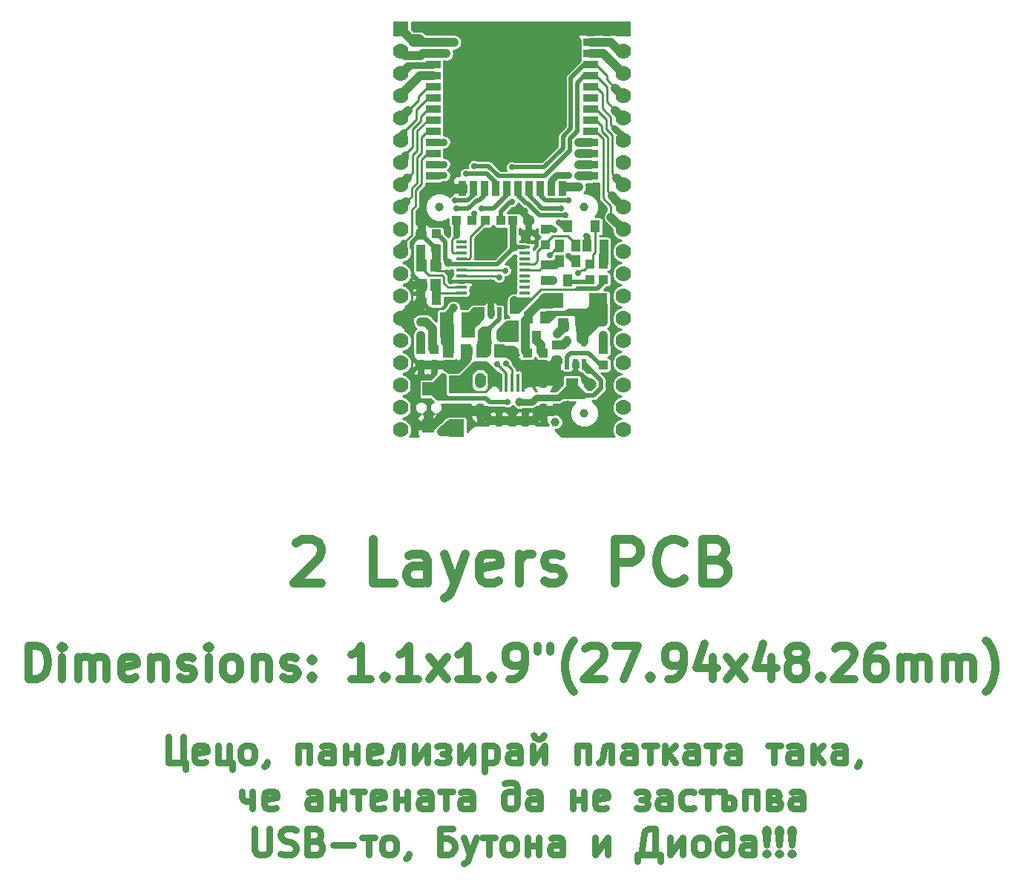
<source format=gbr>
G04 #@! TF.GenerationSoftware,KiCad,Pcbnew,6.0.0-rc1-unknown-829ba27~65~ubuntu16.04.1*
G04 #@! TF.CreationDate,2018-07-19T14:52:38+03:00*
G04 #@! TF.ProjectId,ESP32-DevKit-Lipo_Rev_A,45535033322D4465764B69742D4C6970,A*
G04 #@! TF.SameCoordinates,Original*
G04 #@! TF.FileFunction,Copper,L1,Top,Mixed*
G04 #@! TF.FilePolarity,Positive*
%FSLAX46Y46*%
G04 Gerber Fmt 4.6, Leading zero omitted, Abs format (unit mm)*
G04 Created by KiCad (PCBNEW 6.0.0-rc1-unknown-829ba27~65~ubuntu16.04.1) date Thu Jul 19 14:52:38 2018*
%MOMM*%
%LPD*%
G01*
G04 APERTURE LIST*
G04 #@! TA.AperFunction,NonConductor*
%ADD10C,0.952500*%
G04 #@! TD*
G04 #@! TA.AperFunction,NonConductor*
%ADD11C,1.000000*%
G04 #@! TD*
G04 #@! TA.AperFunction,NonConductor*
%ADD12C,0.750000*%
G04 #@! TD*
G04 #@! TA.AperFunction,SMDPad,CuDef*
%ADD13R,1.200000X1.400000*%
G04 #@! TD*
G04 #@! TA.AperFunction,ComponentPad*
%ADD14R,1.400000X1.400000*%
G04 #@! TD*
G04 #@! TA.AperFunction,ComponentPad*
%ADD15C,1.400000*%
G04 #@! TD*
G04 #@! TA.AperFunction,SMDPad,CuDef*
%ADD16R,1.270000X1.524000*%
G04 #@! TD*
G04 #@! TA.AperFunction,SMDPad,CuDef*
%ADD17R,1.016000X1.016000*%
G04 #@! TD*
G04 #@! TA.AperFunction,SMDPad,CuDef*
%ADD18R,0.800000X0.800000*%
G04 #@! TD*
G04 #@! TA.AperFunction,SMDPad,CuDef*
%ADD19R,1.700000X2.000000*%
G04 #@! TD*
G04 #@! TA.AperFunction,SMDPad,CuDef*
%ADD20R,2.000000X1.700000*%
G04 #@! TD*
G04 #@! TA.AperFunction,ComponentPad*
%ADD21C,1.778000*%
G04 #@! TD*
G04 #@! TA.AperFunction,ComponentPad*
%ADD22R,1.778000X1.778000*%
G04 #@! TD*
G04 #@! TA.AperFunction,SMDPad,CuDef*
%ADD23R,1.000000X1.400000*%
G04 #@! TD*
G04 #@! TA.AperFunction,ConnectorPad*
%ADD24C,1.000000*%
G04 #@! TD*
G04 #@! TA.AperFunction,SMDPad,CuDef*
%ADD25R,1.600000X3.000000*%
G04 #@! TD*
G04 #@! TA.AperFunction,SMDPad,CuDef*
%ADD26R,0.550000X1.200000*%
G04 #@! TD*
G04 #@! TA.AperFunction,SMDPad,CuDef*
%ADD27R,1.270000X0.325000*%
G04 #@! TD*
G04 #@! TA.AperFunction,ComponentPad*
%ADD28C,1.300000*%
G04 #@! TD*
G04 #@! TA.AperFunction,ComponentPad*
%ADD29C,2.000000*%
G04 #@! TD*
G04 #@! TA.AperFunction,SMDPad,CuDef*
%ADD30R,6.000000X6.000000*%
G04 #@! TD*
G04 #@! TA.AperFunction,SMDPad,CuDef*
%ADD31R,1.700000X0.900000*%
G04 #@! TD*
G04 #@! TA.AperFunction,SMDPad,CuDef*
%ADD32R,0.900000X1.700000*%
G04 #@! TD*
G04 #@! TA.AperFunction,SMDPad,CuDef*
%ADD33R,0.325000X2.150000*%
G04 #@! TD*
G04 #@! TA.AperFunction,SMDPad,CuDef*
%ADD34R,1.100000X1.000000*%
G04 #@! TD*
G04 #@! TA.AperFunction,ComponentPad*
%ADD35O,1.200000X1.800000*%
G04 #@! TD*
G04 #@! TA.AperFunction,SMDPad,CuDef*
%ADD36R,1.400000X1.500000*%
G04 #@! TD*
G04 #@! TA.AperFunction,ViaPad*
%ADD37C,1.000000*%
G04 #@! TD*
G04 #@! TA.AperFunction,ViaPad*
%ADD38C,0.700000*%
G04 #@! TD*
G04 #@! TA.AperFunction,Conductor*
%ADD39C,1.016000*%
G04 #@! TD*
G04 #@! TA.AperFunction,Conductor*
%ADD40C,0.508000*%
G04 #@! TD*
G04 #@! TA.AperFunction,Conductor*
%ADD41C,0.254000*%
G04 #@! TD*
G04 #@! TA.AperFunction,Conductor*
%ADD42C,0.762000*%
G04 #@! TD*
G04 #@! TA.AperFunction,Conductor*
%ADD43C,1.270000*%
G04 #@! TD*
G04 #@! TA.AperFunction,Conductor*
%ADD44C,0.127000*%
G04 #@! TD*
G04 APERTURE END LIST*
D10*
X88355714Y-146503571D02*
X88355714Y-142693571D01*
X89262857Y-142693571D01*
X89807142Y-142875000D01*
X90170000Y-143237857D01*
X90351428Y-143600714D01*
X90532857Y-144326428D01*
X90532857Y-144870714D01*
X90351428Y-145596428D01*
X90170000Y-145959285D01*
X89807142Y-146322142D01*
X89262857Y-146503571D01*
X88355714Y-146503571D01*
X92165714Y-146503571D02*
X92165714Y-143963571D01*
X92165714Y-142693571D02*
X91984285Y-142875000D01*
X92165714Y-143056428D01*
X92347142Y-142875000D01*
X92165714Y-142693571D01*
X92165714Y-143056428D01*
X93980000Y-146503571D02*
X93980000Y-143963571D01*
X93980000Y-144326428D02*
X94161428Y-144145000D01*
X94524285Y-143963571D01*
X95068571Y-143963571D01*
X95431428Y-144145000D01*
X95612857Y-144507857D01*
X95612857Y-146503571D01*
X95612857Y-144507857D02*
X95794285Y-144145000D01*
X96157142Y-143963571D01*
X96701428Y-143963571D01*
X97064285Y-144145000D01*
X97245714Y-144507857D01*
X97245714Y-146503571D01*
X100511428Y-146322142D02*
X100148571Y-146503571D01*
X99422857Y-146503571D01*
X99060000Y-146322142D01*
X98878571Y-145959285D01*
X98878571Y-144507857D01*
X99060000Y-144145000D01*
X99422857Y-143963571D01*
X100148571Y-143963571D01*
X100511428Y-144145000D01*
X100692857Y-144507857D01*
X100692857Y-144870714D01*
X98878571Y-145233571D01*
X102325714Y-143963571D02*
X102325714Y-146503571D01*
X102325714Y-144326428D02*
X102507142Y-144145000D01*
X102870000Y-143963571D01*
X103414285Y-143963571D01*
X103777142Y-144145000D01*
X103958571Y-144507857D01*
X103958571Y-146503571D01*
X105591428Y-146322142D02*
X105954285Y-146503571D01*
X106680000Y-146503571D01*
X107042857Y-146322142D01*
X107224285Y-145959285D01*
X107224285Y-145777857D01*
X107042857Y-145415000D01*
X106680000Y-145233571D01*
X106135714Y-145233571D01*
X105772857Y-145052142D01*
X105591428Y-144689285D01*
X105591428Y-144507857D01*
X105772857Y-144145000D01*
X106135714Y-143963571D01*
X106680000Y-143963571D01*
X107042857Y-144145000D01*
X108857142Y-146503571D02*
X108857142Y-143963571D01*
X108857142Y-142693571D02*
X108675714Y-142875000D01*
X108857142Y-143056428D01*
X109038571Y-142875000D01*
X108857142Y-142693571D01*
X108857142Y-143056428D01*
X111215714Y-146503571D02*
X110852857Y-146322142D01*
X110671428Y-146140714D01*
X110490000Y-145777857D01*
X110490000Y-144689285D01*
X110671428Y-144326428D01*
X110852857Y-144145000D01*
X111215714Y-143963571D01*
X111760000Y-143963571D01*
X112122857Y-144145000D01*
X112304285Y-144326428D01*
X112485714Y-144689285D01*
X112485714Y-145777857D01*
X112304285Y-146140714D01*
X112122857Y-146322142D01*
X111760000Y-146503571D01*
X111215714Y-146503571D01*
X114118571Y-143963571D02*
X114118571Y-146503571D01*
X114118571Y-144326428D02*
X114300000Y-144145000D01*
X114662857Y-143963571D01*
X115207142Y-143963571D01*
X115570000Y-144145000D01*
X115751428Y-144507857D01*
X115751428Y-146503571D01*
X117384285Y-146322142D02*
X117747142Y-146503571D01*
X118472857Y-146503571D01*
X118835714Y-146322142D01*
X119017142Y-145959285D01*
X119017142Y-145777857D01*
X118835714Y-145415000D01*
X118472857Y-145233571D01*
X117928571Y-145233571D01*
X117565714Y-145052142D01*
X117384285Y-144689285D01*
X117384285Y-144507857D01*
X117565714Y-144145000D01*
X117928571Y-143963571D01*
X118472857Y-143963571D01*
X118835714Y-144145000D01*
X120650000Y-146140714D02*
X120831428Y-146322142D01*
X120650000Y-146503571D01*
X120468571Y-146322142D01*
X120650000Y-146140714D01*
X120650000Y-146503571D01*
X120650000Y-144145000D02*
X120831428Y-144326428D01*
X120650000Y-144507857D01*
X120468571Y-144326428D01*
X120650000Y-144145000D01*
X120650000Y-144507857D01*
X127362857Y-146503571D02*
X125185714Y-146503571D01*
X126274285Y-146503571D02*
X126274285Y-142693571D01*
X125911428Y-143237857D01*
X125548571Y-143600714D01*
X125185714Y-143782142D01*
X128995714Y-146140714D02*
X129177142Y-146322142D01*
X128995714Y-146503571D01*
X128814285Y-146322142D01*
X128995714Y-146140714D01*
X128995714Y-146503571D01*
X132805714Y-146503571D02*
X130628571Y-146503571D01*
X131717142Y-146503571D02*
X131717142Y-142693571D01*
X131354285Y-143237857D01*
X130991428Y-143600714D01*
X130628571Y-143782142D01*
X134075714Y-146503571D02*
X136071428Y-143963571D01*
X134075714Y-143963571D02*
X136071428Y-146503571D01*
X139518571Y-146503571D02*
X137341428Y-146503571D01*
X138430000Y-146503571D02*
X138430000Y-142693571D01*
X138067142Y-143237857D01*
X137704285Y-143600714D01*
X137341428Y-143782142D01*
X141151428Y-146140714D02*
X141332857Y-146322142D01*
X141151428Y-146503571D01*
X140970000Y-146322142D01*
X141151428Y-146140714D01*
X141151428Y-146503571D01*
X143147142Y-146503571D02*
X143872857Y-146503571D01*
X144235714Y-146322142D01*
X144417142Y-146140714D01*
X144780000Y-145596428D01*
X144961428Y-144870714D01*
X144961428Y-143419285D01*
X144780000Y-143056428D01*
X144598571Y-142875000D01*
X144235714Y-142693571D01*
X143510000Y-142693571D01*
X143147142Y-142875000D01*
X142965714Y-143056428D01*
X142784285Y-143419285D01*
X142784285Y-144326428D01*
X142965714Y-144689285D01*
X143147142Y-144870714D01*
X143510000Y-145052142D01*
X144235714Y-145052142D01*
X144598571Y-144870714D01*
X144780000Y-144689285D01*
X144961428Y-144326428D01*
X146412857Y-142693571D02*
X146412857Y-143419285D01*
X147864285Y-142693571D02*
X147864285Y-143419285D01*
X150585714Y-147955000D02*
X150404285Y-147773571D01*
X150041428Y-147229285D01*
X149860000Y-146866428D01*
X149678571Y-146322142D01*
X149497142Y-145415000D01*
X149497142Y-144689285D01*
X149678571Y-143782142D01*
X149860000Y-143237857D01*
X150041428Y-142875000D01*
X150404285Y-142330714D01*
X150585714Y-142149285D01*
X151855714Y-143056428D02*
X152037142Y-142875000D01*
X152400000Y-142693571D01*
X153307142Y-142693571D01*
X153670000Y-142875000D01*
X153851428Y-143056428D01*
X154032857Y-143419285D01*
X154032857Y-143782142D01*
X153851428Y-144326428D01*
X151674285Y-146503571D01*
X154032857Y-146503571D01*
X155302857Y-142693571D02*
X157842857Y-142693571D01*
X156210000Y-146503571D01*
X159294285Y-146140714D02*
X159475714Y-146322142D01*
X159294285Y-146503571D01*
X159112857Y-146322142D01*
X159294285Y-146140714D01*
X159294285Y-146503571D01*
X161290000Y-146503571D02*
X162015714Y-146503571D01*
X162378571Y-146322142D01*
X162560000Y-146140714D01*
X162922857Y-145596428D01*
X163104285Y-144870714D01*
X163104285Y-143419285D01*
X162922857Y-143056428D01*
X162741428Y-142875000D01*
X162378571Y-142693571D01*
X161652857Y-142693571D01*
X161290000Y-142875000D01*
X161108571Y-143056428D01*
X160927142Y-143419285D01*
X160927142Y-144326428D01*
X161108571Y-144689285D01*
X161290000Y-144870714D01*
X161652857Y-145052142D01*
X162378571Y-145052142D01*
X162741428Y-144870714D01*
X162922857Y-144689285D01*
X163104285Y-144326428D01*
X166370000Y-143963571D02*
X166370000Y-146503571D01*
X165462857Y-142512142D02*
X164555714Y-145233571D01*
X166914285Y-145233571D01*
X168002857Y-146503571D02*
X169998571Y-143963571D01*
X168002857Y-143963571D02*
X169998571Y-146503571D01*
X173082857Y-143963571D02*
X173082857Y-146503571D01*
X172175714Y-142512142D02*
X171268571Y-145233571D01*
X173627142Y-145233571D01*
X175622857Y-144326428D02*
X175260000Y-144145000D01*
X175078571Y-143963571D01*
X174897142Y-143600714D01*
X174897142Y-143419285D01*
X175078571Y-143056428D01*
X175260000Y-142875000D01*
X175622857Y-142693571D01*
X176348571Y-142693571D01*
X176711428Y-142875000D01*
X176892857Y-143056428D01*
X177074285Y-143419285D01*
X177074285Y-143600714D01*
X176892857Y-143963571D01*
X176711428Y-144145000D01*
X176348571Y-144326428D01*
X175622857Y-144326428D01*
X175260000Y-144507857D01*
X175078571Y-144689285D01*
X174897142Y-145052142D01*
X174897142Y-145777857D01*
X175078571Y-146140714D01*
X175260000Y-146322142D01*
X175622857Y-146503571D01*
X176348571Y-146503571D01*
X176711428Y-146322142D01*
X176892857Y-146140714D01*
X177074285Y-145777857D01*
X177074285Y-145052142D01*
X176892857Y-144689285D01*
X176711428Y-144507857D01*
X176348571Y-144326428D01*
X178707142Y-146140714D02*
X178888571Y-146322142D01*
X178707142Y-146503571D01*
X178525714Y-146322142D01*
X178707142Y-146140714D01*
X178707142Y-146503571D01*
X180340000Y-143056428D02*
X180521428Y-142875000D01*
X180884285Y-142693571D01*
X181791428Y-142693571D01*
X182154285Y-142875000D01*
X182335714Y-143056428D01*
X182517142Y-143419285D01*
X182517142Y-143782142D01*
X182335714Y-144326428D01*
X180158571Y-146503571D01*
X182517142Y-146503571D01*
X185782857Y-142693571D02*
X185057142Y-142693571D01*
X184694285Y-142875000D01*
X184512857Y-143056428D01*
X184150000Y-143600714D01*
X183968571Y-144326428D01*
X183968571Y-145777857D01*
X184150000Y-146140714D01*
X184331428Y-146322142D01*
X184694285Y-146503571D01*
X185420000Y-146503571D01*
X185782857Y-146322142D01*
X185964285Y-146140714D01*
X186145714Y-145777857D01*
X186145714Y-144870714D01*
X185964285Y-144507857D01*
X185782857Y-144326428D01*
X185420000Y-144145000D01*
X184694285Y-144145000D01*
X184331428Y-144326428D01*
X184150000Y-144507857D01*
X183968571Y-144870714D01*
X187778571Y-146503571D02*
X187778571Y-143963571D01*
X187778571Y-144326428D02*
X187960000Y-144145000D01*
X188322857Y-143963571D01*
X188867142Y-143963571D01*
X189230000Y-144145000D01*
X189411428Y-144507857D01*
X189411428Y-146503571D01*
X189411428Y-144507857D02*
X189592857Y-144145000D01*
X189955714Y-143963571D01*
X190500000Y-143963571D01*
X190862857Y-144145000D01*
X191044285Y-144507857D01*
X191044285Y-146503571D01*
X192858571Y-146503571D02*
X192858571Y-143963571D01*
X192858571Y-144326428D02*
X193040000Y-144145000D01*
X193402857Y-143963571D01*
X193947142Y-143963571D01*
X194310000Y-144145000D01*
X194491428Y-144507857D01*
X194491428Y-146503571D01*
X194491428Y-144507857D02*
X194672857Y-144145000D01*
X195035714Y-143963571D01*
X195580000Y-143963571D01*
X195942857Y-144145000D01*
X196124285Y-144507857D01*
X196124285Y-146503571D01*
X197575714Y-147955000D02*
X197757142Y-147773571D01*
X198120000Y-147229285D01*
X198301428Y-146866428D01*
X198482857Y-146322142D01*
X198664285Y-145415000D01*
X198664285Y-144689285D01*
X198482857Y-143782142D01*
X198301428Y-143237857D01*
X198120000Y-142875000D01*
X197757142Y-142330714D01*
X197575714Y-142149285D01*
D11*
X118867142Y-131088095D02*
X119105238Y-130850000D01*
X119581428Y-130611904D01*
X120771904Y-130611904D01*
X121248095Y-130850000D01*
X121486190Y-131088095D01*
X121724285Y-131564285D01*
X121724285Y-132040476D01*
X121486190Y-132754761D01*
X118629047Y-135611904D01*
X121724285Y-135611904D01*
X130057619Y-135611904D02*
X127676666Y-135611904D01*
X127676666Y-130611904D01*
X133867142Y-135611904D02*
X133867142Y-132992857D01*
X133629047Y-132516666D01*
X133152857Y-132278571D01*
X132200476Y-132278571D01*
X131724285Y-132516666D01*
X133867142Y-135373809D02*
X133390952Y-135611904D01*
X132200476Y-135611904D01*
X131724285Y-135373809D01*
X131486190Y-134897619D01*
X131486190Y-134421428D01*
X131724285Y-133945238D01*
X132200476Y-133707142D01*
X133390952Y-133707142D01*
X133867142Y-133469047D01*
X135771904Y-132278571D02*
X136962380Y-135611904D01*
X138152857Y-132278571D02*
X136962380Y-135611904D01*
X136486190Y-136802380D01*
X136248095Y-137040476D01*
X135771904Y-137278571D01*
X141962380Y-135373809D02*
X141486190Y-135611904D01*
X140533809Y-135611904D01*
X140057619Y-135373809D01*
X139819523Y-134897619D01*
X139819523Y-132992857D01*
X140057619Y-132516666D01*
X140533809Y-132278571D01*
X141486190Y-132278571D01*
X141962380Y-132516666D01*
X142200476Y-132992857D01*
X142200476Y-133469047D01*
X139819523Y-133945238D01*
X144343333Y-135611904D02*
X144343333Y-132278571D01*
X144343333Y-133230952D02*
X144581428Y-132754761D01*
X144819523Y-132516666D01*
X145295714Y-132278571D01*
X145771904Y-132278571D01*
X147200476Y-135373809D02*
X147676666Y-135611904D01*
X148629047Y-135611904D01*
X149105238Y-135373809D01*
X149343333Y-134897619D01*
X149343333Y-134659523D01*
X149105238Y-134183333D01*
X148629047Y-133945238D01*
X147914761Y-133945238D01*
X147438571Y-133707142D01*
X147200476Y-133230952D01*
X147200476Y-132992857D01*
X147438571Y-132516666D01*
X147914761Y-132278571D01*
X148629047Y-132278571D01*
X149105238Y-132516666D01*
X155295714Y-135611904D02*
X155295714Y-130611904D01*
X157200476Y-130611904D01*
X157676666Y-130850000D01*
X157914761Y-131088095D01*
X158152857Y-131564285D01*
X158152857Y-132278571D01*
X157914761Y-132754761D01*
X157676666Y-132992857D01*
X157200476Y-133230952D01*
X155295714Y-133230952D01*
X163152857Y-135135714D02*
X162914761Y-135373809D01*
X162200476Y-135611904D01*
X161724285Y-135611904D01*
X161010000Y-135373809D01*
X160533809Y-134897619D01*
X160295714Y-134421428D01*
X160057619Y-133469047D01*
X160057619Y-132754761D01*
X160295714Y-131802380D01*
X160533809Y-131326190D01*
X161010000Y-130850000D01*
X161724285Y-130611904D01*
X162200476Y-130611904D01*
X162914761Y-130850000D01*
X163152857Y-131088095D01*
X166962380Y-132992857D02*
X167676666Y-133230952D01*
X167914761Y-133469047D01*
X168152857Y-133945238D01*
X168152857Y-134659523D01*
X167914761Y-135135714D01*
X167676666Y-135373809D01*
X167200476Y-135611904D01*
X165295714Y-135611904D01*
X165295714Y-130611904D01*
X166962380Y-130611904D01*
X167438571Y-130850000D01*
X167676666Y-131088095D01*
X167914761Y-131564285D01*
X167914761Y-132040476D01*
X167676666Y-132516666D01*
X167438571Y-132754761D01*
X166962380Y-132992857D01*
X165295714Y-132992857D01*
D12*
X105994285Y-153127142D02*
X105994285Y-156127142D01*
X104279999Y-153127142D02*
X104279999Y-156127142D01*
X106279999Y-156127142D01*
X106279999Y-156841428D01*
X108565714Y-155984285D02*
X108279999Y-156127142D01*
X107708571Y-156127142D01*
X107422857Y-155984285D01*
X107279999Y-155698571D01*
X107279999Y-154555714D01*
X107422857Y-154270000D01*
X107708571Y-154127142D01*
X108279999Y-154127142D01*
X108565714Y-154270000D01*
X108708571Y-154555714D01*
X108708571Y-154841428D01*
X107279999Y-155127142D01*
X111279999Y-154127142D02*
X111279999Y-156127142D01*
X109994285Y-154127142D02*
X109994285Y-156127142D01*
X111565714Y-156127142D01*
X111565714Y-156841428D01*
X113137142Y-156127142D02*
X112851428Y-155984285D01*
X112708571Y-155841428D01*
X112565714Y-155555714D01*
X112565714Y-154698571D01*
X112708571Y-154412857D01*
X112851428Y-154270000D01*
X113137142Y-154127142D01*
X113565714Y-154127142D01*
X113851428Y-154270000D01*
X113994285Y-154412857D01*
X114137142Y-154698571D01*
X114137142Y-155555714D01*
X113994285Y-155841428D01*
X113851428Y-155984285D01*
X113565714Y-156127142D01*
X113137142Y-156127142D01*
X115565714Y-155984285D02*
X115565714Y-156127142D01*
X115422857Y-156412857D01*
X115279999Y-156555714D01*
X119137142Y-156127142D02*
X119137142Y-154127142D01*
X120422857Y-154127142D01*
X120422857Y-156127142D01*
X123137142Y-156127142D02*
X123137142Y-154555714D01*
X122994285Y-154270000D01*
X122708571Y-154127142D01*
X122137142Y-154127142D01*
X121851428Y-154270000D01*
X123137142Y-155984285D02*
X122851428Y-156127142D01*
X122137142Y-156127142D01*
X121851428Y-155984285D01*
X121708571Y-155698571D01*
X121708571Y-155412857D01*
X121851428Y-155127142D01*
X122137142Y-154984285D01*
X122851428Y-154984285D01*
X123137142Y-154841428D01*
X124565714Y-155127142D02*
X125851428Y-155127142D01*
X124565714Y-154127142D02*
X124565714Y-156127142D01*
X125851428Y-154127142D02*
X125851428Y-156127142D01*
X128422857Y-155984285D02*
X128137142Y-156127142D01*
X127565714Y-156127142D01*
X127279999Y-155984285D01*
X127137142Y-155698571D01*
X127137142Y-154555714D01*
X127279999Y-154270000D01*
X127565714Y-154127142D01*
X128137142Y-154127142D01*
X128422857Y-154270000D01*
X128565714Y-154555714D01*
X128565714Y-154841428D01*
X127137142Y-155127142D01*
X130994285Y-156127142D02*
X130994285Y-154127142D01*
X130565714Y-154127142D01*
X130279999Y-154270000D01*
X130137142Y-154555714D01*
X129994285Y-155698571D01*
X129851428Y-155984285D01*
X129565714Y-156127142D01*
X132422857Y-154127142D02*
X132422857Y-156127142D01*
X133851428Y-154127142D01*
X133851428Y-156127142D01*
X135565714Y-155127142D02*
X135851428Y-155127142D01*
X134994285Y-154270000D02*
X135279999Y-154127142D01*
X135851428Y-154127142D01*
X136137142Y-154270000D01*
X136279999Y-154555714D01*
X136279999Y-154698571D01*
X136137142Y-154984285D01*
X135851428Y-155127142D01*
X136137142Y-155270000D01*
X136279999Y-155555714D01*
X136279999Y-155698571D01*
X136137142Y-155984285D01*
X135851428Y-156127142D01*
X135279999Y-156127142D01*
X134994285Y-155984285D01*
X137565714Y-154127142D02*
X137565714Y-156127142D01*
X138994285Y-154127142D01*
X138994285Y-156127142D01*
X140422857Y-154127142D02*
X140422857Y-157127142D01*
X140422857Y-154270000D02*
X140708571Y-154127142D01*
X141280000Y-154127142D01*
X141565714Y-154270000D01*
X141708571Y-154412857D01*
X141851428Y-154698571D01*
X141851428Y-155555714D01*
X141708571Y-155841428D01*
X141565714Y-155984285D01*
X141280000Y-156127142D01*
X140708571Y-156127142D01*
X140422857Y-155984285D01*
X144422857Y-156127142D02*
X144422857Y-154555714D01*
X144280000Y-154270000D01*
X143994285Y-154127142D01*
X143422857Y-154127142D01*
X143137142Y-154270000D01*
X144422857Y-155984285D02*
X144137142Y-156127142D01*
X143422857Y-156127142D01*
X143137142Y-155984285D01*
X142994285Y-155698571D01*
X142994285Y-155412857D01*
X143137142Y-155127142D01*
X143422857Y-154984285D01*
X144137142Y-154984285D01*
X144422857Y-154841428D01*
X145851428Y-154127142D02*
X145851428Y-156127142D01*
X147280000Y-154127142D01*
X147280000Y-156127142D01*
X145994285Y-152984285D02*
X146137142Y-153270000D01*
X146422857Y-153412857D01*
X146708571Y-153412857D01*
X146994285Y-153270000D01*
X147137142Y-152984285D01*
X150994285Y-156127142D02*
X150994285Y-154127142D01*
X152280000Y-154127142D01*
X152280000Y-156127142D01*
X154851428Y-156127142D02*
X154851428Y-154127142D01*
X154422857Y-154127142D01*
X154137142Y-154270000D01*
X153994285Y-154555714D01*
X153851428Y-155698571D01*
X153708571Y-155984285D01*
X153422857Y-156127142D01*
X157565714Y-156127142D02*
X157565714Y-154555714D01*
X157422857Y-154270000D01*
X157137142Y-154127142D01*
X156565714Y-154127142D01*
X156280000Y-154270000D01*
X157565714Y-155984285D02*
X157280000Y-156127142D01*
X156565714Y-156127142D01*
X156280000Y-155984285D01*
X156137142Y-155698571D01*
X156137142Y-155412857D01*
X156280000Y-155127142D01*
X156565714Y-154984285D01*
X157280000Y-154984285D01*
X157565714Y-154841428D01*
X158565714Y-154127142D02*
X159994285Y-154127142D01*
X159280000Y-154127142D02*
X159280000Y-156127142D01*
X160994285Y-154127142D02*
X160994285Y-156127142D01*
X161280000Y-154984285D02*
X162137142Y-156127142D01*
X162137142Y-154127142D02*
X160994285Y-155270000D01*
X164708571Y-156127142D02*
X164708571Y-154555714D01*
X164565714Y-154270000D01*
X164280000Y-154127142D01*
X163708571Y-154127142D01*
X163422857Y-154270000D01*
X164708571Y-155984285D02*
X164422857Y-156127142D01*
X163708571Y-156127142D01*
X163422857Y-155984285D01*
X163280000Y-155698571D01*
X163280000Y-155412857D01*
X163422857Y-155127142D01*
X163708571Y-154984285D01*
X164422857Y-154984285D01*
X164708571Y-154841428D01*
X165708571Y-154127142D02*
X167137142Y-154127142D01*
X166422857Y-154127142D02*
X166422857Y-156127142D01*
X169422857Y-156127142D02*
X169422857Y-154555714D01*
X169280000Y-154270000D01*
X168994285Y-154127142D01*
X168422857Y-154127142D01*
X168137142Y-154270000D01*
X169422857Y-155984285D02*
X169137142Y-156127142D01*
X168422857Y-156127142D01*
X168137142Y-155984285D01*
X167994285Y-155698571D01*
X167994285Y-155412857D01*
X168137142Y-155127142D01*
X168422857Y-154984285D01*
X169137142Y-154984285D01*
X169422857Y-154841428D01*
X172708571Y-154127142D02*
X174137142Y-154127142D01*
X173422857Y-154127142D02*
X173422857Y-156127142D01*
X176422857Y-156127142D02*
X176422857Y-154555714D01*
X176280000Y-154270000D01*
X175994285Y-154127142D01*
X175422857Y-154127142D01*
X175137142Y-154270000D01*
X176422857Y-155984285D02*
X176137142Y-156127142D01*
X175422857Y-156127142D01*
X175137142Y-155984285D01*
X174994285Y-155698571D01*
X174994285Y-155412857D01*
X175137142Y-155127142D01*
X175422857Y-154984285D01*
X176137142Y-154984285D01*
X176422857Y-154841428D01*
X177851428Y-154127142D02*
X177851428Y-156127142D01*
X178137142Y-154984285D02*
X178994285Y-156127142D01*
X178994285Y-154127142D02*
X177851428Y-155270000D01*
X181565714Y-156127142D02*
X181565714Y-154555714D01*
X181422857Y-154270000D01*
X181137142Y-154127142D01*
X180565714Y-154127142D01*
X180280000Y-154270000D01*
X181565714Y-155984285D02*
X181280000Y-156127142D01*
X180565714Y-156127142D01*
X180280000Y-155984285D01*
X180137142Y-155698571D01*
X180137142Y-155412857D01*
X180280000Y-155127142D01*
X180565714Y-154984285D01*
X181280000Y-154984285D01*
X181565714Y-154841428D01*
X183137142Y-155984285D02*
X183137142Y-156127142D01*
X182994285Y-156412857D01*
X182851428Y-156555714D01*
X113851428Y-159377142D02*
X113851428Y-161377142D01*
X112708571Y-159377142D02*
X112708571Y-160091428D01*
X112851428Y-160377142D01*
X113137142Y-160520000D01*
X113851428Y-160520000D01*
X116565714Y-161234285D02*
X116280000Y-161377142D01*
X115708571Y-161377142D01*
X115422857Y-161234285D01*
X115280000Y-160948571D01*
X115280000Y-159805714D01*
X115422857Y-159520000D01*
X115708571Y-159377142D01*
X116280000Y-159377142D01*
X116565714Y-159520000D01*
X116708571Y-159805714D01*
X116708571Y-160091428D01*
X115280000Y-160377142D01*
X121565714Y-161377142D02*
X121565714Y-159805714D01*
X121422857Y-159520000D01*
X121137142Y-159377142D01*
X120565714Y-159377142D01*
X120280000Y-159520000D01*
X121565714Y-161234285D02*
X121280000Y-161377142D01*
X120565714Y-161377142D01*
X120280000Y-161234285D01*
X120137142Y-160948571D01*
X120137142Y-160662857D01*
X120280000Y-160377142D01*
X120565714Y-160234285D01*
X121280000Y-160234285D01*
X121565714Y-160091428D01*
X122994285Y-160377142D02*
X124280000Y-160377142D01*
X122994285Y-159377142D02*
X122994285Y-161377142D01*
X124280000Y-159377142D02*
X124280000Y-161377142D01*
X125280000Y-159377142D02*
X126708571Y-159377142D01*
X125994285Y-159377142D02*
X125994285Y-161377142D01*
X128851428Y-161234285D02*
X128565714Y-161377142D01*
X127994285Y-161377142D01*
X127708571Y-161234285D01*
X127565714Y-160948571D01*
X127565714Y-159805714D01*
X127708571Y-159520000D01*
X127994285Y-159377142D01*
X128565714Y-159377142D01*
X128851428Y-159520000D01*
X128994285Y-159805714D01*
X128994285Y-160091428D01*
X127565714Y-160377142D01*
X130280000Y-160377142D02*
X131565714Y-160377142D01*
X130280000Y-159377142D02*
X130280000Y-161377142D01*
X131565714Y-159377142D02*
X131565714Y-161377142D01*
X134280000Y-161377142D02*
X134280000Y-159805714D01*
X134137142Y-159520000D01*
X133851428Y-159377142D01*
X133280000Y-159377142D01*
X132994285Y-159520000D01*
X134280000Y-161234285D02*
X133994285Y-161377142D01*
X133280000Y-161377142D01*
X132994285Y-161234285D01*
X132851428Y-160948571D01*
X132851428Y-160662857D01*
X132994285Y-160377142D01*
X133280000Y-160234285D01*
X133994285Y-160234285D01*
X134280000Y-160091428D01*
X135280000Y-159377142D02*
X136708571Y-159377142D01*
X135994285Y-159377142D02*
X135994285Y-161377142D01*
X138994285Y-161377142D02*
X138994285Y-159805714D01*
X138851428Y-159520000D01*
X138565714Y-159377142D01*
X137994285Y-159377142D01*
X137708571Y-159520000D01*
X138994285Y-161234285D02*
X138708571Y-161377142D01*
X137994285Y-161377142D01*
X137708571Y-161234285D01*
X137565714Y-160948571D01*
X137565714Y-160662857D01*
X137708571Y-160377142D01*
X137994285Y-160234285D01*
X138708571Y-160234285D01*
X138994285Y-160091428D01*
X144137142Y-159662857D02*
X143994285Y-159520000D01*
X143708571Y-159377142D01*
X143137142Y-159377142D01*
X142851428Y-159520000D01*
X142708571Y-159662857D01*
X142565714Y-159948571D01*
X142565714Y-160805714D01*
X142708571Y-161091428D01*
X142851428Y-161234285D01*
X143137142Y-161377142D01*
X143565714Y-161377142D01*
X143851428Y-161234285D01*
X143994285Y-161091428D01*
X144137142Y-160805714D01*
X144137142Y-158948571D01*
X143994285Y-158662857D01*
X143851428Y-158520000D01*
X143565714Y-158377142D01*
X142994285Y-158377142D01*
X142708571Y-158520000D01*
X146708571Y-161377142D02*
X146708571Y-159805714D01*
X146565714Y-159520000D01*
X146280000Y-159377142D01*
X145708571Y-159377142D01*
X145422857Y-159520000D01*
X146708571Y-161234285D02*
X146422857Y-161377142D01*
X145708571Y-161377142D01*
X145422857Y-161234285D01*
X145280000Y-160948571D01*
X145280000Y-160662857D01*
X145422857Y-160377142D01*
X145708571Y-160234285D01*
X146422857Y-160234285D01*
X146708571Y-160091428D01*
X150422857Y-160377142D02*
X151708571Y-160377142D01*
X150422857Y-159377142D02*
X150422857Y-161377142D01*
X151708571Y-159377142D02*
X151708571Y-161377142D01*
X154280000Y-161234285D02*
X153994285Y-161377142D01*
X153422857Y-161377142D01*
X153137142Y-161234285D01*
X152994285Y-160948571D01*
X152994285Y-159805714D01*
X153137142Y-159520000D01*
X153422857Y-159377142D01*
X153994285Y-159377142D01*
X154280000Y-159520000D01*
X154422857Y-159805714D01*
X154422857Y-160091428D01*
X152994285Y-160377142D01*
X158280000Y-160377142D02*
X158565714Y-160377142D01*
X157708571Y-159520000D02*
X157994285Y-159377142D01*
X158565714Y-159377142D01*
X158851428Y-159520000D01*
X158994285Y-159805714D01*
X158994285Y-159948571D01*
X158851428Y-160234285D01*
X158565714Y-160377142D01*
X158851428Y-160520000D01*
X158994285Y-160805714D01*
X158994285Y-160948571D01*
X158851428Y-161234285D01*
X158565714Y-161377142D01*
X157994285Y-161377142D01*
X157708571Y-161234285D01*
X161565714Y-161377142D02*
X161565714Y-159805714D01*
X161422857Y-159520000D01*
X161137142Y-159377142D01*
X160565714Y-159377142D01*
X160280000Y-159520000D01*
X161565714Y-161234285D02*
X161280000Y-161377142D01*
X160565714Y-161377142D01*
X160280000Y-161234285D01*
X160137142Y-160948571D01*
X160137142Y-160662857D01*
X160280000Y-160377142D01*
X160565714Y-160234285D01*
X161280000Y-160234285D01*
X161565714Y-160091428D01*
X164280000Y-161234285D02*
X163994285Y-161377142D01*
X163422857Y-161377142D01*
X163137142Y-161234285D01*
X162994285Y-161091428D01*
X162851428Y-160805714D01*
X162851428Y-159948571D01*
X162994285Y-159662857D01*
X163137142Y-159520000D01*
X163422857Y-159377142D01*
X163994285Y-159377142D01*
X164280000Y-159520000D01*
X165137142Y-159377142D02*
X166565714Y-159377142D01*
X165851428Y-159377142D02*
X165851428Y-161377142D01*
X167137142Y-159377142D02*
X167708571Y-159377142D01*
X167708571Y-161377142D01*
X168422857Y-161377142D01*
X168708571Y-161234285D01*
X168851428Y-160948571D01*
X168851428Y-160520000D01*
X168708571Y-160234285D01*
X168422857Y-160091428D01*
X167708571Y-160091428D01*
X170137142Y-161377142D02*
X170137142Y-159377142D01*
X171422857Y-159377142D01*
X171422857Y-161377142D01*
X173565714Y-160377142D02*
X173994285Y-160520000D01*
X174137142Y-160805714D01*
X174137142Y-160948571D01*
X173994285Y-161234285D01*
X173708571Y-161377142D01*
X172851428Y-161377142D01*
X172851428Y-159377142D01*
X173565714Y-159377142D01*
X173851428Y-159520000D01*
X173994285Y-159805714D01*
X173994285Y-159948571D01*
X173851428Y-160234285D01*
X173565714Y-160377142D01*
X172851428Y-160377142D01*
X176708571Y-161377142D02*
X176708571Y-159805714D01*
X176565714Y-159520000D01*
X176280000Y-159377142D01*
X175708571Y-159377142D01*
X175422857Y-159520000D01*
X176708571Y-161234285D02*
X176422857Y-161377142D01*
X175708571Y-161377142D01*
X175422857Y-161234285D01*
X175280000Y-160948571D01*
X175280000Y-160662857D01*
X175422857Y-160377142D01*
X175708571Y-160234285D01*
X176422857Y-160234285D01*
X176708571Y-160091428D01*
X114137142Y-163627142D02*
X114137142Y-166055714D01*
X114280000Y-166341428D01*
X114422857Y-166484285D01*
X114708571Y-166627142D01*
X115280000Y-166627142D01*
X115565714Y-166484285D01*
X115708571Y-166341428D01*
X115851428Y-166055714D01*
X115851428Y-163627142D01*
X117137142Y-166484285D02*
X117565714Y-166627142D01*
X118280000Y-166627142D01*
X118565714Y-166484285D01*
X118708571Y-166341428D01*
X118851428Y-166055714D01*
X118851428Y-165770000D01*
X118708571Y-165484285D01*
X118565714Y-165341428D01*
X118280000Y-165198571D01*
X117708571Y-165055714D01*
X117422857Y-164912857D01*
X117280000Y-164770000D01*
X117137142Y-164484285D01*
X117137142Y-164198571D01*
X117280000Y-163912857D01*
X117422857Y-163770000D01*
X117708571Y-163627142D01*
X118422857Y-163627142D01*
X118851428Y-163770000D01*
X121137142Y-165055714D02*
X121565714Y-165198571D01*
X121708571Y-165341428D01*
X121851428Y-165627142D01*
X121851428Y-166055714D01*
X121708571Y-166341428D01*
X121565714Y-166484285D01*
X121280000Y-166627142D01*
X120137142Y-166627142D01*
X120137142Y-163627142D01*
X121137142Y-163627142D01*
X121422857Y-163770000D01*
X121565714Y-163912857D01*
X121708571Y-164198571D01*
X121708571Y-164484285D01*
X121565714Y-164770000D01*
X121422857Y-164912857D01*
X121137142Y-165055714D01*
X120137142Y-165055714D01*
X123137142Y-165484285D02*
X125422857Y-165484285D01*
X126422857Y-164627142D02*
X127851428Y-164627142D01*
X127137142Y-164627142D02*
X127137142Y-166627142D01*
X129280000Y-166627142D02*
X128994285Y-166484285D01*
X128851428Y-166341428D01*
X128708571Y-166055714D01*
X128708571Y-165198571D01*
X128851428Y-164912857D01*
X128994285Y-164770000D01*
X129280000Y-164627142D01*
X129708571Y-164627142D01*
X129994285Y-164770000D01*
X130137142Y-164912857D01*
X130280000Y-165198571D01*
X130280000Y-166055714D01*
X130137142Y-166341428D01*
X129994285Y-166484285D01*
X129708571Y-166627142D01*
X129280000Y-166627142D01*
X131708571Y-166484285D02*
X131708571Y-166627142D01*
X131565714Y-166912857D01*
X131422857Y-167055714D01*
X136708571Y-163627142D02*
X135280000Y-163627142D01*
X135280000Y-166627142D01*
X136137142Y-166627142D01*
X136565714Y-166484285D01*
X136851428Y-166198571D01*
X136994285Y-165912857D01*
X136994285Y-165484285D01*
X136851428Y-165198571D01*
X136565714Y-164912857D01*
X136137142Y-164770000D01*
X135280000Y-164770000D01*
X137994285Y-164627142D02*
X138708571Y-166627142D01*
X139422857Y-164627142D02*
X138708571Y-166627142D01*
X138422857Y-167341428D01*
X138280000Y-167484285D01*
X137994285Y-167627142D01*
X140137142Y-164627142D02*
X141565714Y-164627142D01*
X140851428Y-164627142D02*
X140851428Y-166627142D01*
X142994285Y-166627142D02*
X142708571Y-166484285D01*
X142565714Y-166341428D01*
X142422857Y-166055714D01*
X142422857Y-165198571D01*
X142565714Y-164912857D01*
X142708571Y-164770000D01*
X142994285Y-164627142D01*
X143422857Y-164627142D01*
X143708571Y-164770000D01*
X143851428Y-164912857D01*
X143994285Y-165198571D01*
X143994285Y-166055714D01*
X143851428Y-166341428D01*
X143708571Y-166484285D01*
X143422857Y-166627142D01*
X142994285Y-166627142D01*
X145280000Y-165627142D02*
X146565714Y-165627142D01*
X145280000Y-164627142D02*
X145280000Y-166627142D01*
X146565714Y-164627142D02*
X146565714Y-166627142D01*
X149280000Y-166627142D02*
X149280000Y-165055714D01*
X149137142Y-164770000D01*
X148851428Y-164627142D01*
X148280000Y-164627142D01*
X147994285Y-164770000D01*
X149280000Y-166484285D02*
X148994285Y-166627142D01*
X148280000Y-166627142D01*
X147994285Y-166484285D01*
X147851428Y-166198571D01*
X147851428Y-165912857D01*
X147994285Y-165627142D01*
X148280000Y-165484285D01*
X148994285Y-165484285D01*
X149280000Y-165341428D01*
X152994285Y-164627142D02*
X152994285Y-166627142D01*
X154422857Y-164627142D01*
X154422857Y-166627142D01*
X160422857Y-167341428D02*
X160422857Y-166627142D01*
X157851428Y-166627142D01*
X157851428Y-167341428D01*
X159851428Y-166627142D02*
X159851428Y-163627142D01*
X159137142Y-163627142D01*
X158851428Y-163770000D01*
X158708571Y-163912857D01*
X158565714Y-164198571D01*
X158280000Y-166627142D01*
X161565714Y-164627142D02*
X161565714Y-166627142D01*
X162994285Y-164627142D01*
X162994285Y-166627142D01*
X164851428Y-166627142D02*
X164565714Y-166484285D01*
X164422857Y-166341428D01*
X164280000Y-166055714D01*
X164280000Y-165198571D01*
X164422857Y-164912857D01*
X164565714Y-164770000D01*
X164851428Y-164627142D01*
X165280000Y-164627142D01*
X165565714Y-164770000D01*
X165708571Y-164912857D01*
X165851428Y-165198571D01*
X165851428Y-166055714D01*
X165708571Y-166341428D01*
X165565714Y-166484285D01*
X165280000Y-166627142D01*
X164851428Y-166627142D01*
X168565714Y-164912857D02*
X168422857Y-164770000D01*
X168137142Y-164627142D01*
X167565714Y-164627142D01*
X167280000Y-164770000D01*
X167137142Y-164912857D01*
X166994285Y-165198571D01*
X166994285Y-166055714D01*
X167137142Y-166341428D01*
X167280000Y-166484285D01*
X167565714Y-166627142D01*
X167994285Y-166627142D01*
X168280000Y-166484285D01*
X168422857Y-166341428D01*
X168565714Y-166055714D01*
X168565714Y-164198571D01*
X168422857Y-163912857D01*
X168280000Y-163770000D01*
X167994285Y-163627142D01*
X167422857Y-163627142D01*
X167137142Y-163770000D01*
X171137142Y-166627142D02*
X171137142Y-165055714D01*
X170994285Y-164770000D01*
X170708571Y-164627142D01*
X170137142Y-164627142D01*
X169851428Y-164770000D01*
X171137142Y-166484285D02*
X170851428Y-166627142D01*
X170137142Y-166627142D01*
X169851428Y-166484285D01*
X169708571Y-166198571D01*
X169708571Y-165912857D01*
X169851428Y-165627142D01*
X170137142Y-165484285D01*
X170851428Y-165484285D01*
X171137142Y-165341428D01*
X172565714Y-166341428D02*
X172708571Y-166484285D01*
X172565714Y-166627142D01*
X172422857Y-166484285D01*
X172565714Y-166341428D01*
X172565714Y-166627142D01*
X172565714Y-165484285D02*
X172422857Y-163770000D01*
X172565714Y-163627142D01*
X172708571Y-163770000D01*
X172565714Y-165484285D01*
X172565714Y-163627142D01*
X173994285Y-166341428D02*
X174137142Y-166484285D01*
X173994285Y-166627142D01*
X173851428Y-166484285D01*
X173994285Y-166341428D01*
X173994285Y-166627142D01*
X173994285Y-165484285D02*
X173851428Y-163770000D01*
X173994285Y-163627142D01*
X174137142Y-163770000D01*
X173994285Y-165484285D01*
X173994285Y-163627142D01*
X175422857Y-166341428D02*
X175565714Y-166484285D01*
X175422857Y-166627142D01*
X175280000Y-166484285D01*
X175422857Y-166341428D01*
X175422857Y-166627142D01*
X175422857Y-165484285D02*
X175280000Y-163770000D01*
X175422857Y-163627142D01*
X175565714Y-163770000D01*
X175422857Y-165484285D01*
X175422857Y-163627142D01*
D13*
G04 #@! TO.P,Q1,3*
G04 #@! TO.N,GND*
X134785000Y-99357000D03*
X133185000Y-101557000D03*
G04 #@! TO.P,Q1,2*
G04 #@! TO.N,Net-(C3-Pad1)*
X134785000Y-101557000D03*
G04 #@! TO.P,Q1,1*
G04 #@! TO.N,Net-(C2-Pad1)*
X133185000Y-99357000D03*
G04 #@! TD*
D14*
G04 #@! TO.P,BAT1,1*
G04 #@! TO.N,Net-(BAT1-Pad1)*
X150375620Y-112925860D03*
D15*
G04 #@! TO.P,BAT1,2*
G04 #@! TO.N,GND*
X152387300Y-112923320D03*
G04 #@! TD*
D16*
G04 #@! TO.P,C1,2*
G04 #@! TO.N,GND*
X149352000Y-106172000D03*
G04 #@! TO.P,C1,1*
G04 #@! TO.N,+5V*
X151384000Y-106172000D03*
G04 #@! TD*
D17*
G04 #@! TO.P,C2,2*
G04 #@! TO.N,GND*
X134874000Y-97536000D03*
G04 #@! TO.P,C2,1*
G04 #@! TO.N,Net-(C2-Pad1)*
X133096000Y-97536000D03*
G04 #@! TD*
G04 #@! TO.P,C3,2*
G04 #@! TO.N,GND*
X133096000Y-103378000D03*
G04 #@! TO.P,C3,1*
G04 #@! TO.N,Net-(C3-Pad1)*
X134874000Y-103378000D03*
G04 #@! TD*
G04 #@! TO.P,C4,2*
G04 #@! TO.N,GND*
X145415000Y-94234000D03*
G04 #@! TO.P,C4,1*
G04 #@! TO.N,+3V3*
X143637000Y-94234000D03*
G04 #@! TD*
G04 #@! TO.P,C5,2*
G04 #@! TO.N,GND*
X133096000Y-95758000D03*
G04 #@! TO.P,C5,1*
G04 #@! TO.N,+3V3*
X134874000Y-95758000D03*
G04 #@! TD*
D16*
G04 #@! TO.P,C6,2*
G04 #@! TO.N,GND*
X142113000Y-109093000D03*
G04 #@! TO.P,C6,1*
G04 #@! TO.N,Net-(C6-Pad1)*
X140081000Y-109093000D03*
G04 #@! TD*
G04 #@! TO.P,C7,2*
G04 #@! TO.N,GND*
X138303000Y-109093000D03*
G04 #@! TO.P,C7,1*
G04 #@! TO.N,+3V3*
X136271000Y-109093000D03*
G04 #@! TD*
D18*
G04 #@! TO.P,CHARGING1,1*
G04 #@! TO.N,Net-(CHARGING1-Pad1)*
X153924000Y-107315000D03*
G04 #@! TO.P,CHARGING1,2*
G04 #@! TO.N,+5V*
X153924000Y-105791000D03*
G04 #@! TD*
D19*
G04 #@! TO.P,D1,1*
G04 #@! TO.N,+5V*
X137160000Y-117943000D03*
G04 #@! TO.P,D1,2*
G04 #@! TO.N,/+5V_USB*
X137160000Y-112943000D03*
G04 #@! TD*
D20*
G04 #@! TO.P,D2,1*
G04 #@! TO.N,Net-(C6-Pad1)*
X148376000Y-103378000D03*
G04 #@! TO.P,D2,2*
G04 #@! TO.N,+5V*
X153376000Y-103378000D03*
G04 #@! TD*
D21*
G04 #@! TO.P,EXT1,4*
G04 #@! TO.N,/GPI39/SENSOR_VN*
X130810000Y-80010000D03*
G04 #@! TO.P,EXT1,3*
G04 #@! TO.N,/GPI36/SENSOR_VP*
X130810000Y-77470000D03*
G04 #@! TO.P,EXT1,2*
G04 #@! TO.N,/ESP_EN*
X130810000Y-74930000D03*
D22*
G04 #@! TO.P,EXT1,1*
G04 #@! TO.N,+3V3*
X130810000Y-72390000D03*
D21*
G04 #@! TO.P,EXT1,5*
G04 #@! TO.N,/GPI34*
X130810000Y-82550000D03*
G04 #@! TO.P,EXT1,6*
G04 #@! TO.N,/GPI35*
X130810000Y-85090000D03*
G04 #@! TO.P,EXT1,8*
G04 #@! TO.N,/GPIO33*
X130810000Y-90170000D03*
G04 #@! TO.P,EXT1,7*
G04 #@! TO.N,/GPIO32*
X130810000Y-87630000D03*
G04 #@! TO.P,EXT1,9*
G04 #@! TO.N,/GPIO25*
X130810000Y-92710000D03*
G04 #@! TO.P,EXT1,10*
G04 #@! TO.N,/GPIO26*
X130810000Y-95250000D03*
G04 #@! TO.P,EXT1,12*
G04 #@! TO.N,/GPIO14*
X130810000Y-100330000D03*
G04 #@! TO.P,EXT1,11*
G04 #@! TO.N,/GPIO27*
X130810000Y-97790000D03*
G04 #@! TO.P,EXT1,13*
G04 #@! TO.N,/GPIO12*
X130810000Y-102870000D03*
G04 #@! TO.P,EXT1,14*
G04 #@! TO.N,GND*
X130810000Y-105410000D03*
G04 #@! TO.P,EXT1,16*
G04 #@! TO.N,/GPIO9/SD_DATA2*
X130810000Y-110490000D03*
G04 #@! TO.P,EXT1,15*
G04 #@! TO.N,/GPIO13*
X130810000Y-107950000D03*
G04 #@! TO.P,EXT1,19*
G04 #@! TO.N,+5V*
X130810000Y-118110000D03*
G04 #@! TO.P,EXT1,18*
G04 #@! TO.N,/GPIO11/SD_CMD*
X130810000Y-115570000D03*
G04 #@! TO.P,EXT1,17*
G04 #@! TO.N,/GPIO10/SD_DATA3*
X130810000Y-113030000D03*
G04 #@! TD*
G04 #@! TO.P,EXT2,4*
G04 #@! TO.N,/GPIO1/U0TXD*
X156210000Y-80010000D03*
G04 #@! TO.P,EXT2,3*
G04 #@! TO.N,/GPIO22*
X156210000Y-77470000D03*
G04 #@! TO.P,EXT2,2*
G04 #@! TO.N,/GPIO23*
X156210000Y-74930000D03*
D22*
G04 #@! TO.P,EXT2,1*
G04 #@! TO.N,GND*
X156210000Y-72390000D03*
D21*
G04 #@! TO.P,EXT2,5*
G04 #@! TO.N,/GPIO3/U0RXD*
X156210000Y-82550000D03*
G04 #@! TO.P,EXT2,6*
G04 #@! TO.N,/GPIO21*
X156210000Y-85090000D03*
G04 #@! TO.P,EXT2,8*
G04 #@! TO.N,/GPIO19*
X156210000Y-90170000D03*
G04 #@! TO.P,EXT2,7*
G04 #@! TO.N,GND*
X156210000Y-87630000D03*
G04 #@! TO.P,EXT2,9*
G04 #@! TO.N,/GPIO18*
X156210000Y-92710000D03*
G04 #@! TO.P,EXT2,10*
G04 #@! TO.N,/GPIO5*
X156210000Y-95250000D03*
G04 #@! TO.P,EXT2,12*
G04 #@! TO.N,/GPIO16*
X156210000Y-100330000D03*
G04 #@! TO.P,EXT2,11*
G04 #@! TO.N,/GPIO17*
X156210000Y-97790000D03*
G04 #@! TO.P,EXT2,13*
G04 #@! TO.N,/GPIO4*
X156210000Y-102870000D03*
G04 #@! TO.P,EXT2,14*
G04 #@! TO.N,/GPIO0*
X156210000Y-105410000D03*
G04 #@! TO.P,EXT2,16*
G04 #@! TO.N,/GPIO15*
X156210000Y-110490000D03*
G04 #@! TO.P,EXT2,15*
G04 #@! TO.N,/GPIO2*
X156210000Y-107950000D03*
G04 #@! TO.P,EXT2,19*
G04 #@! TO.N,/GPIO6/SD_CLK*
X156210000Y-118110000D03*
G04 #@! TO.P,EXT2,18*
G04 #@! TO.N,/GPIO7/SD_DATA0*
X156210000Y-115570000D03*
G04 #@! TO.P,EXT2,17*
G04 #@! TO.N,/GPIO8/SD_DATA1*
X156210000Y-113030000D03*
G04 #@! TD*
D23*
G04 #@! TO.P,FET1,1*
G04 #@! TO.N,+5V*
X147253960Y-105318560D03*
G04 #@! TO.P,FET1,2*
G04 #@! TO.N,Net-(C6-Pad1)*
X145351500Y-105318560D03*
G04 #@! TO.P,FET1,3*
G04 #@! TO.N,Net-(BAT1-Pad1)*
X146306540Y-107528360D03*
G04 #@! TD*
D24*
G04 #@! TO.P,FID1,Fid1*
G04 #@! TO.N,Net-(FID1-PadFid1)*
X151765000Y-116205000D03*
G04 #@! TD*
G04 #@! TO.P,FID2,Fid1*
G04 #@! TO.N,Net-(FID2-PadFid1)*
X151765000Y-92710000D03*
G04 #@! TD*
G04 #@! TO.P,FID3,Fid1*
G04 #@! TO.N,Net-(FID3-PadFid1)*
X135255000Y-92710000D03*
G04 #@! TD*
D25*
G04 #@! TO.P,L1,2*
G04 #@! TO.N,+3V3*
X136087000Y-106172000D03*
G04 #@! TO.P,L1,1*
G04 #@! TO.N,Net-(L1-Pad1)*
X138487000Y-106172000D03*
G04 #@! TD*
D18*
G04 #@! TO.P,PWRLED1,1*
G04 #@! TO.N,Net-(PWRLED1-Pad1)*
X133096000Y-107315000D03*
G04 #@! TO.P,PWRLED1,2*
G04 #@! TO.N,+5V*
X133096000Y-105791000D03*
G04 #@! TD*
D23*
G04 #@! TO.P,Q2,1*
G04 #@! TO.N,Net-(Q2-Pad1)*
X148910040Y-97119440D03*
G04 #@! TO.P,Q2,2*
G04 #@! TO.N,Net-(Q2-Pad2)*
X150812500Y-97119440D03*
G04 #@! TO.P,Q2,3*
G04 #@! TO.N,/ESP_EN*
X149857460Y-94909640D03*
G04 #@! TD*
G04 #@! TO.P,Q3,1*
G04 #@! TO.N,Net-(Q3-Pad1)*
X150809960Y-98841560D03*
G04 #@! TO.P,Q3,2*
G04 #@! TO.N,Net-(Q3-Pad2)*
X148907500Y-98841560D03*
G04 #@! TO.P,Q3,3*
G04 #@! TO.N,Net-(Q3-Pad3)*
X149862540Y-101051360D03*
G04 #@! TD*
D17*
G04 #@! TO.P,R1,2*
G04 #@! TO.N,GND*
X134620000Y-110744000D03*
G04 #@! TO.P,R1,1*
G04 #@! TO.N,+5V*
X134620000Y-108966000D03*
G04 #@! TD*
G04 #@! TO.P,R2,2*
G04 #@! TO.N,GND*
X133096000Y-110744001D03*
G04 #@! TO.P,R2,1*
G04 #@! TO.N,Net-(PWRLED1-Pad1)*
X133096000Y-108966001D03*
G04 #@! TD*
G04 #@! TO.P,R3,2*
G04 #@! TO.N,Net-(R3-Pad2)*
X153924000Y-110744000D03*
G04 #@! TO.P,R3,1*
G04 #@! TO.N,Net-(CHARGING1-Pad1)*
X153924000Y-108966000D03*
G04 #@! TD*
G04 #@! TO.P,R4,2*
G04 #@! TO.N,GND*
X148590000Y-110236000D03*
G04 #@! TO.P,R4,1*
G04 #@! TO.N,Net-(R4-Pad1)*
X148590000Y-108458000D03*
G04 #@! TD*
G04 #@! TO.P,R5,2*
G04 #@! TO.N,Net-(C6-Pad1)*
X145288000Y-109347000D03*
G04 #@! TO.P,R5,1*
G04 #@! TO.N,Net-(BAT1-Pad1)*
X147066000Y-109347000D03*
G04 #@! TD*
G04 #@! TO.P,R6,2*
G04 #@! TO.N,/GPIO3/U0RXD*
X138938000Y-94234000D03*
G04 #@! TO.P,R6,1*
G04 #@! TO.N,Net-(R6-Pad1)*
X137160000Y-94234000D03*
G04 #@! TD*
G04 #@! TO.P,R7,2*
G04 #@! TO.N,/GPIO1/U0TXD*
X142240000Y-94234000D03*
G04 #@! TO.P,R7,1*
G04 #@! TO.N,Net-(R7-Pad1)*
X140462000Y-94234000D03*
G04 #@! TD*
G04 #@! TO.P,R8,2*
G04 #@! TO.N,Net-(Q2-Pad1)*
X147320000Y-101092000D03*
G04 #@! TO.P,R8,1*
G04 #@! TO.N,Net-(Q3-Pad2)*
X147320000Y-99314000D03*
G04 #@! TD*
G04 #@! TO.P,R9,2*
G04 #@! TO.N,Net-(Q3-Pad1)*
X147320000Y-95250000D03*
G04 #@! TO.P,R9,1*
G04 #@! TO.N,Net-(Q2-Pad2)*
X147320000Y-97028000D03*
G04 #@! TD*
G04 #@! TO.P,R10,2*
G04 #@! TO.N,/D_Com*
X152400000Y-99187000D03*
G04 #@! TO.P,R10,1*
G04 #@! TO.N,Net-(Q3-Pad3)*
X152400000Y-100965000D03*
G04 #@! TD*
G04 #@! TO.P,R11,2*
G04 #@! TO.N,+3V3*
X143764000Y-104394000D03*
G04 #@! TO.P,R11,1*
G04 #@! TO.N,Net-(R11-Pad1)*
X143764000Y-106172000D03*
G04 #@! TD*
G04 #@! TO.P,R12,2*
G04 #@! TO.N,GND*
X143764000Y-109347000D03*
G04 #@! TO.P,R12,1*
G04 #@! TO.N,Net-(R11-Pad1)*
X143764000Y-107569000D03*
G04 #@! TD*
G04 #@! TO.P,R13,2*
G04 #@! TO.N,/ESP_EN*
X132715000Y-75438000D03*
G04 #@! TO.P,R13,1*
G04 #@! TO.N,+3V3*
X132715000Y-73660000D03*
G04 #@! TD*
G04 #@! TO.P,R14,2*
G04 #@! TO.N,+3V3*
X153924000Y-100965000D03*
G04 #@! TO.P,R14,1*
G04 #@! TO.N,/GPIO0*
X153924000Y-99187000D03*
G04 #@! TD*
D26*
G04 #@! TO.P,U1,1*
G04 #@! TO.N,Net-(R3-Pad2)*
X149799000Y-110647000D03*
G04 #@! TO.P,U1,2*
G04 #@! TO.N,GND*
X150749000Y-110647000D03*
G04 #@! TO.P,U1,3*
G04 #@! TO.N,Net-(BAT1-Pad1)*
X151699000Y-110647000D03*
G04 #@! TO.P,U1,5*
G04 #@! TO.N,Net-(R4-Pad1)*
X149799000Y-108047000D03*
G04 #@! TO.P,U1,4*
G04 #@! TO.N,+5V*
X151699000Y-108047000D03*
G04 #@! TD*
D27*
G04 #@! TO.P,U2,1*
G04 #@! TO.N,N/C*
X137731500Y-96643000D03*
G04 #@! TO.P,U2,2*
X137731500Y-97293000D03*
G04 #@! TO.P,U2,3*
G04 #@! TO.N,Net-(R6-Pad1)*
X137731500Y-97943000D03*
G04 #@! TO.P,U2,4*
G04 #@! TO.N,Net-(R7-Pad1)*
X137731500Y-98593000D03*
G04 #@! TO.P,U2,5*
G04 #@! TO.N,+3V3*
X137731500Y-99243000D03*
G04 #@! TO.P,U2,6*
G04 #@! TO.N,Net-(U2-Pad6)*
X137731500Y-99893000D03*
G04 #@! TO.P,U2,7*
G04 #@! TO.N,Net-(U2-Pad7)*
X137731500Y-100543000D03*
G04 #@! TO.P,U2,8*
G04 #@! TO.N,GND*
X137731500Y-101193000D03*
G04 #@! TO.P,U2,9*
G04 #@! TO.N,Net-(C2-Pad1)*
X137731500Y-101843000D03*
G04 #@! TO.P,U2,10*
G04 #@! TO.N,Net-(C3-Pad1)*
X137731500Y-102493000D03*
G04 #@! TO.P,U2,11*
G04 #@! TO.N,Net-(U2-Pad11)*
X144970500Y-102493000D03*
G04 #@! TO.P,U2,12*
G04 #@! TO.N,Net-(U2-Pad12)*
X144970500Y-101843000D03*
G04 #@! TO.P,U2,13*
G04 #@! TO.N,Net-(U2-Pad13)*
X144970500Y-101193000D03*
G04 #@! TO.P,U2,14*
G04 #@! TO.N,Net-(U2-Pad14)*
X144970500Y-100543000D03*
G04 #@! TO.P,U2,15*
G04 #@! TO.N,Net-(Q3-Pad2)*
X144970500Y-99893000D03*
G04 #@! TO.P,U2,16*
G04 #@! TO.N,Net-(Q2-Pad2)*
X144970500Y-99243000D03*
G04 #@! TO.P,U2,17*
G04 #@! TO.N,Net-(U2-Pad17)*
X144970500Y-98593000D03*
G04 #@! TO.P,U2,18*
G04 #@! TO.N,N/C*
X144970500Y-97943000D03*
G04 #@! TO.P,U2,19*
G04 #@! TO.N,+3V3*
X144970500Y-97293000D03*
G04 #@! TO.P,U2,20*
G04 #@! TO.N,GND*
X144970500Y-96643000D03*
G04 #@! TD*
D26*
G04 #@! TO.P,U3,1*
G04 #@! TO.N,Net-(C6-Pad1)*
X142047000Y-104745000D03*
G04 #@! TO.P,U3,2*
G04 #@! TO.N,GND*
X141097000Y-104745000D03*
G04 #@! TO.P,U3,3*
G04 #@! TO.N,Net-(L1-Pad1)*
X140147000Y-104745000D03*
G04 #@! TO.P,U3,5*
G04 #@! TO.N,Net-(R11-Pad1)*
X142047000Y-107345000D03*
G04 #@! TO.P,U3,4*
G04 #@! TO.N,Net-(C6-Pad1)*
X140147000Y-107345000D03*
G04 #@! TD*
D23*
G04 #@! TO.P,U4,3*
G04 #@! TO.N,/D_Com*
X153035000Y-94912000D03*
G04 #@! TO.P,U4,2*
G04 #@! TO.N,/GPIO0*
X153985000Y-97112000D03*
G04 #@! TO.P,U4,1*
G04 #@! TO.N,/GPIO2*
X152085000Y-97112000D03*
G04 #@! TD*
D28*
G04 #@! TO.P,U5,39*
G04 #@! TO.N,GND*
X141469600Y-82650800D03*
D29*
X143781000Y-80314000D03*
D30*
X143810000Y-80301000D03*
D31*
G04 #@! TO.P,U5,38*
X152510000Y-72641000D03*
G04 #@! TO.P,U5,37*
G04 #@! TO.N,/GPIO23*
X152510000Y-73911000D03*
G04 #@! TO.P,U5,36*
G04 #@! TO.N,/GPIO22*
X152510000Y-75181000D03*
G04 #@! TO.P,U5,35*
G04 #@! TO.N,/GPIO1/U0TXD*
X152510000Y-76451000D03*
G04 #@! TO.P,U5,34*
G04 #@! TO.N,/GPIO3/U0RXD*
X152510000Y-77721000D03*
G04 #@! TO.P,U5,33*
G04 #@! TO.N,/GPIO21*
X152510000Y-78991000D03*
G04 #@! TO.P,U5,32*
G04 #@! TO.N,Net-(U5-Pad32)*
X152510000Y-80261000D03*
G04 #@! TO.P,U5,31*
G04 #@! TO.N,/GPIO19*
X152510000Y-81531000D03*
G04 #@! TO.P,U5,30*
G04 #@! TO.N,/GPIO18*
X152510000Y-82801000D03*
G04 #@! TO.P,U5,29*
G04 #@! TO.N,/GPIO5*
X152510000Y-84071000D03*
G04 #@! TO.P,U5,28*
G04 #@! TO.N,/GPIO17*
X152510000Y-85341000D03*
G04 #@! TO.P,U5,27*
G04 #@! TO.N,/GPIO16*
X152510000Y-86611000D03*
G04 #@! TO.P,U5,26*
G04 #@! TO.N,/GPIO4*
X152510000Y-87881000D03*
G04 #@! TO.P,U5,25*
G04 #@! TO.N,/GPIO0*
X152510000Y-89151000D03*
D32*
G04 #@! TO.P,U5,24*
G04 #@! TO.N,/GPIO2*
X149240000Y-90601000D03*
G04 #@! TO.P,U5,23*
G04 #@! TO.N,/GPIO15*
X147970000Y-90601000D03*
G04 #@! TO.P,U5,22*
G04 #@! TO.N,/GPIO8/SD_DATA1*
X146700000Y-90601000D03*
G04 #@! TO.P,U5,21*
G04 #@! TO.N,/GPIO7/SD_DATA0*
X145430000Y-90601000D03*
G04 #@! TO.P,U5,20*
G04 #@! TO.N,/GPIO6/SD_CLK*
X144160000Y-90601000D03*
G04 #@! TO.P,U5,19*
G04 #@! TO.N,/GPIO11/SD_CMD*
X142890000Y-90601000D03*
G04 #@! TO.P,U5,18*
G04 #@! TO.N,/GPIO10/SD_DATA3*
X141620000Y-90601000D03*
G04 #@! TO.P,U5,17*
G04 #@! TO.N,/GPIO9/SD_DATA2*
X140350000Y-90601000D03*
G04 #@! TO.P,U5,16*
G04 #@! TO.N,/GPIO13*
X139080000Y-90601000D03*
G04 #@! TO.P,U5,15*
G04 #@! TO.N,GND*
X137810000Y-90601000D03*
D31*
G04 #@! TO.P,U5,14*
G04 #@! TO.N,/GPIO12*
X134510000Y-89111000D03*
G04 #@! TO.P,U5,13*
G04 #@! TO.N,/GPIO14*
X134510000Y-87841000D03*
G04 #@! TO.P,U5,12*
G04 #@! TO.N,/GPIO27*
X134510000Y-86571000D03*
G04 #@! TO.P,U5,11*
G04 #@! TO.N,/GPIO26*
X134510000Y-85301000D03*
G04 #@! TO.P,U5,10*
G04 #@! TO.N,/GPIO25*
X134510000Y-84031000D03*
G04 #@! TO.P,U5,9*
G04 #@! TO.N,/GPIO33*
X134510000Y-82761000D03*
G04 #@! TO.P,U5,8*
G04 #@! TO.N,/GPIO32*
X134510000Y-81491000D03*
G04 #@! TO.P,U5,7*
G04 #@! TO.N,/GPI35*
X134510000Y-80221000D03*
G04 #@! TO.P,U5,6*
G04 #@! TO.N,/GPI34*
X134510000Y-78951000D03*
G04 #@! TO.P,U5,5*
G04 #@! TO.N,/GPI39/SENSOR_VN*
X134510000Y-77681000D03*
G04 #@! TO.P,U5,4*
G04 #@! TO.N,/GPI36/SENSOR_VP*
X134510000Y-76411000D03*
G04 #@! TO.P,U5,3*
G04 #@! TO.N,/ESP_EN*
X134510000Y-75141000D03*
G04 #@! TO.P,U5,2*
G04 #@! TO.N,+3V3*
X134510000Y-73871000D03*
G04 #@! TO.P,U5,1*
G04 #@! TO.N,GND*
X134510000Y-72601000D03*
D28*
G04 #@! TO.P,U5,39*
X146143200Y-82650800D03*
X141469600Y-77951800D03*
X146143200Y-77951800D03*
X143781000Y-77951800D03*
X143781000Y-82650800D03*
X141469600Y-80187000D03*
X146143200Y-80187000D03*
G04 #@! TD*
D33*
G04 #@! TO.P,USB-UART1,1*
G04 #@! TO.N,/+5V_USB*
X142210000Y-112797000D03*
G04 #@! TO.P,USB-UART1,2*
G04 #@! TO.N,Net-(U2-Pad7)*
X142860000Y-112797000D03*
G04 #@! TO.P,USB-UART1,3*
G04 #@! TO.N,Net-(U2-Pad6)*
X143510000Y-112797000D03*
G04 #@! TO.P,USB-UART1,4*
G04 #@! TO.N,Net-(USB-UART1-Pad4)*
X144160000Y-112797000D03*
G04 #@! TO.P,USB-UART1,5*
G04 #@! TO.N,GND*
X144810000Y-112797000D03*
D34*
G04 #@! TO.P,USB-UART1,0*
X142010000Y-117097000D03*
X145010000Y-117097000D03*
D35*
X139910000Y-115947000D03*
X139910000Y-112477000D03*
X147110000Y-112477000D03*
X147110000Y-115947000D03*
G04 #@! TD*
D36*
G04 #@! TO.P,RST1,2*
G04 #@! TO.N,GND*
X133985000Y-117670000D03*
G04 #@! TO.P,RST1,1*
G04 #@! TO.N,/ESP_EN*
X133985000Y-113470000D03*
G04 #@! TD*
D37*
G04 #@! TO.N,+5V*
X151003000Y-104775000D03*
X134493000Y-107696000D03*
X148463000Y-117221000D03*
X135509000Y-118364000D03*
G04 #@! TO.N,GND*
X137668000Y-110744000D03*
X141097000Y-103378000D03*
X148717000Y-107188000D03*
X141097000Y-101398600D03*
X136905996Y-90614500D03*
X136906000Y-82677000D03*
X145414998Y-95630998D03*
X133985000Y-116459000D03*
X132207000Y-116967000D03*
X141097000Y-97218500D03*
X141986000Y-96329510D03*
X132588000Y-72110610D03*
X137160000Y-72110610D03*
X139700000Y-72110610D03*
X142240000Y-72110610D03*
X144780000Y-72110610D03*
X147320000Y-72110610D03*
X149860000Y-72110610D03*
X154305000Y-72110610D03*
X143510000Y-73660000D03*
X140970000Y-73660000D03*
X138430000Y-73660000D03*
X146050000Y-73660000D03*
X148590000Y-73660000D03*
X139700000Y-74930000D03*
X142240000Y-74930000D03*
X144780000Y-74930000D03*
X147320000Y-74930000D03*
X149860000Y-74930000D03*
X148590000Y-76200000D03*
X148590000Y-78740000D03*
X148590000Y-81280000D03*
X148590000Y-83820000D03*
X138430000Y-76200000D03*
X138430000Y-78740000D03*
X144272687Y-92837687D03*
X141469600Y-84827600D03*
X143764000Y-84836000D03*
X146177000Y-84836000D03*
X142240000Y-86360000D03*
X144780000Y-86360000D03*
X147320000Y-86360000D03*
X136905996Y-84455000D03*
X136905996Y-86360000D03*
X136905996Y-88265000D03*
X139573000Y-102362000D03*
X140144500Y-98171000D03*
X149826600Y-115316000D03*
G04 #@! TO.N,Net-(BAT1-Pad1)*
X144399000Y-114935000D03*
X146812018Y-108458000D03*
G04 #@! TO.N,+3V3*
X143764000Y-103378000D03*
X143764000Y-97282000D03*
X136812501Y-104233600D03*
X136271000Y-99060000D03*
X136906000Y-73914000D03*
D38*
G04 #@! TO.N,/GPIO3/U0RXD*
X139191994Y-93472000D03*
X139192000Y-88011000D03*
G04 #@! TO.N,/ESP_EN*
X148844000Y-94488000D03*
X136017000Y-75184008D03*
X135635990Y-112014000D03*
X143002000Y-114935000D03*
G04 #@! TO.N,/GPIO9/SD_DATA2*
X137160000Y-92900500D03*
G04 #@! TO.N,/GPIO8/SD_DATA1*
X149987000Y-91948000D03*
G04 #@! TO.N,/GPIO6/SD_CLK*
X149606000Y-93631010D03*
G04 #@! TO.N,/GPIO7/SD_DATA0*
X149090902Y-92822789D03*
G04 #@! TO.N,/GPIO1/U0TXD*
X143510000Y-92075000D03*
X143510000Y-88138000D03*
G04 #@! TO.N,/GPIO10/SD_DATA3*
X138246600Y-88900000D03*
G04 #@! TO.N,/GPIO11/SD_CMD*
X140081000Y-92837000D03*
G04 #@! TO.N,Net-(Q2-Pad1)*
X147828000Y-98227340D03*
X148209000Y-101092000D03*
G04 #@! TO.N,/D_Com*
X151075565Y-100257435D03*
D37*
G04 #@! TO.N,Net-(C6-Pad1)*
X145034000Y-108331000D03*
X140763536Y-108188104D03*
D38*
G04 #@! TO.N,/GPIO13*
X137033000Y-91948000D03*
G04 #@! TO.N,/GPIO12*
X135770110Y-89090500D03*
G04 #@! TO.N,/GPIO14*
X135763000Y-87820500D03*
G04 #@! TO.N,/GPIO26*
X135763000Y-85280500D03*
D37*
G04 #@! TO.N,/GPIO16*
X151130000Y-86614000D03*
G04 #@! TO.N,/GPIO17*
X151130000Y-85344000D03*
G04 #@! TO.N,/GPIO4*
X151130000Y-87884000D03*
G04 #@! TO.N,/GPIO0*
X151130000Y-89154000D03*
D38*
X153755976Y-98212032D03*
G04 #@! TO.N,/GPIO15*
X149987000Y-89027000D03*
D37*
G04 #@! TO.N,/GPIO2*
X151130000Y-90424000D03*
D38*
X152019000Y-96012000D03*
G04 #@! TO.N,Net-(Q3-Pad1)*
X149986101Y-98297189D03*
X148348381Y-95306400D03*
G04 #@! TO.N,Net-(U2-Pad7)*
X141859012Y-110617000D03*
X142056610Y-100711010D03*
G04 #@! TO.N,Net-(U2-Pad6)*
X142834185Y-110594315D03*
X142748000Y-99949000D03*
G04 #@! TD*
D39*
G04 #@! TO.N,+5V*
X153924000Y-103926000D02*
X153376000Y-103378000D01*
X153924000Y-105791000D02*
X153924000Y-103926000D01*
X153376000Y-105704000D02*
X153289000Y-105791000D01*
X153924000Y-105791000D02*
X153289000Y-105791000D01*
X152654000Y-106426000D02*
X153289000Y-105791000D01*
X151384000Y-106172000D02*
X151638000Y-106426000D01*
X152146000Y-106259000D02*
X152146000Y-106426000D01*
X153376000Y-105029000D02*
X153376000Y-105704000D01*
X153376000Y-103378000D02*
X153376000Y-105029000D01*
X153376000Y-105029000D02*
X152146000Y-106259000D01*
X151638000Y-106426000D02*
X152146000Y-106426000D01*
X152146000Y-106426000D02*
X152654000Y-106426000D01*
X151384000Y-105664000D02*
X151384000Y-106172000D01*
X153376000Y-103378000D02*
X153376000Y-103672000D01*
X151699000Y-106487000D02*
X151384000Y-106172000D01*
X151699000Y-107381000D02*
X151699000Y-107442000D01*
X152654000Y-106426000D02*
X151699000Y-107381000D01*
X151699000Y-107442000D02*
X151699000Y-106487000D01*
X151699000Y-108047000D02*
X151699000Y-107442000D01*
X151384000Y-107732000D02*
X151699000Y-108047000D01*
X151384000Y-106172000D02*
X151384000Y-107732000D01*
X151257000Y-106045000D02*
X151384000Y-106172000D01*
X151257000Y-105029000D02*
X151257000Y-106045000D01*
X151003000Y-104775000D02*
X151257000Y-105029000D01*
X152273000Y-104775000D02*
X152971500Y-104076500D01*
X152971500Y-104076500D02*
X151384000Y-105664000D01*
X151003000Y-104775000D02*
X152273000Y-104775000D01*
X153376000Y-103672000D02*
X152971500Y-104076500D01*
D40*
X150876000Y-104902000D02*
X151003000Y-104775000D01*
X147670520Y-104902000D02*
X150876000Y-104902000D01*
X147253960Y-105318560D02*
X147670520Y-104902000D01*
D39*
X133697882Y-105791000D02*
X133096000Y-105791000D01*
X134493000Y-106586118D02*
X133697882Y-105791000D01*
X134620000Y-108966000D02*
X134493000Y-108839000D01*
X134493000Y-107696000D02*
X134493000Y-106586118D01*
X134493000Y-108839000D02*
X134493000Y-107696000D01*
D40*
X147256500Y-105029000D02*
X147510500Y-104775000D01*
X147256500Y-105316020D02*
X147256500Y-105029000D01*
X147253960Y-105318560D02*
X147256500Y-105316020D01*
X147510500Y-104775000D02*
X148590000Y-104775000D01*
X147637500Y-105727500D02*
X147256500Y-105727500D01*
X147253960Y-105724960D02*
X147253960Y-105318560D01*
X147256500Y-105727500D02*
X147253960Y-105724960D01*
X147828000Y-105059480D02*
X147670520Y-104902000D01*
X147828000Y-105537000D02*
X147828000Y-105059480D01*
X148590000Y-104775000D02*
X147828000Y-105537000D01*
X147828000Y-105537000D02*
X147637500Y-105727500D01*
X148590000Y-104775000D02*
X149606000Y-104775000D01*
X149606000Y-104775000D02*
X151003000Y-104775000D01*
X152527000Y-104521000D02*
X152971500Y-104076500D01*
X149987000Y-104521000D02*
X152527000Y-104521000D01*
X149733000Y-104775000D02*
X149987000Y-104521000D01*
X149606000Y-104775000D02*
X149733000Y-104775000D01*
D39*
X136739000Y-118364000D02*
X137160000Y-117943000D01*
X135509000Y-118364000D02*
X136739000Y-118364000D01*
X137160000Y-117475000D02*
X137160000Y-117943000D01*
X136398000Y-117475000D02*
X137160000Y-117475000D01*
X135509000Y-118364000D02*
X136398000Y-117475000D01*
G04 #@! TO.N,GND*
X155959000Y-72641000D02*
X156210000Y-72390000D01*
X152510000Y-72641000D02*
X155959000Y-72641000D01*
X152470000Y-72601000D02*
X152510000Y-72641000D01*
D40*
X150749000Y-111362259D02*
X150368000Y-111743259D01*
X151051577Y-111743259D02*
X150368000Y-111743259D01*
X150749000Y-110647000D02*
X150749000Y-111315500D01*
X152387300Y-112923320D02*
X152387300Y-112826800D01*
X150749000Y-111315500D02*
X151176759Y-111743259D01*
X152400000Y-112910620D02*
X152387300Y-112923320D01*
X151176759Y-111743259D02*
X151303759Y-111743259D01*
X152400000Y-112839500D02*
X152400000Y-112910620D01*
X150749000Y-111379000D02*
X151066500Y-111696500D01*
X151066500Y-111696500D02*
X151130000Y-111696500D01*
X150749000Y-111315500D02*
X150749000Y-111379000D01*
X150114000Y-111743259D02*
X151303759Y-111743259D01*
X150368000Y-111743259D02*
X150114000Y-111743259D01*
X151303759Y-111743259D02*
X151574500Y-112014000D01*
X151574500Y-112014000D02*
X152400000Y-112839500D01*
X148479741Y-111743259D02*
X148590000Y-111633000D01*
X150114000Y-111743259D02*
X148479741Y-111743259D01*
D39*
X147066000Y-112433000D02*
X147110000Y-112477000D01*
X147066000Y-112014000D02*
X147066000Y-112433000D01*
X147447000Y-111633000D02*
X147066000Y-112014000D01*
X148590000Y-111633000D02*
X147447000Y-111633000D01*
X148590000Y-111633000D02*
X148590000Y-110236000D01*
X147110000Y-112477000D02*
X146938000Y-112649000D01*
X146938000Y-112649000D02*
X145161000Y-112649000D01*
X147447000Y-111633000D02*
X145161000Y-111633000D01*
D41*
X144810000Y-111984000D02*
X145161000Y-111633000D01*
X144810000Y-112797000D02*
X144810000Y-111984000D01*
D42*
X145161000Y-111633000D02*
X145161000Y-112649000D01*
D41*
X145161000Y-112966500D02*
X145161000Y-112649000D01*
X144843500Y-113284000D02*
X145161000Y-112966500D01*
X144810000Y-113250500D02*
X144843500Y-113284000D01*
X144810000Y-112797000D02*
X144810000Y-113250500D01*
D39*
X147746000Y-112477000D02*
X148590000Y-111633000D01*
X147110000Y-112477000D02*
X147746000Y-112477000D01*
X142010000Y-117097000D02*
X145010000Y-117097000D01*
X145960000Y-117097000D02*
X147110000Y-115947000D01*
X145010000Y-117097000D02*
X145960000Y-117097000D01*
X141060000Y-117097000D02*
X139910000Y-115947000D01*
X142010000Y-117097000D02*
X141060000Y-117097000D01*
X145161000Y-110807500D02*
X145161000Y-111633000D01*
X148018500Y-110807500D02*
X145161000Y-110807500D01*
X148590000Y-110236000D02*
X148018500Y-110807500D01*
X144589500Y-110807500D02*
X145161000Y-110807500D01*
X143764000Y-109347000D02*
X143764000Y-109982000D01*
X145161000Y-111379000D02*
X145161000Y-111633000D01*
X144145000Y-110363000D02*
X145161000Y-111379000D01*
X143764000Y-109982000D02*
X144145000Y-110363000D01*
X144145000Y-110363000D02*
X144589500Y-110807500D01*
X143764000Y-109347000D02*
X143510000Y-109093000D01*
D43*
X143510000Y-109093000D02*
X142113000Y-109093000D01*
D39*
X143129000Y-109347000D02*
X143764000Y-109982000D01*
X142113000Y-109347000D02*
X143129000Y-109347000D01*
X136148000Y-115947000D02*
X139910000Y-115947000D01*
X134425000Y-117670000D02*
X136148000Y-115947000D01*
X133985000Y-117670000D02*
X134425000Y-117670000D01*
X137668000Y-110744000D02*
X134620000Y-110744000D01*
X138239500Y-110172500D02*
X137668000Y-110744000D01*
X138176000Y-110172500D02*
X138239500Y-110172500D01*
X138176000Y-109220000D02*
X138176000Y-110172500D01*
X138303000Y-109093000D02*
X138176000Y-109220000D01*
X138430000Y-109982000D02*
X138239500Y-110172500D01*
X138430000Y-109220000D02*
X138430000Y-109982000D01*
X138303000Y-109093000D02*
X138430000Y-109220000D01*
X133096001Y-110744000D02*
X133096000Y-110744001D01*
X134620000Y-110744000D02*
X133096001Y-110744000D01*
D42*
X141097000Y-103378000D02*
X141097000Y-104745000D01*
D39*
X149352000Y-106553000D02*
X149216999Y-106688001D01*
X149216999Y-106688001D02*
X148717000Y-107188000D01*
X149352000Y-106172000D02*
X149352000Y-106553000D01*
D41*
X144970500Y-96643000D02*
X145292000Y-96643000D01*
X145292000Y-96643000D02*
X145415000Y-96520000D01*
D39*
X133185000Y-101557000D02*
X133096000Y-101646000D01*
X134785000Y-99357000D02*
X134874000Y-99268000D01*
X134874000Y-99268000D02*
X134874000Y-97536000D01*
D41*
X136410110Y-101193000D02*
X137731500Y-101193000D01*
X136245610Y-101028500D02*
X136410110Y-101193000D01*
X136245610Y-100368110D02*
X136245610Y-101028500D01*
X134785000Y-99357000D02*
X134785000Y-99860000D01*
X134785000Y-99860000D02*
X134874000Y-99949000D01*
X134874000Y-99949000D02*
X135826500Y-99949000D01*
X135826500Y-99949000D02*
X136245610Y-100368110D01*
X140891400Y-101193000D02*
X141097000Y-101398600D01*
X137731500Y-101193000D02*
X140891400Y-101193000D01*
D40*
X145415000Y-95631000D02*
X145415000Y-94234000D01*
X145415000Y-96520000D02*
X145415000Y-95631000D01*
D41*
X144970500Y-96643000D02*
X144391290Y-96643000D01*
D40*
X134874000Y-97536000D02*
X133096000Y-95758000D01*
D39*
X130810000Y-105410000D02*
X131064000Y-105410000D01*
D41*
X135509000Y-104267000D02*
X136398000Y-103378000D01*
X133985000Y-104267000D02*
X135509000Y-104267000D01*
X136398000Y-103378000D02*
X141097000Y-103378000D01*
D39*
X130810000Y-105410000D02*
X131699000Y-106299000D01*
D41*
X132080000Y-96774000D02*
X132080000Y-100352000D01*
D39*
X137796500Y-90614500D02*
X137613102Y-90614500D01*
X137613102Y-90614500D02*
X136905996Y-90614500D01*
D42*
X136198890Y-90614500D02*
X136905996Y-90614500D01*
X133096000Y-95758000D02*
X133273821Y-95580179D01*
X133273821Y-95580179D02*
X133273821Y-91135179D01*
D39*
X137810000Y-90601000D02*
X137796500Y-90614500D01*
D42*
X133273821Y-91135179D02*
X133794500Y-90614500D01*
X133794500Y-90614500D02*
X136198890Y-90614500D01*
D39*
X141414500Y-82677000D02*
X136906000Y-82677000D01*
X143790500Y-80301000D02*
X141414500Y-82677000D01*
X143810000Y-80301000D02*
X143790500Y-80301000D01*
X137313200Y-77951800D02*
X136906000Y-78359000D01*
X136983000Y-80187000D02*
X136906000Y-80264000D01*
X136906000Y-80264000D02*
X136906000Y-82677000D01*
X141469600Y-80187000D02*
X136983000Y-80187000D01*
X136906000Y-78359000D02*
X136906000Y-80264000D01*
X141469600Y-72609400D02*
X141478000Y-72601000D01*
X141469600Y-77951800D02*
X141469600Y-72609400D01*
X146143200Y-72634800D02*
X146177000Y-72601000D01*
X146143200Y-77951800D02*
X146143200Y-72634800D01*
X146143200Y-82650800D02*
X148997200Y-82650800D01*
X148997200Y-72754200D02*
X148844000Y-72601000D01*
X148844000Y-72601000D02*
X152470000Y-72601000D01*
X146177000Y-72601000D02*
X148844000Y-72601000D01*
X148971000Y-77951800D02*
X148997200Y-77978000D01*
X146143200Y-77951800D02*
X148971000Y-77951800D01*
X148997200Y-77978000D02*
X148997200Y-72754200D01*
X148997200Y-80264000D02*
X148920200Y-80187000D01*
X148920200Y-80187000D02*
X146143200Y-80187000D01*
X148997200Y-82650800D02*
X148997200Y-80264000D01*
X148997200Y-80264000D02*
X148997200Y-77978000D01*
X148997200Y-82650800D02*
X148997200Y-83285800D01*
X136906000Y-84810609D02*
X136906000Y-82677000D01*
X136880609Y-84836000D02*
X136906000Y-84810609D01*
X141469600Y-84827600D02*
X141469600Y-84827600D01*
X141478000Y-84836000D02*
X141469600Y-84827600D01*
X141478000Y-84836000D02*
X136880609Y-84836000D01*
X143764000Y-84836000D02*
X143764000Y-84836000D01*
X143781000Y-83570038D02*
X143781000Y-82650800D01*
X143781000Y-84819000D02*
X143781000Y-83570038D01*
X143764000Y-84836000D02*
X143781000Y-84819000D01*
X146143200Y-83570038D02*
X146143200Y-82650800D01*
X146177000Y-84836000D02*
X146177000Y-84836000D01*
X146177000Y-84836000D02*
X146143200Y-84802200D01*
X146143200Y-84802200D02*
X146143200Y-83570038D01*
X147447000Y-84836000D02*
X146177000Y-84836000D01*
X138557000Y-72601000D02*
X141478000Y-72601000D01*
X134510000Y-72601000D02*
X138557000Y-72601000D01*
X141469600Y-77951800D02*
X138557000Y-77951800D01*
X138557000Y-77951800D02*
X137313200Y-77951800D01*
X147447000Y-84836000D02*
X148361390Y-84836000D01*
X148361390Y-83972390D02*
X148336000Y-83947000D01*
X148361390Y-84836000D02*
X148361390Y-83972390D01*
X148336000Y-83947000D02*
X147447000Y-84836000D01*
X148997200Y-83285800D02*
X148336000Y-83947000D01*
X133985000Y-117670000D02*
X133985000Y-116459000D01*
X133985000Y-117670000D02*
X132910000Y-117670000D01*
X132910000Y-117670000D02*
X132207000Y-116967000D01*
D40*
X132207000Y-116967000D02*
X132207000Y-111760000D01*
D43*
X156210000Y-72390000D02*
X155930610Y-72110610D01*
X155930610Y-72110610D02*
X151511000Y-72110610D01*
X134874000Y-72110610D02*
X132588000Y-72110610D01*
X132588000Y-72110610D02*
X132562601Y-72110610D01*
X142240000Y-72110610D02*
X139700000Y-72110610D01*
X154305000Y-72110610D02*
X155930610Y-72110610D01*
D39*
X142451000Y-72601000D02*
X143010001Y-73160001D01*
X141478000Y-72601000D02*
X142451000Y-72601000D01*
X143810000Y-80301000D02*
X143810000Y-73960000D01*
X146177000Y-72601000D02*
X144569000Y-72601000D01*
X144009999Y-73160001D02*
X143510000Y-73660000D01*
X143810000Y-73960000D02*
X143510000Y-73660000D01*
X144569000Y-72601000D02*
X144009999Y-73160001D01*
X143010001Y-73160001D02*
X143510000Y-73660000D01*
D43*
X140970000Y-73660000D02*
X143510000Y-73660000D01*
X138430000Y-73660000D02*
X140970000Y-73660000D01*
X143510000Y-73660000D02*
X146050000Y-73660000D01*
X146050000Y-73660000D02*
X148590000Y-73660000D01*
X139700000Y-74930000D02*
X142240000Y-74930000D01*
X142240000Y-74930000D02*
X144780000Y-74930000D01*
X144780000Y-74930000D02*
X147320000Y-74930000D01*
X147320000Y-74930000D02*
X149860000Y-74930000D01*
X139700000Y-74930000D02*
X138430000Y-73660000D01*
X138430000Y-73660000D02*
X138430000Y-72110610D01*
X138430000Y-72110610D02*
X137160000Y-72110610D01*
X139700000Y-72110610D02*
X138430000Y-72110610D01*
X143510000Y-73660000D02*
X143510000Y-72110610D01*
X143510000Y-72110610D02*
X134874000Y-72110610D01*
X151511000Y-72110610D02*
X143510000Y-72110610D01*
X149860000Y-72110610D02*
X149860000Y-74930000D01*
X139700000Y-74930000D02*
X138557000Y-74930000D01*
D39*
X138557000Y-74930000D02*
X138557000Y-77951800D01*
X138557000Y-72601000D02*
X138557000Y-74930000D01*
D43*
X138430000Y-74803000D02*
X138430000Y-73660000D01*
X138557000Y-74930000D02*
X138430000Y-74803000D01*
D39*
X138430000Y-78740000D02*
X138430000Y-76200000D01*
X138430000Y-76200000D02*
X138430000Y-73660000D01*
X148590000Y-76200000D02*
X148590000Y-73660000D01*
X148590000Y-76200000D02*
X148590000Y-78740000D01*
X148590000Y-78740000D02*
X148590000Y-81280000D01*
X148590000Y-81280000D02*
X148590000Y-83820000D01*
D42*
X145415000Y-93980000D02*
X144272687Y-92837687D01*
X145415000Y-94234000D02*
X145415000Y-93980000D01*
X145415000Y-95630996D02*
X145414998Y-95630998D01*
X145415000Y-94234000D02*
X145415000Y-95630996D01*
D39*
X141469600Y-84827600D02*
X141469600Y-82650800D01*
X143764000Y-84836000D02*
X141478000Y-84836000D01*
X146177000Y-84836000D02*
X143764000Y-84836000D01*
X144780000Y-86360000D02*
X147320000Y-86360000D01*
X144780000Y-86360000D02*
X142240000Y-86360000D01*
X147320000Y-84963000D02*
X147447000Y-84836000D01*
X147320000Y-86360000D02*
X147320000Y-84963000D01*
X148361390Y-85318610D02*
X148361390Y-84836000D01*
X147320000Y-86360000D02*
X148361390Y-85318610D01*
X133840144Y-72601000D02*
X134510000Y-72601000D01*
X133349754Y-72110610D02*
X133840144Y-72601000D01*
X132588000Y-72110610D02*
X133349754Y-72110610D01*
D40*
X133096000Y-95758000D02*
X132080000Y-96774000D01*
D39*
X132080000Y-104394000D02*
X133096000Y-103378000D01*
X133096000Y-102616000D02*
X133096000Y-103378000D01*
X133096000Y-101646000D02*
X133096000Y-102616000D01*
D41*
X132080000Y-100352000D02*
X132080000Y-102616000D01*
X132080000Y-102616000D02*
X132080000Y-104394000D01*
X132080000Y-109855000D02*
X132080000Y-106680000D01*
X132080000Y-106680000D02*
X131699000Y-106299000D01*
X132080000Y-111633000D02*
X132207000Y-111760000D01*
X132080000Y-109855000D02*
X132080000Y-111633000D01*
D40*
X132080000Y-104394000D02*
X132080000Y-106553000D01*
D41*
X132080000Y-106680000D02*
X132080000Y-106553000D01*
D39*
X131064000Y-105410000D02*
X131699000Y-104775000D01*
D40*
X131699000Y-104775000D02*
X131699000Y-106299000D01*
D39*
X131699000Y-104775000D02*
X132080000Y-104394000D01*
D40*
X132969001Y-110744001D02*
X132080000Y-109855000D01*
X133096000Y-110744001D02*
X132969001Y-110744001D01*
X132968999Y-110744001D02*
X133096000Y-110744001D01*
X132207000Y-111506000D02*
X132968999Y-110744001D01*
X132207000Y-111760000D02*
X132207000Y-111506000D01*
X133096000Y-103378000D02*
X133985000Y-104267000D01*
X133096000Y-102616000D02*
X132207000Y-102616000D01*
D41*
X132207000Y-102616000D02*
X132080000Y-102616000D01*
D40*
X133185000Y-101457000D02*
X132207000Y-100479000D01*
X133185000Y-101557000D02*
X133185000Y-101457000D01*
D41*
X132080000Y-100352000D02*
X132207000Y-100479000D01*
D42*
X141097000Y-102362000D02*
X139573000Y-102362000D01*
X141097000Y-103378000D02*
X141097000Y-102362000D01*
X141097000Y-102362000D02*
X141097000Y-101398600D01*
D39*
X149195600Y-115947000D02*
X149826600Y-115316000D01*
X147110000Y-115947000D02*
X149195600Y-115947000D01*
D40*
G04 #@! TO.N,Net-(BAT1-Pad1)*
X152840921Y-114173000D02*
X151622760Y-114173000D01*
X153670000Y-113343921D02*
X152840921Y-114173000D01*
X153670000Y-112522000D02*
X153670000Y-113343921D01*
X151699000Y-111016536D02*
X152188463Y-111506000D01*
X151699000Y-110647000D02*
X151699000Y-111016536D01*
X152188463Y-111506000D02*
X152654000Y-111506000D01*
X152654000Y-111506000D02*
X153670000Y-112522000D01*
X151795000Y-110647000D02*
X151699000Y-110647000D01*
X152654000Y-111506000D02*
X151795000Y-110647000D01*
D39*
X146312019Y-107958001D02*
X146812018Y-108458000D01*
X146306540Y-107528360D02*
X146306540Y-107952522D01*
X146812018Y-109165106D02*
X146812018Y-108458000D01*
X147066000Y-109347000D02*
X146993912Y-109347000D01*
X146306540Y-107952522D02*
X146312019Y-107958001D01*
X146993912Y-109347000D02*
X146812018Y-109165106D01*
D42*
X145106106Y-114935000D02*
X144399000Y-114935000D01*
X145796000Y-114935000D02*
X145106106Y-114935000D01*
X150375620Y-112925860D02*
X150345140Y-112925860D01*
X148833610Y-114437390D02*
X146293610Y-114437390D01*
X146293610Y-114437390D02*
X145796000Y-114935000D01*
X149098000Y-114173000D02*
X148833610Y-114437390D01*
X151622760Y-114173000D02*
X149098000Y-114173000D01*
X149606000Y-113665000D02*
X151114760Y-113665000D01*
X149606000Y-113665000D02*
X148833610Y-114437390D01*
X150345140Y-112925860D02*
X149606000Y-113665000D01*
X151622760Y-114173000D02*
X151305260Y-113855500D01*
X151114760Y-113665000D02*
X151305260Y-113855500D01*
X151305260Y-113855500D02*
X150375620Y-112925860D01*
D39*
G04 #@! TO.N,Net-(C3-Pad1)*
X134785000Y-101557000D02*
X134874000Y-101646000D01*
D41*
X134878000Y-102493000D02*
X134874000Y-102489000D01*
D39*
X134874000Y-102489000D02*
X134874000Y-103378000D01*
D41*
X137731500Y-102493000D02*
X134878000Y-102493000D01*
D39*
X134874000Y-101646000D02*
X134874000Y-102489000D01*
G04 #@! TO.N,+3V3*
X132926000Y-73871000D02*
X132715000Y-73660000D01*
X132080000Y-73660000D02*
X130810000Y-72390000D01*
X132715000Y-73660000D02*
X132080000Y-73660000D01*
D40*
X153924000Y-101325682D02*
X153268682Y-101981000D01*
X153924000Y-100965000D02*
X153924000Y-101325682D01*
X153268682Y-101981000D02*
X151003000Y-101981000D01*
D43*
X136271000Y-106229000D02*
X136087000Y-106045000D01*
X136271000Y-109093000D02*
X136271000Y-106229000D01*
D39*
X143764000Y-104394000D02*
X143764000Y-103378000D01*
D40*
X144970500Y-97293000D02*
X143775000Y-97293000D01*
X143775000Y-97293000D02*
X143764000Y-97282000D01*
X141803000Y-99243000D02*
X143764000Y-97282000D01*
X137731500Y-99243000D02*
X141803000Y-99243000D01*
X136454000Y-99243000D02*
X137731500Y-99243000D01*
X134874000Y-95758000D02*
X134980682Y-95758000D01*
X134980682Y-95758000D02*
X135890000Y-96667318D01*
X135890000Y-96667318D02*
X135890000Y-98679000D01*
D42*
X136087000Y-104959101D02*
X136812501Y-104233600D01*
X136087000Y-106172000D02*
X136087000Y-104959101D01*
D40*
X135890000Y-98679000D02*
X136271000Y-99060000D01*
X136271000Y-99060000D02*
X136454000Y-99243000D01*
D42*
X143637000Y-97155000D02*
X143764000Y-97282000D01*
X143637000Y-94234000D02*
X143637000Y-97155000D01*
D39*
X136863000Y-73871000D02*
X136906000Y-73914000D01*
X134510000Y-73871000D02*
X136863000Y-73871000D01*
X132291000Y-73871000D02*
X132080000Y-73660000D01*
X133604000Y-73871000D02*
X132291000Y-73871000D01*
X134510000Y-73871000D02*
X133604000Y-73871000D01*
X132961220Y-73482220D02*
X133350000Y-73871000D01*
X133604000Y-73871000D02*
X133350000Y-73871000D01*
X133350000Y-73871000D02*
X132926000Y-73871000D01*
X130810000Y-72390000D02*
X131902220Y-73482220D01*
X131902220Y-73482220D02*
X132961220Y-73482220D01*
D41*
X146813039Y-102106961D02*
X150877039Y-102106961D01*
X150877039Y-102106961D02*
X151003000Y-101981000D01*
D42*
X143764000Y-103378000D02*
X144907000Y-103378000D01*
X143891000Y-104394000D02*
X143764000Y-104394000D01*
X144907000Y-103378000D02*
X143891000Y-104394000D01*
D41*
X145796000Y-103124000D02*
X146813039Y-102106961D01*
X145796000Y-103124000D02*
X144653000Y-103124000D01*
X145605500Y-103314500D02*
X145796000Y-103124000D01*
X144970500Y-103314500D02*
X145605500Y-103314500D01*
X144907000Y-103378000D02*
X144970500Y-103314500D01*
X143764000Y-104711500D02*
X143764000Y-104394000D01*
X144208500Y-104711500D02*
X143764000Y-104711500D01*
X144907000Y-103378000D02*
X145542000Y-103378000D01*
X145542000Y-103378000D02*
X144208500Y-104711500D01*
X145605500Y-103314500D02*
X145542000Y-103378000D01*
D42*
X135699500Y-106559500D02*
X136087000Y-106172000D01*
X135699500Y-108077000D02*
X135699500Y-106559500D01*
X136271000Y-108648500D02*
X135699500Y-108077000D01*
X136271000Y-109093000D02*
X136271000Y-108648500D01*
D40*
G04 #@! TO.N,/GPIO3/U0RXD*
X139191994Y-93966974D02*
X139191994Y-93472000D01*
X139191994Y-93980006D02*
X139191994Y-93966974D01*
X138938000Y-94234000D02*
X139191994Y-93980006D01*
X141986000Y-89154000D02*
X140843000Y-88011000D01*
X140843000Y-88011000D02*
X139686974Y-88011000D01*
X147245606Y-89154000D02*
X141986000Y-89154000D01*
X150977611Y-84061614D02*
X150114000Y-84925224D01*
X152510000Y-77721000D02*
X151768000Y-77721000D01*
X139686974Y-88011000D02*
X139192000Y-88011000D01*
X150114000Y-84925224D02*
X150114000Y-86285606D01*
X150977611Y-78511389D02*
X150977611Y-84061614D01*
X150114000Y-86285606D02*
X147245606Y-89154000D01*
X151768000Y-77721000D02*
X150977611Y-78511389D01*
D41*
X153095500Y-77721000D02*
X154368500Y-78994000D01*
X154368500Y-78994000D02*
X154368500Y-80708500D01*
X152510000Y-77721000D02*
X153095500Y-77721000D01*
D39*
X156210000Y-82550000D02*
X155321000Y-81661000D01*
D41*
X154368500Y-80708500D02*
X155321000Y-81661000D01*
D39*
G04 #@! TO.N,/ESP_EN*
X131318000Y-75438000D02*
X130810000Y-74930000D01*
X132715000Y-75438000D02*
X131318000Y-75438000D01*
X135973992Y-75141000D02*
X136017000Y-75184008D01*
X134510000Y-75141000D02*
X135973992Y-75141000D01*
X133096000Y-75438000D02*
X132715000Y-75438000D01*
X133393000Y-75141000D02*
X133096000Y-75438000D01*
X134510000Y-75141000D02*
X133393000Y-75141000D01*
D40*
X149860000Y-94742000D02*
X149606000Y-94488000D01*
X149860000Y-94907100D02*
X149860000Y-94742000D01*
X149606000Y-94488000D02*
X148844000Y-94488000D01*
X149857460Y-94909640D02*
X149860000Y-94907100D01*
X149606000Y-95250000D02*
X148844000Y-94488000D01*
X149860000Y-95250000D02*
X149606000Y-95250000D01*
X149857460Y-95247460D02*
X149860000Y-95250000D01*
X149857460Y-94909640D02*
X149857460Y-95247460D01*
D42*
X133985000Y-113470000D02*
X134179990Y-113470000D01*
D40*
X140970000Y-114935000D02*
X140589000Y-114554000D01*
X135069000Y-114554000D02*
X133985000Y-113470000D01*
X140970000Y-114935000D02*
X143002000Y-114935000D01*
D42*
X135576990Y-113470000D02*
X135635990Y-113411000D01*
X135635990Y-112014000D02*
X135635990Y-113411000D01*
X135128000Y-113470000D02*
X135576990Y-113470000D01*
X135128000Y-112521990D02*
X135635990Y-112014000D01*
X135128000Y-113470000D02*
X135128000Y-112521990D01*
X133985000Y-113470000D02*
X135128000Y-113470000D01*
X134179990Y-113470000D02*
X135128000Y-112521990D01*
X134679000Y-113470000D02*
X135128000Y-113919000D01*
X133985000Y-113470000D02*
X134679000Y-113470000D01*
X135128000Y-113919000D02*
X135128000Y-114300000D01*
X135128000Y-113470000D02*
X135128000Y-113919000D01*
D40*
X135635990Y-114045990D02*
X135635990Y-113919000D01*
X136144000Y-114554000D02*
X135635990Y-114045990D01*
X136144000Y-114554000D02*
X135069000Y-114554000D01*
X140589000Y-114554000D02*
X136144000Y-114554000D01*
D42*
X135635990Y-113411000D02*
X135635990Y-113919000D01*
X135635990Y-113919000D02*
X135635990Y-114299990D01*
D40*
G04 #@! TO.N,/GPIO9/SD_DATA2*
X139509500Y-91948000D02*
X139763500Y-91948000D01*
X140350000Y-91361500D02*
X140350000Y-90601000D01*
X139763500Y-91948000D02*
X140350000Y-91361500D01*
X137160000Y-92900500D02*
X138557000Y-92900500D01*
X138557000Y-92900500D02*
X139509500Y-91948000D01*
G04 #@! TO.N,/GPIO8/SD_DATA1*
X147320000Y-91948000D02*
X149606000Y-91948000D01*
X149606000Y-91948000D02*
X149987000Y-91948000D01*
X146700000Y-91328000D02*
X147320000Y-91948000D01*
X146700000Y-90601000D02*
X146700000Y-91328000D01*
G04 #@! TO.N,/GPIO6/SD_CLK*
X149567400Y-93669606D02*
X149606000Y-93631006D01*
X149606000Y-93631006D02*
X149606000Y-93631010D01*
X149581611Y-93655399D02*
X149606000Y-93631010D01*
X146677899Y-93655399D02*
X149581611Y-93655399D01*
X145097500Y-92265500D02*
X145288000Y-92265500D01*
X144160000Y-90601000D02*
X144160000Y-91328000D01*
X144160000Y-91328000D02*
X145097500Y-92265500D01*
X145288000Y-92265500D02*
X146677899Y-93655399D01*
G04 #@! TO.N,/GPIO7/SD_DATA0*
X148595928Y-92822789D02*
X149090902Y-92822789D01*
X146924789Y-92822789D02*
X148595928Y-92822789D01*
X145430000Y-91328000D02*
X146924789Y-92822789D01*
X145430000Y-90601000D02*
X145430000Y-91328000D01*
G04 #@! TO.N,/GPIO1/U0TXD*
X143379066Y-92075000D02*
X143510000Y-92075000D01*
X142240000Y-93214066D02*
X143379066Y-92075000D01*
X142240000Y-94234000D02*
X142240000Y-93214066D01*
X150241000Y-77978000D02*
X151768000Y-76451000D01*
X150241000Y-83756500D02*
X150241000Y-77978000D01*
X149352000Y-84645500D02*
X150241000Y-83756500D01*
X149352000Y-85979000D02*
X149352000Y-84645500D01*
X151768000Y-76451000D02*
X152510000Y-76451000D01*
X147193000Y-88138000D02*
X149352000Y-85979000D01*
X143510000Y-88138000D02*
X147193000Y-88138000D01*
D41*
X154368500Y-77724000D02*
X154368500Y-78168500D01*
X153095500Y-76451000D02*
X154368500Y-77724000D01*
X152510000Y-76451000D02*
X153095500Y-76451000D01*
D39*
X156210000Y-80010000D02*
X155321000Y-79121000D01*
D41*
X154368500Y-78168500D02*
X155321000Y-79121000D01*
D40*
G04 #@! TO.N,/GPIO10/SD_DATA3*
X140652500Y-88900000D02*
X138246600Y-88900000D01*
X141620000Y-89867500D02*
X140652500Y-88900000D01*
X141620000Y-90601000D02*
X141620000Y-89867500D01*
G04 #@! TO.N,/GPIO11/SD_CMD*
X141414500Y-92837000D02*
X140081000Y-92837000D01*
X142890000Y-91361500D02*
X141414500Y-92837000D01*
X142890000Y-90601000D02*
X142890000Y-91361500D01*
D41*
G04 #@! TO.N,Net-(Q2-Pad1)*
X148910040Y-97119440D02*
X148879560Y-97119440D01*
X147828000Y-98171000D02*
X147828000Y-98227340D01*
D39*
X147320000Y-101092000D02*
X148209000Y-101092000D01*
D41*
X148910040Y-97119440D02*
X148910040Y-97660460D01*
X148879560Y-97119440D02*
X148272500Y-97726500D01*
X148272500Y-97726500D02*
X147828000Y-98171000D01*
X148272500Y-97726500D02*
X149288500Y-97726500D01*
D39*
G04 #@! TO.N,Net-(CHARGING1-Pad1)*
X153924000Y-107315000D02*
X153924000Y-108966000D01*
D41*
G04 #@! TO.N,/+5V_USB*
X142210000Y-112365000D02*
X141859000Y-112014000D01*
X142210000Y-112797000D02*
X142210000Y-112365000D01*
D39*
X141859000Y-112014000D02*
X141859000Y-112649000D01*
X141859000Y-112649000D02*
X141246610Y-112649000D01*
D41*
X141732000Y-112776000D02*
X141732000Y-113030000D01*
X141859000Y-112649000D02*
X141732000Y-112776000D01*
X142210000Y-113060000D02*
X141986000Y-113284000D01*
X142210000Y-112797000D02*
X142210000Y-113060000D01*
X141986000Y-113284000D02*
X142210000Y-113508000D01*
X141732000Y-113030000D02*
X141986000Y-113284000D01*
D39*
X141246610Y-111592110D02*
X140716000Y-111061500D01*
X141246610Y-112649000D02*
X141246610Y-111592110D01*
X141668500Y-112014000D02*
X140716000Y-111061500D01*
X141859000Y-112014000D02*
X141668500Y-112014000D01*
X140494890Y-110840390D02*
X139349610Y-110840390D01*
X140716000Y-111061500D02*
X140494890Y-110840390D01*
D41*
X141246610Y-113007390D02*
X141246610Y-112649000D01*
X140843000Y-113411000D02*
X141246610Y-113007390D01*
X140843000Y-113347500D02*
X140843000Y-113411000D01*
X140843000Y-113052610D02*
X140843000Y-113347500D01*
X141097000Y-112798610D02*
X140883890Y-112798610D01*
X141246610Y-112649000D02*
X141097000Y-112798610D01*
X140883890Y-112798610D02*
X140865610Y-112816890D01*
X141097000Y-112798610D02*
X140843000Y-113052610D01*
X140865610Y-113030000D02*
X140843000Y-113052610D01*
X140865610Y-112816890D02*
X140865610Y-113030000D01*
X140865610Y-113030000D02*
X140865610Y-113172826D01*
D39*
X139349610Y-110840390D02*
X138557000Y-111633000D01*
D41*
X140843000Y-113411000D02*
X140462000Y-113792000D01*
D39*
X138557000Y-111633000D02*
X138557000Y-113284000D01*
D41*
X138938000Y-113284000D02*
X138557000Y-113284000D01*
X138938000Y-113792000D02*
X138938000Y-113284000D01*
X138938000Y-113411000D02*
X139319000Y-113792000D01*
X139319000Y-113792000D02*
X138938000Y-113792000D01*
X138938000Y-113284000D02*
X138938000Y-113411000D01*
X140462000Y-113792000D02*
X139319000Y-113792000D01*
X137541000Y-113665000D02*
X137541000Y-112943000D01*
X137668000Y-113792000D02*
X137541000Y-113665000D01*
X138938000Y-113792000D02*
X137668000Y-113792000D01*
D39*
X138557000Y-111633000D02*
X137160000Y-113030000D01*
X137501000Y-113284000D02*
X138557000Y-113284000D01*
X137160000Y-112943000D02*
X137501000Y-113284000D01*
G04 #@! TO.N,Net-(PWRLED1-Pad1)*
X133096000Y-108966001D02*
X133096000Y-107315000D01*
D41*
G04 #@! TO.N,/D_Com*
X152781000Y-98806000D02*
X152400000Y-99187000D01*
X152781000Y-98145286D02*
X152781000Y-98806000D01*
X153035000Y-97891286D02*
X152781000Y-98145286D01*
X153035000Y-94912000D02*
X153035000Y-97891286D01*
X152400000Y-99187000D02*
X151689839Y-99897161D01*
X151435839Y-99897161D02*
X151075565Y-100257435D01*
X151689839Y-99897161D02*
X151435839Y-99897161D01*
D39*
G04 #@! TO.N,Net-(C2-Pad1)*
X133185000Y-99357000D02*
X133096000Y-99268000D01*
X133096000Y-99268000D02*
X133096000Y-97536000D01*
D41*
X135762999Y-101409499D02*
X136196500Y-101843000D01*
X135762999Y-100695014D02*
X135762999Y-101409499D01*
X133185000Y-99357000D02*
X133185000Y-99593500D01*
X133185000Y-99593500D02*
X134048500Y-100457000D01*
X134048500Y-100457000D02*
X135524985Y-100457000D01*
X136196500Y-101843000D02*
X137731500Y-101843000D01*
X135524985Y-100457000D02*
X135762999Y-100695014D01*
D39*
G04 #@! TO.N,Net-(C6-Pad1)*
X145288000Y-109347000D02*
X145034000Y-109093000D01*
X145034000Y-105636060D02*
X145351500Y-105318560D01*
X145351500Y-105318560D02*
X145351500Y-104965500D01*
X146558000Y-103759000D02*
X147995000Y-103759000D01*
X145351500Y-104965500D02*
X146558000Y-103759000D01*
X147995000Y-103759000D02*
X148376000Y-103378000D01*
X147256500Y-103060500D02*
X146558000Y-103759000D01*
X148058500Y-103060500D02*
X147256500Y-103060500D01*
X148376000Y-103378000D02*
X148058500Y-103060500D01*
D40*
X142047000Y-105445000D02*
X142047000Y-104745000D01*
D39*
X145034000Y-108331000D02*
X145034000Y-105636060D01*
X145034000Y-109093000D02*
X145034000Y-108331000D01*
X140735158Y-108204000D02*
X140741399Y-108210241D01*
X140081000Y-108204000D02*
X140735158Y-108204000D01*
X140081000Y-109093000D02*
X140081000Y-108204000D01*
X140147000Y-108138000D02*
X140081000Y-108204000D01*
X140147000Y-107345000D02*
X140147000Y-108138000D01*
X140147000Y-107571568D02*
X140741399Y-108165967D01*
X140147000Y-107345000D02*
X140147000Y-107571568D01*
D42*
X140763536Y-108791464D02*
X140081000Y-109474000D01*
X140081000Y-109474000D02*
X140081000Y-109093000D01*
X140763536Y-108188104D02*
X140763536Y-108791464D01*
X140081000Y-109347000D02*
X140081000Y-109093000D01*
X140763536Y-108791464D02*
X140763536Y-109299464D01*
X140763536Y-109299464D02*
X140589000Y-109474000D01*
X140589000Y-109474000D02*
X140208000Y-109474000D01*
X140208000Y-109474000D02*
X140081000Y-109347000D01*
X140763536Y-108188104D02*
X140763536Y-106728464D01*
D40*
X140812000Y-106680000D02*
X142047000Y-105445000D01*
D42*
X140763536Y-106728464D02*
X140812000Y-106680000D01*
D40*
X140147000Y-107345000D02*
X140812000Y-106680000D01*
D42*
X140208000Y-106680000D02*
X140812000Y-106680000D01*
X139954000Y-106934000D02*
X140208000Y-106680000D01*
X139954000Y-108585000D02*
X139954000Y-106934000D01*
D40*
G04 #@! TO.N,/GPIO13*
X138467775Y-91948000D02*
X139080000Y-91335775D01*
X137033000Y-91948000D02*
X138467775Y-91948000D01*
X139080000Y-91335775D02*
X139080000Y-90601000D01*
D42*
G04 #@! TO.N,/GPIO12*
X135275136Y-89090500D02*
X135770110Y-89090500D01*
X134530500Y-89090500D02*
X135275136Y-89090500D01*
X134510000Y-89111000D02*
X134530500Y-89090500D01*
D41*
G04 #@! TO.N,/GPIO27*
X132054601Y-92989399D02*
X132054601Y-95910399D01*
X132537212Y-92506788D02*
X132054601Y-92989399D01*
X132537212Y-90776302D02*
X132537212Y-92506788D01*
X133901000Y-86571000D02*
X133223000Y-87249000D01*
X133223000Y-87249000D02*
X133223000Y-90090514D01*
X134510000Y-86571000D02*
X133901000Y-86571000D01*
X133223000Y-90090514D02*
X132537212Y-90776302D01*
X132054601Y-95910399D02*
X131191000Y-96774000D01*
D42*
X130810000Y-97155000D02*
X131191000Y-96774000D01*
X130810000Y-97790000D02*
X130810000Y-97155000D01*
X131191000Y-97409000D02*
X130810000Y-97790000D01*
X131191000Y-96774000D02*
X131191000Y-97409000D01*
G04 #@! TO.N,/GPIO14*
X135742500Y-87841000D02*
X135763000Y-87820500D01*
X134510000Y-87841000D02*
X135742500Y-87841000D01*
G04 #@! TO.N,/GPIO26*
X135742500Y-85301000D02*
X135763000Y-85280500D01*
X134510000Y-85301000D02*
X135742500Y-85301000D01*
D39*
G04 #@! TO.N,/GPIO25*
X130810000Y-92710000D02*
X131445000Y-92075000D01*
D41*
X132054601Y-91465399D02*
X131445000Y-92075000D01*
X132054601Y-90576399D02*
X132054601Y-91465399D01*
X132715000Y-89916000D02*
X132054601Y-90576399D01*
X134510000Y-84031000D02*
X133901000Y-84031000D01*
X133901000Y-84031000D02*
X133223000Y-84709000D01*
X132715000Y-86995000D02*
X132715000Y-89916000D01*
X133223000Y-86487000D02*
X132715000Y-86995000D01*
X133223000Y-84709000D02*
X133223000Y-86487000D01*
G04 #@! TO.N,/GPIO32*
X132207000Y-83772486D02*
X132207000Y-85852000D01*
X134510000Y-81491000D02*
X133964500Y-81491000D01*
X133096000Y-82359500D02*
X133096000Y-82883486D01*
X133964500Y-81491000D02*
X133096000Y-82359500D01*
X133096000Y-82883486D02*
X132207000Y-83772486D01*
D42*
X130810000Y-87249000D02*
X131343389Y-86715611D01*
X130810000Y-87630000D02*
X130810000Y-87249000D01*
D41*
X132207000Y-85852000D02*
X131343389Y-86715611D01*
D42*
X131343389Y-87096611D02*
X130810000Y-87630000D01*
X131343389Y-86715611D02*
X131343389Y-87096611D01*
D39*
G04 #@! TO.N,/GPIO33*
X130810000Y-90170000D02*
X131572000Y-89408000D01*
D41*
X131698999Y-89281001D02*
X131572000Y-89408000D01*
X134510000Y-82761000D02*
X133964500Y-82761000D01*
X132207000Y-88773000D02*
X131698999Y-89281001D01*
X133964500Y-82761000D02*
X132715000Y-84010500D01*
X132715000Y-86233000D02*
X132207000Y-86741000D01*
X132207000Y-86741000D02*
X132207000Y-88773000D01*
X132715000Y-84010500D02*
X132715000Y-86233000D01*
G04 #@! TO.N,/GPI35*
X133964500Y-80221000D02*
X134510000Y-80221000D01*
X132588000Y-82708972D02*
X132588000Y-81597500D01*
X132588000Y-81597500D02*
X133964500Y-80221000D01*
D42*
X130810000Y-84486972D02*
X131191000Y-84105972D01*
X130810000Y-85090000D02*
X130810000Y-84486972D01*
D41*
X131191000Y-84105972D02*
X132588000Y-82708972D01*
D42*
X131191000Y-84709000D02*
X130810000Y-85090000D01*
X131191000Y-84105972D02*
X131191000Y-84709000D01*
D41*
G04 #@! TO.N,/GPI34*
X133964500Y-78951000D02*
X132842000Y-80073500D01*
X132842000Y-80073500D02*
X132842000Y-80518000D01*
X134510000Y-78951000D02*
X133964500Y-78951000D01*
D39*
X130810000Y-82550000D02*
X131699000Y-81661000D01*
D41*
X132842000Y-80518000D02*
X131699000Y-81661000D01*
D40*
G04 #@! TO.N,/GPI36/SENSOR_VP*
X134510000Y-76411000D02*
X134467000Y-76454000D01*
D39*
X130810000Y-77470000D02*
X130937000Y-77470000D01*
X130937000Y-77470000D02*
X131699000Y-76708000D01*
D42*
X134365390Y-76555610D02*
X134510000Y-76411000D01*
X131851390Y-76555610D02*
X134365390Y-76555610D01*
X131699000Y-76708000D02*
X131851390Y-76555610D01*
D39*
G04 #@! TO.N,/GPI39/SENSOR_VN*
X133012000Y-77681000D02*
X134510000Y-77681000D01*
X130810000Y-79883000D02*
X133012000Y-77681000D01*
X130810000Y-80010000D02*
X130810000Y-79883000D01*
G04 #@! TO.N,/GPIO22*
X153921000Y-75181000D02*
X156210000Y-77470000D01*
X152510000Y-75181000D02*
X153921000Y-75181000D01*
G04 #@! TO.N,/GPIO23*
X155829000Y-74930000D02*
X156210000Y-74930000D01*
X154810000Y-73911000D02*
X155829000Y-74930000D01*
X152510000Y-73911000D02*
X154810000Y-73911000D01*
D42*
G04 #@! TO.N,/GPIO21*
X156210000Y-84683277D02*
X155219722Y-83693000D01*
X156210000Y-85090000D02*
X156210000Y-84683277D01*
D41*
X154813000Y-83286278D02*
X155219722Y-83693000D01*
X154813000Y-82423000D02*
X154813000Y-83286278D01*
X152510000Y-78991000D02*
X153095500Y-78991000D01*
X153095500Y-78991000D02*
X153860500Y-79756000D01*
X153860500Y-79756000D02*
X153860500Y-81470500D01*
X153860500Y-81470500D02*
X154813000Y-82423000D01*
G04 #@! TO.N,/GPIO19*
X152510000Y-81531000D02*
X153095500Y-81531000D01*
X154940000Y-84455000D02*
X154940000Y-88900000D01*
X154305000Y-83820000D02*
X154940000Y-84455000D01*
X153095500Y-81531000D02*
X154305000Y-82740500D01*
X154305000Y-82740500D02*
X154305000Y-83820000D01*
D39*
X156210000Y-90170000D02*
X155448000Y-89408000D01*
D41*
X154940000Y-88900000D02*
X155448000Y-89408000D01*
G04 #@! TO.N,/GPIO18*
X152510000Y-82801000D02*
X153095500Y-82801000D01*
X154432000Y-90932000D02*
X154940000Y-91440000D01*
X153797000Y-84074000D02*
X154432000Y-84709000D01*
X153797000Y-83502500D02*
X153797000Y-84074000D01*
X153095500Y-82801000D02*
X153797000Y-83502500D01*
X154432000Y-84709000D02*
X154432000Y-90932000D01*
D39*
X155321001Y-91821001D02*
X154940000Y-91440000D01*
X156210000Y-92710000D02*
X155321001Y-91821001D01*
G04 #@! TO.N,/GPIO5*
X156210000Y-95250000D02*
X154813000Y-93853000D01*
D41*
X152510000Y-84071000D02*
X153095500Y-84071000D01*
X154813000Y-92583000D02*
X154813000Y-93853000D01*
X153095500Y-84071000D02*
X153924000Y-84899500D01*
X153924000Y-84899500D02*
X153924000Y-91694000D01*
X153924000Y-91694000D02*
X154813000Y-92583000D01*
D39*
G04 #@! TO.N,/GPIO16*
X151133000Y-86611000D02*
X151130000Y-86614000D01*
X152510000Y-86611000D02*
X151133000Y-86611000D01*
G04 #@! TO.N,/GPIO17*
X151133000Y-85341000D02*
X151130000Y-85344000D01*
X152510000Y-85341000D02*
X151133000Y-85341000D01*
G04 #@! TO.N,/GPIO4*
X151133000Y-87881000D02*
X151130000Y-87884000D01*
X152510000Y-87881000D02*
X151133000Y-87881000D01*
G04 #@! TO.N,/GPIO0*
X151133000Y-89151000D02*
X151130000Y-89154000D01*
X152510000Y-89151000D02*
X151133000Y-89151000D01*
X153985000Y-99126000D02*
X153924000Y-99187000D01*
X153985000Y-97112000D02*
X153985000Y-99126000D01*
D42*
X153924000Y-99187000D02*
X153755976Y-99018976D01*
X153755976Y-98707006D02*
X153755976Y-98212032D01*
X153755976Y-99018976D02*
X153755976Y-98707006D01*
G04 #@! TO.N,/GPIO15*
X147970000Y-89650934D02*
X148593934Y-89027000D01*
X148593934Y-89027000D02*
X149492026Y-89027000D01*
X147970000Y-90601000D02*
X147970000Y-89650934D01*
X149492026Y-89027000D02*
X149987000Y-89027000D01*
G04 #@! TO.N,/GPIO2*
X149240000Y-90601000D02*
X149417000Y-90424000D01*
D39*
X149417000Y-90424000D02*
X151130000Y-90424000D01*
D42*
X152085000Y-96078000D02*
X152019000Y-96012000D01*
X152085000Y-97112000D02*
X152085000Y-96078000D01*
D40*
G04 #@! TO.N,Net-(L1-Pad1)*
X140147000Y-104745000D02*
X140147000Y-105344000D01*
X140147000Y-104745000D02*
X140081000Y-104679000D01*
X140081000Y-104679000D02*
X140081000Y-104394000D01*
X139700000Y-104394000D02*
X139700000Y-105791000D01*
X140081000Y-104394000D02*
X139700000Y-104394000D01*
X140147000Y-105344000D02*
X139700000Y-105791000D01*
X139700000Y-104394000D02*
X139319000Y-104394000D01*
X139319000Y-105664000D02*
X138684000Y-106299000D01*
X139319000Y-104394000D02*
X139319000Y-105664000D01*
X138811000Y-106680000D02*
X139700000Y-105791000D01*
X138487000Y-106356000D02*
X138811000Y-106680000D01*
X139319000Y-104394000D02*
X139192000Y-104394000D01*
X139192000Y-104394000D02*
X138487000Y-105099000D01*
X138487000Y-105099000D02*
X138487000Y-106356000D01*
D41*
G04 #@! TO.N,Net-(Q2-Pad2)*
X147320000Y-96869398D02*
X148177398Y-96012000D01*
X147320000Y-97028000D02*
X147320000Y-96869398D01*
X150812500Y-96919440D02*
X150812500Y-97119440D01*
X149905060Y-96012000D02*
X150812500Y-96919440D01*
X148177398Y-96012000D02*
X149905060Y-96012000D01*
X147193000Y-97028000D02*
X147320000Y-97028000D01*
X144970500Y-99243000D02*
X146050000Y-99243000D01*
X146050000Y-99243000D02*
X146431000Y-98862000D01*
X146431000Y-97790000D02*
X147193000Y-97028000D01*
X146431000Y-98862000D02*
X146431000Y-97790000D01*
D40*
G04 #@! TO.N,Net-(Q3-Pad1)*
X150530472Y-98841560D02*
X149986101Y-98297189D01*
X150809960Y-98841560D02*
X150530472Y-98841560D01*
X147376400Y-95306400D02*
X147320000Y-95250000D01*
X148348381Y-95306400D02*
X147376400Y-95306400D01*
X147320000Y-94996000D02*
X147320000Y-95250000D01*
X148037981Y-94996000D02*
X147320000Y-94996000D01*
X148348381Y-95306400D02*
X148037981Y-94996000D01*
D41*
G04 #@! TO.N,Net-(Q3-Pad2)*
X146614000Y-99893000D02*
X144970500Y-99893000D01*
X147193000Y-99314000D02*
X146614000Y-99893000D01*
X147320000Y-99314000D02*
X147193000Y-99314000D01*
D39*
X148435060Y-99314000D02*
X148907500Y-98841560D01*
X147320000Y-99314000D02*
X148435060Y-99314000D01*
D40*
G04 #@! TO.N,Net-(Q3-Pad3)*
X149862540Y-101216460D02*
X149862540Y-101051360D01*
X149860000Y-101219000D02*
X149862540Y-101216460D01*
X152146000Y-101219000D02*
X149860000Y-101219000D01*
X152400000Y-100965000D02*
X152146000Y-101219000D01*
G04 #@! TO.N,Net-(R3-Pad2)*
X150241000Y-109347000D02*
X152273000Y-109347000D01*
X149799000Y-110647000D02*
X149799000Y-109793000D01*
X153670000Y-110744000D02*
X153924000Y-110744000D01*
X149799000Y-109793000D02*
X150114000Y-109478000D01*
X150114000Y-109478000D02*
X150114000Y-109474000D01*
X152273000Y-109347000D02*
X153670000Y-110744000D01*
X150114000Y-109474000D02*
X150241000Y-109347000D01*
D39*
G04 #@! TO.N,Net-(R4-Pad1)*
X149799000Y-108047000D02*
X149388000Y-108458000D01*
X149388000Y-108458000D02*
X148590000Y-108458000D01*
D41*
G04 #@! TO.N,Net-(R6-Pad1)*
X137731500Y-97943000D02*
X136805000Y-97943000D01*
X136652000Y-97790000D02*
X136652000Y-96393000D01*
X136805000Y-97943000D02*
X136652000Y-97790000D01*
X136652000Y-96393000D02*
X137160000Y-95885000D01*
D42*
X137160000Y-94234000D02*
X137160000Y-95870899D01*
D41*
X137160000Y-95885000D02*
X137160000Y-95870899D01*
G04 #@! TO.N,Net-(R7-Pad1)*
X140462000Y-94361000D02*
X140462000Y-94234000D01*
X137731500Y-98593000D02*
X138620500Y-98593000D01*
X138620500Y-98593000D02*
X138747500Y-98466000D01*
X138747500Y-98466000D02*
X138747500Y-96075500D01*
X138747500Y-96075500D02*
X140462000Y-94361000D01*
D39*
G04 #@! TO.N,Net-(R11-Pad1)*
X143764000Y-106172000D02*
X143764000Y-107569000D01*
D40*
X142047000Y-107345000D02*
X142271000Y-107569000D01*
D39*
X143764000Y-106172000D02*
X143129000Y-106172000D01*
X142271000Y-107030000D02*
X142271000Y-107569000D01*
X143129000Y-106172000D02*
X142271000Y-107030000D01*
X143129000Y-106172000D02*
X143129000Y-107569000D01*
X143129000Y-107569000D02*
X143764000Y-107569000D01*
X142271000Y-107569000D02*
X143129000Y-107569000D01*
D41*
G04 #@! TO.N,Net-(U2-Pad7)*
X141859012Y-110617012D02*
X141859012Y-110617000D01*
X142860000Y-111618000D02*
X141859012Y-110617012D01*
X142860000Y-112797000D02*
X142860000Y-111618000D01*
X137731500Y-100543000D02*
X141888600Y-100543000D01*
X141888600Y-100543000D02*
X142056610Y-100711010D01*
G04 #@! TO.N,Net-(U2-Pad6)*
X143174370Y-110934500D02*
X142834185Y-110594315D01*
X143510000Y-111270130D02*
X143174370Y-110934500D01*
X143510000Y-112797000D02*
X143510000Y-111270130D01*
X142692000Y-99893000D02*
X142748000Y-99949000D01*
X137731500Y-99893000D02*
X142692000Y-99893000D01*
G04 #@! TD*
G04 #@! TO.N,GND*
G36*
X153416001Y-91643967D02*
X153406049Y-91694000D01*
X153445475Y-91892211D01*
X153529412Y-92017832D01*
X153529415Y-92017835D01*
X153557754Y-92060247D01*
X153600166Y-92088586D01*
X154305000Y-92793421D01*
X154305000Y-93123245D01*
X154172068Y-93212068D01*
X153975582Y-93506130D01*
X153906584Y-93853000D01*
X153975582Y-94199870D01*
X154122471Y-94419706D01*
X154940000Y-95237236D01*
X154940000Y-95502619D01*
X155133346Y-95969397D01*
X155490603Y-96326654D01*
X155957381Y-96520000D01*
X155490603Y-96713346D01*
X155133346Y-97070603D01*
X154940000Y-97537381D01*
X154940000Y-98042619D01*
X155133346Y-98509397D01*
X155490603Y-98866654D01*
X155957381Y-99060000D01*
X155490603Y-99253346D01*
X155133346Y-99610603D01*
X154940000Y-100077381D01*
X154940000Y-100582619D01*
X155133346Y-101049397D01*
X155490603Y-101406654D01*
X155957381Y-101600000D01*
X155490603Y-101793346D01*
X155133346Y-102150603D01*
X154940000Y-102617381D01*
X154940000Y-103122619D01*
X155133346Y-103589397D01*
X155490603Y-103946654D01*
X155957381Y-104140000D01*
X155490603Y-104333346D01*
X155133346Y-104690603D01*
X154940000Y-105157381D01*
X154940000Y-105662619D01*
X155133346Y-106129397D01*
X155490603Y-106486654D01*
X155957381Y-106680000D01*
X155490603Y-106873346D01*
X155133346Y-107230603D01*
X154940000Y-107697381D01*
X154940000Y-108202619D01*
X155133346Y-108669397D01*
X155490603Y-109026654D01*
X155957381Y-109220000D01*
X155490603Y-109413346D01*
X155133346Y-109770603D01*
X154940000Y-110237381D01*
X154940000Y-110742619D01*
X155133346Y-111209397D01*
X155490603Y-111566654D01*
X155957381Y-111760000D01*
X155490603Y-111953346D01*
X155133346Y-112310603D01*
X154940000Y-112777381D01*
X154940000Y-113282619D01*
X155133346Y-113749397D01*
X155490603Y-114106654D01*
X155957381Y-114300000D01*
X155490603Y-114493346D01*
X155133346Y-114850603D01*
X154940000Y-115317381D01*
X154940000Y-115822619D01*
X155133346Y-116289397D01*
X155490603Y-116646654D01*
X155957381Y-116840000D01*
X155490603Y-117033346D01*
X155133346Y-117390603D01*
X154940000Y-117857381D01*
X154940000Y-118362619D01*
X155133346Y-118829397D01*
X155175949Y-118872000D01*
X149181421Y-118872000D01*
X148411420Y-118102000D01*
X148638242Y-118102000D01*
X148962047Y-117967876D01*
X149209876Y-117720047D01*
X149344000Y-117396242D01*
X149344000Y-117045758D01*
X149209876Y-116721953D01*
X148962047Y-116474124D01*
X148638242Y-116340000D01*
X148287758Y-116340000D01*
X148150147Y-116397000D01*
X147410000Y-116397000D01*
X147410000Y-117280593D01*
X147582000Y-117376777D01*
X147582000Y-117396242D01*
X147665990Y-117599013D01*
X147650972Y-117602000D01*
X146195000Y-117602000D01*
X146195000Y-117505750D01*
X146036250Y-117347000D01*
X145285000Y-117347000D01*
X145285000Y-117597000D01*
X144735000Y-117597000D01*
X144735000Y-117347000D01*
X143983750Y-117347000D01*
X143825000Y-117505750D01*
X143825000Y-117602000D01*
X143195000Y-117602000D01*
X143195000Y-117505750D01*
X143036250Y-117347000D01*
X142285000Y-117347000D01*
X142285000Y-117597000D01*
X141735000Y-117597000D01*
X141735000Y-117347000D01*
X140983750Y-117347000D01*
X140825000Y-117505750D01*
X140825000Y-117602000D01*
X139369027Y-117602000D01*
X139318999Y-117592049D01*
X139268971Y-117602000D01*
X139268968Y-117602000D01*
X139120788Y-117631475D01*
X138995167Y-117715412D01*
X138995165Y-117715414D01*
X138952753Y-117743753D01*
X138924414Y-117786165D01*
X138398464Y-118312115D01*
X138398464Y-116943000D01*
X138368894Y-116794341D01*
X138284686Y-116668314D01*
X138158659Y-116584106D01*
X138158272Y-116584029D01*
X138740953Y-116584029D01*
X138958917Y-117005749D01*
X139321675Y-117311956D01*
X139426284Y-117383329D01*
X139610000Y-117280593D01*
X139610000Y-116397000D01*
X140210000Y-116397000D01*
X140210000Y-117280593D01*
X140393716Y-117383329D01*
X140498325Y-117311956D01*
X140861083Y-117005749D01*
X140956972Y-116820222D01*
X140983750Y-116847000D01*
X141735000Y-116847000D01*
X141735000Y-116120750D01*
X142285000Y-116120750D01*
X142285000Y-116847000D01*
X143036250Y-116847000D01*
X143195000Y-116688250D01*
X143195000Y-116470690D01*
X143825000Y-116470690D01*
X143825000Y-116688250D01*
X143983750Y-116847000D01*
X144735000Y-116847000D01*
X144735000Y-116120750D01*
X145285000Y-116120750D01*
X145285000Y-116847000D01*
X146036250Y-116847000D01*
X146063028Y-116820222D01*
X146158917Y-117005749D01*
X146521675Y-117311956D01*
X146626284Y-117383329D01*
X146810000Y-117280593D01*
X146810000Y-116397000D01*
X146164477Y-116397000D01*
X146098327Y-116237301D01*
X145919698Y-116058673D01*
X145686309Y-115962000D01*
X145443750Y-115962000D01*
X145285000Y-116120750D01*
X144735000Y-116120750D01*
X144576250Y-115962000D01*
X144333691Y-115962000D01*
X144100302Y-116058673D01*
X143921673Y-116237301D01*
X143825000Y-116470690D01*
X143195000Y-116470690D01*
X143098327Y-116237301D01*
X142919698Y-116058673D01*
X142686309Y-115962000D01*
X142443750Y-115962000D01*
X142285000Y-116120750D01*
X141735000Y-116120750D01*
X141576250Y-115962000D01*
X141333691Y-115962000D01*
X141100302Y-116058673D01*
X140921673Y-116237301D01*
X140855523Y-116397000D01*
X140210000Y-116397000D01*
X139610000Y-116397000D01*
X138861373Y-116397000D01*
X138740953Y-116584029D01*
X138158272Y-116584029D01*
X138010000Y-116554536D01*
X136310000Y-116554536D01*
X136161341Y-116584106D01*
X136094102Y-116629033D01*
X136051130Y-116637581D01*
X135757067Y-116834067D01*
X135707471Y-116908294D01*
X135320000Y-117295765D01*
X135320000Y-117161998D01*
X135294252Y-117161998D01*
X135320000Y-117136250D01*
X135320000Y-116793691D01*
X135223327Y-116560302D01*
X135044699Y-116381673D01*
X134849937Y-116301000D01*
X134980405Y-116301000D01*
X135249078Y-116189712D01*
X135454712Y-115984078D01*
X135566000Y-115715405D01*
X135566000Y-115424595D01*
X135468413Y-115189000D01*
X136081463Y-115189000D01*
X136144000Y-115201439D01*
X136206537Y-115189000D01*
X138803476Y-115189000D01*
X138740953Y-115309971D01*
X138861373Y-115497000D01*
X139610000Y-115497000D01*
X139610000Y-115419000D01*
X140210000Y-115419000D01*
X140210000Y-115497000D01*
X140668123Y-115497000D01*
X140722235Y-115533157D01*
X140907459Y-115570000D01*
X140907464Y-115570000D01*
X140969999Y-115582439D01*
X141032535Y-115570000D01*
X142624830Y-115570000D01*
X142856595Y-115666000D01*
X143147405Y-115666000D01*
X143416078Y-115554712D01*
X143618330Y-115352460D01*
X143652124Y-115434047D01*
X143899953Y-115681876D01*
X144223758Y-115816000D01*
X144574242Y-115816000D01*
X144861534Y-115697000D01*
X145720957Y-115697000D01*
X145796000Y-115711927D01*
X145871043Y-115697000D01*
X145871048Y-115697000D01*
X146093317Y-115652788D01*
X146326470Y-115497000D01*
X146810000Y-115497000D01*
X146810000Y-115419000D01*
X147410000Y-115419000D01*
X147410000Y-115497000D01*
X148158627Y-115497000D01*
X148279047Y-115309971D01*
X148221894Y-115199390D01*
X148758567Y-115199390D01*
X148833610Y-115214317D01*
X148908653Y-115199390D01*
X148908658Y-115199390D01*
X149130927Y-115155178D01*
X149382981Y-114986761D01*
X149417567Y-114935000D01*
X150711447Y-114935000D01*
X150372132Y-115274315D01*
X150122000Y-115878187D01*
X150122000Y-116531813D01*
X150372132Y-117135685D01*
X150834315Y-117597868D01*
X151438187Y-117848000D01*
X152091813Y-117848000D01*
X152695685Y-117597868D01*
X153157868Y-117135685D01*
X153408000Y-116531813D01*
X153408000Y-115878187D01*
X153157868Y-115274315D01*
X152695685Y-114812132D01*
X152685709Y-114808000D01*
X152778384Y-114808000D01*
X152840921Y-114820439D01*
X152903458Y-114808000D01*
X152903462Y-114808000D01*
X153088686Y-114771157D01*
X153298730Y-114630809D01*
X153334159Y-114577786D01*
X154074791Y-113837156D01*
X154127809Y-113801730D01*
X154163234Y-113748713D01*
X154163236Y-113748711D01*
X154268157Y-113591686D01*
X154278731Y-113538525D01*
X154305000Y-113406462D01*
X154305000Y-113406458D01*
X154317439Y-113343921D01*
X154305000Y-113281384D01*
X154305000Y-112584537D01*
X154317439Y-112522000D01*
X154305000Y-112459463D01*
X154305000Y-112459459D01*
X154268157Y-112274235D01*
X154127809Y-112064191D01*
X154074789Y-112028764D01*
X153686489Y-111640464D01*
X154432000Y-111640464D01*
X154580659Y-111610894D01*
X154706686Y-111526686D01*
X154790894Y-111400659D01*
X154820464Y-111252000D01*
X154820464Y-110236000D01*
X154790894Y-110087341D01*
X154706686Y-109961314D01*
X154580659Y-109877106D01*
X154469524Y-109855000D01*
X154580659Y-109832894D01*
X154706686Y-109748686D01*
X154790894Y-109622659D01*
X154820464Y-109474000D01*
X154820464Y-108458000D01*
X154813000Y-108420476D01*
X154813000Y-107227444D01*
X154761419Y-106968130D01*
X154706761Y-106886328D01*
X154682894Y-106766341D01*
X154598686Y-106640314D01*
X154472659Y-106556106D01*
X154457044Y-106553000D01*
X154472659Y-106549894D01*
X154598686Y-106465686D01*
X154682894Y-106339659D01*
X154706761Y-106219672D01*
X154761419Y-106137870D01*
X154781132Y-106038765D01*
X154813000Y-105878556D01*
X154813000Y-105878555D01*
X154830416Y-105791000D01*
X154813000Y-105703444D01*
X154813000Y-104013554D01*
X154830416Y-103925999D01*
X154811069Y-103828736D01*
X154764464Y-103594438D01*
X154764464Y-102528000D01*
X154734894Y-102379341D01*
X154650686Y-102253314D01*
X154524659Y-102169106D01*
X154376000Y-102139536D01*
X154008171Y-102139536D01*
X154286244Y-101861464D01*
X154432000Y-101861464D01*
X154580659Y-101831894D01*
X154706686Y-101747686D01*
X154790894Y-101621659D01*
X154820464Y-101473000D01*
X154820464Y-100457000D01*
X154790894Y-100308341D01*
X154706686Y-100182314D01*
X154580659Y-100098106D01*
X154469524Y-100076000D01*
X154580659Y-100053894D01*
X154706686Y-99969686D01*
X154790894Y-99843659D01*
X154820464Y-99695000D01*
X154820464Y-99475796D01*
X154822419Y-99472870D01*
X154874000Y-99213556D01*
X154874000Y-99213555D01*
X154891416Y-99126001D01*
X154874000Y-99038446D01*
X154874000Y-97024444D01*
X154873464Y-97021749D01*
X154873464Y-96412000D01*
X154843894Y-96263341D01*
X154759686Y-96137314D01*
X154633659Y-96053106D01*
X154485000Y-96023536D01*
X153543000Y-96023536D01*
X153543000Y-95998873D01*
X153683659Y-95970894D01*
X153809686Y-95886686D01*
X153893894Y-95760659D01*
X153923464Y-95612000D01*
X153923464Y-94212000D01*
X153893894Y-94063341D01*
X153809686Y-93937314D01*
X153683659Y-93853106D01*
X153535000Y-93823536D01*
X152975017Y-93823536D01*
X153157868Y-93640685D01*
X153408000Y-93036813D01*
X153408000Y-92383187D01*
X153157868Y-91779315D01*
X152695685Y-91317132D01*
X152091813Y-91067000D01*
X151767840Y-91067000D01*
X151770933Y-91064933D01*
X151843310Y-90956613D01*
X151876876Y-90923047D01*
X151895042Y-90879190D01*
X151967419Y-90770870D01*
X151992835Y-90643097D01*
X152011000Y-90599242D01*
X152011000Y-90551774D01*
X152036416Y-90424000D01*
X152011000Y-90296226D01*
X152011000Y-90248758D01*
X151992835Y-90204903D01*
X151967419Y-90077130D01*
X151942610Y-90040000D01*
X152597556Y-90040000D01*
X152851616Y-89989464D01*
X153360000Y-89989464D01*
X153416001Y-89978325D01*
X153416001Y-91643967D01*
X153416001Y-91643967D01*
G37*
X153416001Y-91643967D02*
X153406049Y-91694000D01*
X153445475Y-91892211D01*
X153529412Y-92017832D01*
X153529415Y-92017835D01*
X153557754Y-92060247D01*
X153600166Y-92088586D01*
X154305000Y-92793421D01*
X154305000Y-93123245D01*
X154172068Y-93212068D01*
X153975582Y-93506130D01*
X153906584Y-93853000D01*
X153975582Y-94199870D01*
X154122471Y-94419706D01*
X154940000Y-95237236D01*
X154940000Y-95502619D01*
X155133346Y-95969397D01*
X155490603Y-96326654D01*
X155957381Y-96520000D01*
X155490603Y-96713346D01*
X155133346Y-97070603D01*
X154940000Y-97537381D01*
X154940000Y-98042619D01*
X155133346Y-98509397D01*
X155490603Y-98866654D01*
X155957381Y-99060000D01*
X155490603Y-99253346D01*
X155133346Y-99610603D01*
X154940000Y-100077381D01*
X154940000Y-100582619D01*
X155133346Y-101049397D01*
X155490603Y-101406654D01*
X155957381Y-101600000D01*
X155490603Y-101793346D01*
X155133346Y-102150603D01*
X154940000Y-102617381D01*
X154940000Y-103122619D01*
X155133346Y-103589397D01*
X155490603Y-103946654D01*
X155957381Y-104140000D01*
X155490603Y-104333346D01*
X155133346Y-104690603D01*
X154940000Y-105157381D01*
X154940000Y-105662619D01*
X155133346Y-106129397D01*
X155490603Y-106486654D01*
X155957381Y-106680000D01*
X155490603Y-106873346D01*
X155133346Y-107230603D01*
X154940000Y-107697381D01*
X154940000Y-108202619D01*
X155133346Y-108669397D01*
X155490603Y-109026654D01*
X155957381Y-109220000D01*
X155490603Y-109413346D01*
X155133346Y-109770603D01*
X154940000Y-110237381D01*
X154940000Y-110742619D01*
X155133346Y-111209397D01*
X155490603Y-111566654D01*
X155957381Y-111760000D01*
X155490603Y-111953346D01*
X155133346Y-112310603D01*
X154940000Y-112777381D01*
X154940000Y-113282619D01*
X155133346Y-113749397D01*
X155490603Y-114106654D01*
X155957381Y-114300000D01*
X155490603Y-114493346D01*
X155133346Y-114850603D01*
X154940000Y-115317381D01*
X154940000Y-115822619D01*
X155133346Y-116289397D01*
X155490603Y-116646654D01*
X155957381Y-116840000D01*
X155490603Y-117033346D01*
X155133346Y-117390603D01*
X154940000Y-117857381D01*
X154940000Y-118362619D01*
X155133346Y-118829397D01*
X155175949Y-118872000D01*
X149181421Y-118872000D01*
X148411420Y-118102000D01*
X148638242Y-118102000D01*
X148962047Y-117967876D01*
X149209876Y-117720047D01*
X149344000Y-117396242D01*
X149344000Y-117045758D01*
X149209876Y-116721953D01*
X148962047Y-116474124D01*
X148638242Y-116340000D01*
X148287758Y-116340000D01*
X148150147Y-116397000D01*
X147410000Y-116397000D01*
X147410000Y-117280593D01*
X147582000Y-117376777D01*
X147582000Y-117396242D01*
X147665990Y-117599013D01*
X147650972Y-117602000D01*
X146195000Y-117602000D01*
X146195000Y-117505750D01*
X146036250Y-117347000D01*
X145285000Y-117347000D01*
X145285000Y-117597000D01*
X144735000Y-117597000D01*
X144735000Y-117347000D01*
X143983750Y-117347000D01*
X143825000Y-117505750D01*
X143825000Y-117602000D01*
X143195000Y-117602000D01*
X143195000Y-117505750D01*
X143036250Y-117347000D01*
X142285000Y-117347000D01*
X142285000Y-117597000D01*
X141735000Y-117597000D01*
X141735000Y-117347000D01*
X140983750Y-117347000D01*
X140825000Y-117505750D01*
X140825000Y-117602000D01*
X139369027Y-117602000D01*
X139318999Y-117592049D01*
X139268971Y-117602000D01*
X139268968Y-117602000D01*
X139120788Y-117631475D01*
X138995167Y-117715412D01*
X138995165Y-117715414D01*
X138952753Y-117743753D01*
X138924414Y-117786165D01*
X138398464Y-118312115D01*
X138398464Y-116943000D01*
X138368894Y-116794341D01*
X138284686Y-116668314D01*
X138158659Y-116584106D01*
X138158272Y-116584029D01*
X138740953Y-116584029D01*
X138958917Y-117005749D01*
X139321675Y-117311956D01*
X139426284Y-117383329D01*
X139610000Y-117280593D01*
X139610000Y-116397000D01*
X140210000Y-116397000D01*
X140210000Y-117280593D01*
X140393716Y-117383329D01*
X140498325Y-117311956D01*
X140861083Y-117005749D01*
X140956972Y-116820222D01*
X140983750Y-116847000D01*
X141735000Y-116847000D01*
X141735000Y-116120750D01*
X142285000Y-116120750D01*
X142285000Y-116847000D01*
X143036250Y-116847000D01*
X143195000Y-116688250D01*
X143195000Y-116470690D01*
X143825000Y-116470690D01*
X143825000Y-116688250D01*
X143983750Y-116847000D01*
X144735000Y-116847000D01*
X144735000Y-116120750D01*
X145285000Y-116120750D01*
X145285000Y-116847000D01*
X146036250Y-116847000D01*
X146063028Y-116820222D01*
X146158917Y-117005749D01*
X146521675Y-117311956D01*
X146626284Y-117383329D01*
X146810000Y-117280593D01*
X146810000Y-116397000D01*
X146164477Y-116397000D01*
X146098327Y-116237301D01*
X145919698Y-116058673D01*
X145686309Y-115962000D01*
X145443750Y-115962000D01*
X145285000Y-116120750D01*
X144735000Y-116120750D01*
X144576250Y-115962000D01*
X144333691Y-115962000D01*
X144100302Y-116058673D01*
X143921673Y-116237301D01*
X143825000Y-116470690D01*
X143195000Y-116470690D01*
X143098327Y-116237301D01*
X142919698Y-116058673D01*
X142686309Y-115962000D01*
X142443750Y-115962000D01*
X142285000Y-116120750D01*
X141735000Y-116120750D01*
X141576250Y-115962000D01*
X141333691Y-115962000D01*
X141100302Y-116058673D01*
X140921673Y-116237301D01*
X140855523Y-116397000D01*
X140210000Y-116397000D01*
X139610000Y-116397000D01*
X138861373Y-116397000D01*
X138740953Y-116584029D01*
X138158272Y-116584029D01*
X138010000Y-116554536D01*
X136310000Y-116554536D01*
X136161341Y-116584106D01*
X136094102Y-116629033D01*
X136051130Y-116637581D01*
X135757067Y-116834067D01*
X135707471Y-116908294D01*
X135320000Y-117295765D01*
X135320000Y-117161998D01*
X135294252Y-117161998D01*
X135320000Y-117136250D01*
X135320000Y-116793691D01*
X135223327Y-116560302D01*
X135044699Y-116381673D01*
X134849937Y-116301000D01*
X134980405Y-116301000D01*
X135249078Y-116189712D01*
X135454712Y-115984078D01*
X135566000Y-115715405D01*
X135566000Y-115424595D01*
X135468413Y-115189000D01*
X136081463Y-115189000D01*
X136144000Y-115201439D01*
X136206537Y-115189000D01*
X138803476Y-115189000D01*
X138740953Y-115309971D01*
X138861373Y-115497000D01*
X139610000Y-115497000D01*
X139610000Y-115419000D01*
X140210000Y-115419000D01*
X140210000Y-115497000D01*
X140668123Y-115497000D01*
X140722235Y-115533157D01*
X140907459Y-115570000D01*
X140907464Y-115570000D01*
X140969999Y-115582439D01*
X141032535Y-115570000D01*
X142624830Y-115570000D01*
X142856595Y-115666000D01*
X143147405Y-115666000D01*
X143416078Y-115554712D01*
X143618330Y-115352460D01*
X143652124Y-115434047D01*
X143899953Y-115681876D01*
X144223758Y-115816000D01*
X144574242Y-115816000D01*
X144861534Y-115697000D01*
X145720957Y-115697000D01*
X145796000Y-115711927D01*
X145871043Y-115697000D01*
X145871048Y-115697000D01*
X146093317Y-115652788D01*
X146326470Y-115497000D01*
X146810000Y-115497000D01*
X146810000Y-115419000D01*
X147410000Y-115419000D01*
X147410000Y-115497000D01*
X148158627Y-115497000D01*
X148279047Y-115309971D01*
X148221894Y-115199390D01*
X148758567Y-115199390D01*
X148833610Y-115214317D01*
X148908653Y-115199390D01*
X148908658Y-115199390D01*
X149130927Y-115155178D01*
X149382981Y-114986761D01*
X149417567Y-114935000D01*
X150711447Y-114935000D01*
X150372132Y-115274315D01*
X150122000Y-115878187D01*
X150122000Y-116531813D01*
X150372132Y-117135685D01*
X150834315Y-117597868D01*
X151438187Y-117848000D01*
X152091813Y-117848000D01*
X152695685Y-117597868D01*
X153157868Y-117135685D01*
X153408000Y-116531813D01*
X153408000Y-115878187D01*
X153157868Y-115274315D01*
X152695685Y-114812132D01*
X152685709Y-114808000D01*
X152778384Y-114808000D01*
X152840921Y-114820439D01*
X152903458Y-114808000D01*
X152903462Y-114808000D01*
X153088686Y-114771157D01*
X153298730Y-114630809D01*
X153334159Y-114577786D01*
X154074791Y-113837156D01*
X154127809Y-113801730D01*
X154163234Y-113748713D01*
X154163236Y-113748711D01*
X154268157Y-113591686D01*
X154278731Y-113538525D01*
X154305000Y-113406462D01*
X154305000Y-113406458D01*
X154317439Y-113343921D01*
X154305000Y-113281384D01*
X154305000Y-112584537D01*
X154317439Y-112522000D01*
X154305000Y-112459463D01*
X154305000Y-112459459D01*
X154268157Y-112274235D01*
X154127809Y-112064191D01*
X154074789Y-112028764D01*
X153686489Y-111640464D01*
X154432000Y-111640464D01*
X154580659Y-111610894D01*
X154706686Y-111526686D01*
X154790894Y-111400659D01*
X154820464Y-111252000D01*
X154820464Y-110236000D01*
X154790894Y-110087341D01*
X154706686Y-109961314D01*
X154580659Y-109877106D01*
X154469524Y-109855000D01*
X154580659Y-109832894D01*
X154706686Y-109748686D01*
X154790894Y-109622659D01*
X154820464Y-109474000D01*
X154820464Y-108458000D01*
X154813000Y-108420476D01*
X154813000Y-107227444D01*
X154761419Y-106968130D01*
X154706761Y-106886328D01*
X154682894Y-106766341D01*
X154598686Y-106640314D01*
X154472659Y-106556106D01*
X154457044Y-106553000D01*
X154472659Y-106549894D01*
X154598686Y-106465686D01*
X154682894Y-106339659D01*
X154706761Y-106219672D01*
X154761419Y-106137870D01*
X154781132Y-106038765D01*
X154813000Y-105878556D01*
X154813000Y-105878555D01*
X154830416Y-105791000D01*
X154813000Y-105703444D01*
X154813000Y-104013554D01*
X154830416Y-103925999D01*
X154811069Y-103828736D01*
X154764464Y-103594438D01*
X154764464Y-102528000D01*
X154734894Y-102379341D01*
X154650686Y-102253314D01*
X154524659Y-102169106D01*
X154376000Y-102139536D01*
X154008171Y-102139536D01*
X154286244Y-101861464D01*
X154432000Y-101861464D01*
X154580659Y-101831894D01*
X154706686Y-101747686D01*
X154790894Y-101621659D01*
X154820464Y-101473000D01*
X154820464Y-100457000D01*
X154790894Y-100308341D01*
X154706686Y-100182314D01*
X154580659Y-100098106D01*
X154469524Y-100076000D01*
X154580659Y-100053894D01*
X154706686Y-99969686D01*
X154790894Y-99843659D01*
X154820464Y-99695000D01*
X154820464Y-99475796D01*
X154822419Y-99472870D01*
X154874000Y-99213556D01*
X154874000Y-99213555D01*
X154891416Y-99126001D01*
X154874000Y-99038446D01*
X154874000Y-97024444D01*
X154873464Y-97021749D01*
X154873464Y-96412000D01*
X154843894Y-96263341D01*
X154759686Y-96137314D01*
X154633659Y-96053106D01*
X154485000Y-96023536D01*
X153543000Y-96023536D01*
X153543000Y-95998873D01*
X153683659Y-95970894D01*
X153809686Y-95886686D01*
X153893894Y-95760659D01*
X153923464Y-95612000D01*
X153923464Y-94212000D01*
X153893894Y-94063341D01*
X153809686Y-93937314D01*
X153683659Y-93853106D01*
X153535000Y-93823536D01*
X152975017Y-93823536D01*
X153157868Y-93640685D01*
X153408000Y-93036813D01*
X153408000Y-92383187D01*
X153157868Y-91779315D01*
X152695685Y-91317132D01*
X152091813Y-91067000D01*
X151767840Y-91067000D01*
X151770933Y-91064933D01*
X151843310Y-90956613D01*
X151876876Y-90923047D01*
X151895042Y-90879190D01*
X151967419Y-90770870D01*
X151992835Y-90643097D01*
X152011000Y-90599242D01*
X152011000Y-90551774D01*
X152036416Y-90424000D01*
X152011000Y-90296226D01*
X152011000Y-90248758D01*
X151992835Y-90204903D01*
X151967419Y-90077130D01*
X151942610Y-90040000D01*
X152597556Y-90040000D01*
X152851616Y-89989464D01*
X153360000Y-89989464D01*
X153416001Y-89978325D01*
X153416001Y-91643967D01*
G36*
X138620500Y-108712000D02*
X138831000Y-108712000D01*
X138831000Y-109474000D01*
X138620500Y-109474000D01*
X138620500Y-110312264D01*
X137990296Y-110942469D01*
X137916067Y-110992067D01*
X137866471Y-111066293D01*
X137378228Y-111554536D01*
X136310000Y-111554536D01*
X136253009Y-111565872D01*
X136185361Y-111464629D01*
X135933306Y-111296212D01*
X135763000Y-111262336D01*
X135763000Y-111156750D01*
X135604250Y-110998000D01*
X134874000Y-110998000D01*
X134874000Y-111698359D01*
X134642248Y-111930111D01*
X134578630Y-111972619D01*
X134536121Y-112036238D01*
X134240823Y-112331536D01*
X133285000Y-112331536D01*
X133136341Y-112361106D01*
X133010314Y-112445314D01*
X132926106Y-112571341D01*
X132896536Y-112720000D01*
X132896536Y-114220000D01*
X132926106Y-114368659D01*
X133010314Y-114494686D01*
X133136341Y-114578894D01*
X133285000Y-114608464D01*
X134225439Y-114608464D01*
X134524400Y-114907426D01*
X134420922Y-114950288D01*
X134215288Y-115155922D01*
X134104000Y-115424595D01*
X134104000Y-115715405D01*
X134215288Y-115984078D01*
X134420922Y-116189712D01*
X134650968Y-116285000D01*
X134493750Y-116285000D01*
X134335000Y-116443750D01*
X134335000Y-117295000D01*
X134513000Y-117295000D01*
X134513000Y-118045000D01*
X134335000Y-118045000D01*
X134335000Y-118198000D01*
X133635000Y-118198000D01*
X133635000Y-118045000D01*
X132808750Y-118045000D01*
X132650000Y-118203750D01*
X132650000Y-118546309D01*
X132746673Y-118779698D01*
X132838974Y-118872000D01*
X131844051Y-118872000D01*
X131886654Y-118829397D01*
X132080000Y-118362619D01*
X132080000Y-117857381D01*
X131886654Y-117390603D01*
X131529397Y-117033346D01*
X131062619Y-116840000D01*
X131529397Y-116646654D01*
X131886654Y-116289397D01*
X132080000Y-115822619D01*
X132080000Y-115424595D01*
X132404000Y-115424595D01*
X132404000Y-115715405D01*
X132515288Y-115984078D01*
X132720922Y-116189712D01*
X132989595Y-116301000D01*
X133120063Y-116301000D01*
X132925301Y-116381673D01*
X132746673Y-116560302D01*
X132650000Y-116793691D01*
X132650000Y-117136250D01*
X132808750Y-117295000D01*
X133635000Y-117295000D01*
X133635000Y-116443750D01*
X133476250Y-116285000D01*
X133319032Y-116285000D01*
X133549078Y-116189712D01*
X133754712Y-115984078D01*
X133866000Y-115715405D01*
X133866000Y-115424595D01*
X133754712Y-115155922D01*
X133549078Y-114950288D01*
X133280405Y-114839000D01*
X132989595Y-114839000D01*
X132720922Y-114950288D01*
X132515288Y-115155922D01*
X132404000Y-115424595D01*
X132080000Y-115424595D01*
X132080000Y-115317381D01*
X131886654Y-114850603D01*
X131529397Y-114493346D01*
X131062619Y-114300000D01*
X131529397Y-114106654D01*
X131886654Y-113749397D01*
X132080000Y-113282619D01*
X132080000Y-112777381D01*
X131886654Y-112310603D01*
X131529397Y-111953346D01*
X131062619Y-111760000D01*
X131529397Y-111566654D01*
X131886654Y-111209397D01*
X131953000Y-111049224D01*
X131953000Y-111378310D01*
X132049673Y-111611699D01*
X132228301Y-111790328D01*
X132461690Y-111887001D01*
X132683250Y-111887001D01*
X132842000Y-111728251D01*
X132842000Y-110998001D01*
X133350000Y-110998001D01*
X133350000Y-111728251D01*
X133508750Y-111887001D01*
X133730310Y-111887001D01*
X133858001Y-111834110D01*
X133985690Y-111887000D01*
X134207250Y-111887000D01*
X134366000Y-111728250D01*
X134366000Y-110998000D01*
X133635750Y-110998000D01*
X133635749Y-110998001D01*
X133350000Y-110998001D01*
X132842000Y-110998001D01*
X132588000Y-110998001D01*
X132588000Y-110490001D01*
X132842000Y-110490001D01*
X132842000Y-110236001D01*
X133350000Y-110236001D01*
X133350000Y-110490001D01*
X134080250Y-110490001D01*
X134080251Y-110490000D01*
X134366000Y-110490000D01*
X134366000Y-110236000D01*
X134874000Y-110236000D01*
X134874000Y-110490000D01*
X135604250Y-110490000D01*
X135763000Y-110331250D01*
X135763000Y-110243464D01*
X136906000Y-110243464D01*
X137054659Y-110213894D01*
X137113151Y-110174811D01*
X137129673Y-110214698D01*
X137308301Y-110393327D01*
X137541690Y-110490000D01*
X137826750Y-110490000D01*
X137985500Y-110331250D01*
X137985500Y-109474000D01*
X137775000Y-109474000D01*
X137775000Y-108712000D01*
X137985500Y-108712000D01*
X137985500Y-108565000D01*
X138620500Y-108565000D01*
X138620500Y-108712000D01*
X138620500Y-108712000D01*
G37*
X138620500Y-108712000D02*
X138831000Y-108712000D01*
X138831000Y-109474000D01*
X138620500Y-109474000D01*
X138620500Y-110312264D01*
X137990296Y-110942469D01*
X137916067Y-110992067D01*
X137866471Y-111066293D01*
X137378228Y-111554536D01*
X136310000Y-111554536D01*
X136253009Y-111565872D01*
X136185361Y-111464629D01*
X135933306Y-111296212D01*
X135763000Y-111262336D01*
X135763000Y-111156750D01*
X135604250Y-110998000D01*
X134874000Y-110998000D01*
X134874000Y-111698359D01*
X134642248Y-111930111D01*
X134578630Y-111972619D01*
X134536121Y-112036238D01*
X134240823Y-112331536D01*
X133285000Y-112331536D01*
X133136341Y-112361106D01*
X133010314Y-112445314D01*
X132926106Y-112571341D01*
X132896536Y-112720000D01*
X132896536Y-114220000D01*
X132926106Y-114368659D01*
X133010314Y-114494686D01*
X133136341Y-114578894D01*
X133285000Y-114608464D01*
X134225439Y-114608464D01*
X134524400Y-114907426D01*
X134420922Y-114950288D01*
X134215288Y-115155922D01*
X134104000Y-115424595D01*
X134104000Y-115715405D01*
X134215288Y-115984078D01*
X134420922Y-116189712D01*
X134650968Y-116285000D01*
X134493750Y-116285000D01*
X134335000Y-116443750D01*
X134335000Y-117295000D01*
X134513000Y-117295000D01*
X134513000Y-118045000D01*
X134335000Y-118045000D01*
X134335000Y-118198000D01*
X133635000Y-118198000D01*
X133635000Y-118045000D01*
X132808750Y-118045000D01*
X132650000Y-118203750D01*
X132650000Y-118546309D01*
X132746673Y-118779698D01*
X132838974Y-118872000D01*
X131844051Y-118872000D01*
X131886654Y-118829397D01*
X132080000Y-118362619D01*
X132080000Y-117857381D01*
X131886654Y-117390603D01*
X131529397Y-117033346D01*
X131062619Y-116840000D01*
X131529397Y-116646654D01*
X131886654Y-116289397D01*
X132080000Y-115822619D01*
X132080000Y-115424595D01*
X132404000Y-115424595D01*
X132404000Y-115715405D01*
X132515288Y-115984078D01*
X132720922Y-116189712D01*
X132989595Y-116301000D01*
X133120063Y-116301000D01*
X132925301Y-116381673D01*
X132746673Y-116560302D01*
X132650000Y-116793691D01*
X132650000Y-117136250D01*
X132808750Y-117295000D01*
X133635000Y-117295000D01*
X133635000Y-116443750D01*
X133476250Y-116285000D01*
X133319032Y-116285000D01*
X133549078Y-116189712D01*
X133754712Y-115984078D01*
X133866000Y-115715405D01*
X133866000Y-115424595D01*
X133754712Y-115155922D01*
X133549078Y-114950288D01*
X133280405Y-114839000D01*
X132989595Y-114839000D01*
X132720922Y-114950288D01*
X132515288Y-115155922D01*
X132404000Y-115424595D01*
X132080000Y-115424595D01*
X132080000Y-115317381D01*
X131886654Y-114850603D01*
X131529397Y-114493346D01*
X131062619Y-114300000D01*
X131529397Y-114106654D01*
X131886654Y-113749397D01*
X132080000Y-113282619D01*
X132080000Y-112777381D01*
X131886654Y-112310603D01*
X131529397Y-111953346D01*
X131062619Y-111760000D01*
X131529397Y-111566654D01*
X131886654Y-111209397D01*
X131953000Y-111049224D01*
X131953000Y-111378310D01*
X132049673Y-111611699D01*
X132228301Y-111790328D01*
X132461690Y-111887001D01*
X132683250Y-111887001D01*
X132842000Y-111728251D01*
X132842000Y-110998001D01*
X133350000Y-110998001D01*
X133350000Y-111728251D01*
X133508750Y-111887001D01*
X133730310Y-111887001D01*
X133858001Y-111834110D01*
X133985690Y-111887000D01*
X134207250Y-111887000D01*
X134366000Y-111728250D01*
X134366000Y-110998000D01*
X133635750Y-110998000D01*
X133635749Y-110998001D01*
X133350000Y-110998001D01*
X132842000Y-110998001D01*
X132588000Y-110998001D01*
X132588000Y-110490001D01*
X132842000Y-110490001D01*
X132842000Y-110236001D01*
X133350000Y-110236001D01*
X133350000Y-110490001D01*
X134080250Y-110490001D01*
X134080251Y-110490000D01*
X134366000Y-110490000D01*
X134366000Y-110236000D01*
X134874000Y-110236000D01*
X134874000Y-110490000D01*
X135604250Y-110490000D01*
X135763000Y-110331250D01*
X135763000Y-110243464D01*
X136906000Y-110243464D01*
X137054659Y-110213894D01*
X137113151Y-110174811D01*
X137129673Y-110214698D01*
X137308301Y-110393327D01*
X137541690Y-110490000D01*
X137826750Y-110490000D01*
X137985500Y-110331250D01*
X137985500Y-109474000D01*
X137775000Y-109474000D01*
X137775000Y-108712000D01*
X137985500Y-108712000D01*
X137985500Y-108565000D01*
X138620500Y-108565000D01*
X138620500Y-108712000D01*
G36*
X142430500Y-108712000D02*
X142621286Y-108712000D01*
X142621000Y-108712691D01*
X142621000Y-108934250D01*
X142779750Y-109093000D01*
X143510000Y-109093000D01*
X143510000Y-108839000D01*
X144018000Y-108839000D01*
X144018000Y-109093000D01*
X144127584Y-109093000D01*
X144145000Y-109180555D01*
X144196581Y-109439869D01*
X144272000Y-109552742D01*
X144272000Y-109601000D01*
X144018000Y-109601000D01*
X144018000Y-110331250D01*
X144176750Y-110490000D01*
X144398310Y-110490000D01*
X144631699Y-110393327D01*
X144781561Y-110243464D01*
X145237972Y-110243464D01*
X145287999Y-110253415D01*
X145338026Y-110243464D01*
X145796000Y-110243464D01*
X145944659Y-110213894D01*
X146070686Y-110129686D01*
X146154894Y-110003659D01*
X146177000Y-109892524D01*
X146199106Y-110003659D01*
X146283314Y-110129686D01*
X146409341Y-110213894D01*
X146558000Y-110243464D01*
X146943881Y-110243464D01*
X146993912Y-110253416D01*
X147043943Y-110243464D01*
X147447000Y-110243464D01*
X147447000Y-110870309D01*
X147531888Y-111075246D01*
X147410000Y-111143407D01*
X147410000Y-112027000D01*
X148158627Y-112027000D01*
X148279047Y-111839971D01*
X148061083Y-111418251D01*
X148014583Y-111379000D01*
X148177250Y-111379000D01*
X148336000Y-111220250D01*
X148336000Y-110490000D01*
X148082000Y-110490000D01*
X148082000Y-109982000D01*
X148336000Y-109982000D01*
X148336000Y-109728000D01*
X148844000Y-109728000D01*
X148844000Y-109982000D01*
X149098000Y-109982000D01*
X149098000Y-110490000D01*
X148844000Y-110490000D01*
X148844000Y-111220250D01*
X149002750Y-111379000D01*
X149161792Y-111379000D01*
X149165106Y-111395659D01*
X149249314Y-111521686D01*
X149375341Y-111605894D01*
X149524000Y-111635464D01*
X149964439Y-111635464D01*
X150114301Y-111785327D01*
X150240007Y-111837396D01*
X149675620Y-111837396D01*
X149526961Y-111866966D01*
X149400934Y-111951174D01*
X149316726Y-112077201D01*
X149287156Y-112225860D01*
X149287156Y-112906214D01*
X149120253Y-113073117D01*
X149056629Y-113115629D01*
X149014118Y-113179251D01*
X148612252Y-113581117D01*
X148548629Y-113623629D01*
X148514043Y-113675390D01*
X147895653Y-113675390D01*
X148061083Y-113535749D01*
X148279047Y-113114029D01*
X148158627Y-112927000D01*
X147410000Y-112927000D01*
X147410000Y-113005000D01*
X146810000Y-113005000D01*
X146810000Y-112927000D01*
X146061373Y-112927000D01*
X145940953Y-113114029D01*
X146158917Y-113535749D01*
X146310686Y-113663859D01*
X146293610Y-113660462D01*
X146218563Y-113675390D01*
X146218562Y-113675390D01*
X146191000Y-113680872D01*
X146191000Y-113661541D01*
X146087324Y-113411244D01*
X145895756Y-113219676D01*
X145645459Y-113116000D01*
X145374541Y-113116000D01*
X145124244Y-113219676D01*
X145038920Y-113305000D01*
X144891250Y-113305000D01*
X144891250Y-113325000D01*
X144728750Y-113325000D01*
X144728750Y-113305000D01*
X144710964Y-113305000D01*
X144710964Y-112289000D01*
X144728750Y-112289000D01*
X144728750Y-111245750D01*
X144891250Y-111245750D01*
X144891250Y-112289000D01*
X145448750Y-112289000D01*
X145607500Y-112130250D01*
X145607500Y-111839971D01*
X145940953Y-111839971D01*
X146061373Y-112027000D01*
X146810000Y-112027000D01*
X146810000Y-111143407D01*
X146626284Y-111040671D01*
X146521675Y-111112044D01*
X146158917Y-111418251D01*
X145940953Y-111839971D01*
X145607500Y-111839971D01*
X145607500Y-111595690D01*
X145510827Y-111362301D01*
X145332198Y-111183673D01*
X145098809Y-111087000D01*
X145050000Y-111087000D01*
X144891250Y-111245750D01*
X144728750Y-111245750D01*
X144570000Y-111087000D01*
X144521191Y-111087000D01*
X144287802Y-111183673D01*
X144137938Y-111333536D01*
X144018000Y-111333536D01*
X144018000Y-111320156D01*
X144027951Y-111270129D01*
X144018000Y-111220102D01*
X144018000Y-111220098D01*
X143988525Y-111071918D01*
X143876247Y-110903883D01*
X143833832Y-110875542D01*
X143568960Y-110610670D01*
X143568958Y-110610667D01*
X143565185Y-110606894D01*
X143565185Y-110448910D01*
X143510000Y-110315682D01*
X143510000Y-109601000D01*
X143351250Y-109601000D01*
X143224250Y-109474000D01*
X142430500Y-109474000D01*
X142430500Y-109621000D01*
X141795500Y-109621000D01*
X141795500Y-109474000D01*
X141585000Y-109474000D01*
X141585000Y-108712000D01*
X141795500Y-108712000D01*
X141795500Y-108565000D01*
X142430500Y-108565000D01*
X142430500Y-108712000D01*
X142430500Y-108712000D01*
G37*
X142430500Y-108712000D02*
X142621286Y-108712000D01*
X142621000Y-108712691D01*
X142621000Y-108934250D01*
X142779750Y-109093000D01*
X143510000Y-109093000D01*
X143510000Y-108839000D01*
X144018000Y-108839000D01*
X144018000Y-109093000D01*
X144127584Y-109093000D01*
X144145000Y-109180555D01*
X144196581Y-109439869D01*
X144272000Y-109552742D01*
X144272000Y-109601000D01*
X144018000Y-109601000D01*
X144018000Y-110331250D01*
X144176750Y-110490000D01*
X144398310Y-110490000D01*
X144631699Y-110393327D01*
X144781561Y-110243464D01*
X145237972Y-110243464D01*
X145287999Y-110253415D01*
X145338026Y-110243464D01*
X145796000Y-110243464D01*
X145944659Y-110213894D01*
X146070686Y-110129686D01*
X146154894Y-110003659D01*
X146177000Y-109892524D01*
X146199106Y-110003659D01*
X146283314Y-110129686D01*
X146409341Y-110213894D01*
X146558000Y-110243464D01*
X146943881Y-110243464D01*
X146993912Y-110253416D01*
X147043943Y-110243464D01*
X147447000Y-110243464D01*
X147447000Y-110870309D01*
X147531888Y-111075246D01*
X147410000Y-111143407D01*
X147410000Y-112027000D01*
X148158627Y-112027000D01*
X148279047Y-111839971D01*
X148061083Y-111418251D01*
X148014583Y-111379000D01*
X148177250Y-111379000D01*
X148336000Y-111220250D01*
X148336000Y-110490000D01*
X148082000Y-110490000D01*
X148082000Y-109982000D01*
X148336000Y-109982000D01*
X148336000Y-109728000D01*
X148844000Y-109728000D01*
X148844000Y-109982000D01*
X149098000Y-109982000D01*
X149098000Y-110490000D01*
X148844000Y-110490000D01*
X148844000Y-111220250D01*
X149002750Y-111379000D01*
X149161792Y-111379000D01*
X149165106Y-111395659D01*
X149249314Y-111521686D01*
X149375341Y-111605894D01*
X149524000Y-111635464D01*
X149964439Y-111635464D01*
X150114301Y-111785327D01*
X150240007Y-111837396D01*
X149675620Y-111837396D01*
X149526961Y-111866966D01*
X149400934Y-111951174D01*
X149316726Y-112077201D01*
X149287156Y-112225860D01*
X149287156Y-112906214D01*
X149120253Y-113073117D01*
X149056629Y-113115629D01*
X149014118Y-113179251D01*
X148612252Y-113581117D01*
X148548629Y-113623629D01*
X148514043Y-113675390D01*
X147895653Y-113675390D01*
X148061083Y-113535749D01*
X148279047Y-113114029D01*
X148158627Y-112927000D01*
X147410000Y-112927000D01*
X147410000Y-113005000D01*
X146810000Y-113005000D01*
X146810000Y-112927000D01*
X146061373Y-112927000D01*
X145940953Y-113114029D01*
X146158917Y-113535749D01*
X146310686Y-113663859D01*
X146293610Y-113660462D01*
X146218563Y-113675390D01*
X146218562Y-113675390D01*
X146191000Y-113680872D01*
X146191000Y-113661541D01*
X146087324Y-113411244D01*
X145895756Y-113219676D01*
X145645459Y-113116000D01*
X145374541Y-113116000D01*
X145124244Y-113219676D01*
X145038920Y-113305000D01*
X144891250Y-113305000D01*
X144891250Y-113325000D01*
X144728750Y-113325000D01*
X144728750Y-113305000D01*
X144710964Y-113305000D01*
X144710964Y-112289000D01*
X144728750Y-112289000D01*
X144728750Y-111245750D01*
X144891250Y-111245750D01*
X144891250Y-112289000D01*
X145448750Y-112289000D01*
X145607500Y-112130250D01*
X145607500Y-111839971D01*
X145940953Y-111839971D01*
X146061373Y-112027000D01*
X146810000Y-112027000D01*
X146810000Y-111143407D01*
X146626284Y-111040671D01*
X146521675Y-111112044D01*
X146158917Y-111418251D01*
X145940953Y-111839971D01*
X145607500Y-111839971D01*
X145607500Y-111595690D01*
X145510827Y-111362301D01*
X145332198Y-111183673D01*
X145098809Y-111087000D01*
X145050000Y-111087000D01*
X144891250Y-111245750D01*
X144728750Y-111245750D01*
X144570000Y-111087000D01*
X144521191Y-111087000D01*
X144287802Y-111183673D01*
X144137938Y-111333536D01*
X144018000Y-111333536D01*
X144018000Y-111320156D01*
X144027951Y-111270129D01*
X144018000Y-111220102D01*
X144018000Y-111220098D01*
X143988525Y-111071918D01*
X143876247Y-110903883D01*
X143833832Y-110875542D01*
X143568960Y-110610670D01*
X143568958Y-110610667D01*
X143565185Y-110606894D01*
X143565185Y-110448910D01*
X143510000Y-110315682D01*
X143510000Y-109601000D01*
X143351250Y-109601000D01*
X143224250Y-109474000D01*
X142430500Y-109474000D01*
X142430500Y-109621000D01*
X141795500Y-109621000D01*
X141795500Y-109474000D01*
X141585000Y-109474000D01*
X141585000Y-108712000D01*
X141795500Y-108712000D01*
X141795500Y-108565000D01*
X142430500Y-108565000D01*
X142430500Y-108712000D01*
G36*
X151695228Y-111910791D02*
X151730654Y-111963809D01*
X151783671Y-111999234D01*
X151783672Y-111999235D01*
X151805771Y-112014001D01*
X151940698Y-112104157D01*
X152093507Y-112134552D01*
X152387300Y-112428345D01*
X152513165Y-112302480D01*
X153008140Y-112797455D01*
X152882275Y-112923320D01*
X153008140Y-113049185D01*
X152519325Y-113538000D01*
X152507005Y-113538000D01*
X152387300Y-113418295D01*
X152267595Y-113538000D01*
X152255275Y-113538000D01*
X151766460Y-113049185D01*
X151892325Y-112923320D01*
X151464084Y-112495078D01*
X151464084Y-112225860D01*
X151434514Y-112077201D01*
X151350306Y-111951174D01*
X151246779Y-111882000D01*
X151257002Y-111882000D01*
X151257002Y-111837806D01*
X151383699Y-111785327D01*
X151476732Y-111692294D01*
X151695228Y-111910791D01*
X151695228Y-111910791D01*
G37*
X151695228Y-111910791D02*
X151730654Y-111963809D01*
X151783671Y-111999234D01*
X151783672Y-111999235D01*
X151805771Y-112014001D01*
X151940698Y-112104157D01*
X152093507Y-112134552D01*
X152387300Y-112428345D01*
X152513165Y-112302480D01*
X153008140Y-112797455D01*
X152882275Y-112923320D01*
X153008140Y-113049185D01*
X152519325Y-113538000D01*
X152507005Y-113538000D01*
X152387300Y-113418295D01*
X152267595Y-113538000D01*
X152255275Y-113538000D01*
X151766460Y-113049185D01*
X151892325Y-112923320D01*
X151464084Y-112495078D01*
X151464084Y-112225860D01*
X151434514Y-112077201D01*
X151350306Y-111951174D01*
X151246779Y-111882000D01*
X151257002Y-111882000D01*
X151257002Y-111837806D01*
X151383699Y-111785327D01*
X151476732Y-111692294D01*
X151695228Y-111910791D01*
G36*
X140210000Y-112027000D02*
X140357611Y-112027000D01*
X140357610Y-112561443D01*
X140340194Y-112649000D01*
X140360624Y-112751707D01*
X140357610Y-112766859D01*
X140357610Y-112766862D01*
X140347659Y-112816890D01*
X140357610Y-112866918D01*
X140357610Y-112888911D01*
X140350034Y-112927000D01*
X140210000Y-112927000D01*
X140210000Y-113005000D01*
X139610000Y-113005000D01*
X139610000Y-112927000D01*
X139446000Y-112927000D01*
X139446000Y-112027000D01*
X139610000Y-112027000D01*
X139610000Y-111949000D01*
X140210000Y-111949000D01*
X140210000Y-112027000D01*
X140210000Y-112027000D01*
G37*
X140210000Y-112027000D02*
X140357611Y-112027000D01*
X140357610Y-112561443D01*
X140340194Y-112649000D01*
X140360624Y-112751707D01*
X140357610Y-112766859D01*
X140357610Y-112766862D01*
X140347659Y-112816890D01*
X140357610Y-112866918D01*
X140357610Y-112888911D01*
X140350034Y-112927000D01*
X140210000Y-112927000D01*
X140210000Y-113005000D01*
X139610000Y-113005000D01*
X139610000Y-112927000D01*
X139446000Y-112927000D01*
X139446000Y-112027000D01*
X139610000Y-112027000D01*
X139610000Y-111949000D01*
X140210000Y-111949000D01*
X140210000Y-112027000D01*
G36*
X150886500Y-110347000D02*
X151024000Y-110347000D01*
X151024000Y-110947000D01*
X150886500Y-110947000D01*
X150886500Y-111175000D01*
X150611500Y-111175000D01*
X150611500Y-110947000D01*
X150474000Y-110947000D01*
X150474000Y-110347000D01*
X150611500Y-110347000D01*
X150611500Y-110119000D01*
X150886500Y-110119000D01*
X150886500Y-110347000D01*
X150886500Y-110347000D01*
G37*
X150886500Y-110347000D02*
X151024000Y-110347000D01*
X151024000Y-110947000D01*
X150886500Y-110947000D01*
X150886500Y-111175000D01*
X150611500Y-111175000D01*
X150611500Y-110947000D01*
X150474000Y-110947000D01*
X150474000Y-110347000D01*
X150611500Y-110347000D01*
X150611500Y-110119000D01*
X150886500Y-110119000D01*
X150886500Y-110347000D01*
G36*
X143976606Y-98254159D02*
X143985854Y-98268000D01*
X143976606Y-98281841D01*
X143947036Y-98430500D01*
X143947036Y-98755500D01*
X143976606Y-98904159D01*
X143985854Y-98918000D01*
X143976606Y-98931841D01*
X143947036Y-99080500D01*
X143947036Y-99405500D01*
X143976606Y-99554159D01*
X143985854Y-99568000D01*
X143976606Y-99581841D01*
X143947036Y-99730500D01*
X143947036Y-100055500D01*
X143976606Y-100204159D01*
X143985854Y-100218000D01*
X143976606Y-100231841D01*
X143947036Y-100380500D01*
X143947036Y-100705500D01*
X143976606Y-100854159D01*
X143985854Y-100868000D01*
X143976606Y-100881841D01*
X143947036Y-101030500D01*
X143947036Y-101355500D01*
X143976606Y-101504159D01*
X143985854Y-101518000D01*
X143976606Y-101531841D01*
X143947036Y-101680500D01*
X143947036Y-102005500D01*
X143976606Y-102154159D01*
X143985854Y-102168000D01*
X143976606Y-102181841D01*
X143947036Y-102330500D01*
X143947036Y-102500228D01*
X143939242Y-102497000D01*
X143891774Y-102497000D01*
X143764000Y-102471584D01*
X143636226Y-102497000D01*
X143588758Y-102497000D01*
X143544902Y-102515166D01*
X143417131Y-102540581D01*
X143308813Y-102612957D01*
X143264953Y-102631124D01*
X143231385Y-102664692D01*
X143123068Y-102737067D01*
X143050693Y-102845384D01*
X143017124Y-102878953D01*
X142998956Y-102922814D01*
X142926582Y-103031130D01*
X142901167Y-103158898D01*
X142883000Y-103202758D01*
X142883000Y-103250230D01*
X142875001Y-103290444D01*
X142875001Y-103848473D01*
X142867536Y-103886000D01*
X142867536Y-104902000D01*
X142897106Y-105050659D01*
X142981314Y-105176686D01*
X143107341Y-105260894D01*
X143218476Y-105283000D01*
X143216556Y-105283000D01*
X143129000Y-105265584D01*
X143041444Y-105283000D01*
X142782130Y-105334581D01*
X142701869Y-105388209D01*
X142710464Y-105345000D01*
X142710464Y-104145000D01*
X142680894Y-103996341D01*
X142596686Y-103870314D01*
X142470659Y-103786106D01*
X142322000Y-103756536D01*
X141881561Y-103756536D01*
X141731699Y-103606673D01*
X141498310Y-103510000D01*
X141393250Y-103510000D01*
X141234500Y-103668750D01*
X141234500Y-104445000D01*
X141372000Y-104445000D01*
X141372000Y-105045000D01*
X141234500Y-105045000D01*
X141234500Y-105273000D01*
X140959500Y-105273000D01*
X140959500Y-105045000D01*
X140822000Y-105045000D01*
X140822000Y-104445000D01*
X140959500Y-104445000D01*
X140959500Y-103668750D01*
X140800750Y-103510000D01*
X140695690Y-103510000D01*
X140462301Y-103606673D01*
X140312439Y-103756536D01*
X140131153Y-103756536D01*
X140081000Y-103746560D01*
X140030847Y-103756536D01*
X139872000Y-103756536D01*
X139859613Y-103759000D01*
X139762541Y-103759000D01*
X139700000Y-103746560D01*
X139637459Y-103759000D01*
X139381541Y-103759000D01*
X139319000Y-103746560D01*
X139256459Y-103759000D01*
X139254541Y-103759000D01*
X139192000Y-103746560D01*
X139129459Y-103759000D01*
X138958402Y-103793025D01*
X138944235Y-103795843D01*
X138787210Y-103900764D01*
X138787208Y-103900766D01*
X138734191Y-103936191D01*
X138698765Y-103989209D01*
X138404439Y-104283536D01*
X137693501Y-104283536D01*
X137693501Y-104058358D01*
X137559377Y-103734553D01*
X137311548Y-103486724D01*
X136987743Y-103352600D01*
X136637259Y-103352600D01*
X136313454Y-103486724D01*
X136065625Y-103734553D01*
X135946625Y-104021846D01*
X135684935Y-104283536D01*
X135287000Y-104283536D01*
X135138341Y-104313106D01*
X135012314Y-104397314D01*
X134928106Y-104523341D01*
X134898536Y-104672000D01*
X134898536Y-105734418D01*
X134388413Y-105224296D01*
X134338815Y-105150067D01*
X134044752Y-104953581D01*
X133785438Y-104902000D01*
X133785437Y-104902000D01*
X133697882Y-104884584D01*
X133610327Y-104902000D01*
X133008444Y-104902000D01*
X132749130Y-104953581D01*
X132667328Y-105008239D01*
X132547341Y-105032106D01*
X132421314Y-105116314D01*
X132343217Y-105233196D01*
X132275834Y-104894441D01*
X132059388Y-104789230D01*
X131438618Y-105410000D01*
X132059388Y-106030770D01*
X132221594Y-105951924D01*
X132258581Y-106137870D01*
X132313239Y-106219672D01*
X132337106Y-106339659D01*
X132421314Y-106465686D01*
X132547341Y-106549894D01*
X132562956Y-106553000D01*
X132547341Y-106556106D01*
X132421314Y-106640314D01*
X132337106Y-106766341D01*
X132313239Y-106886330D01*
X132258582Y-106968130D01*
X132207001Y-107227444D01*
X132207000Y-108420475D01*
X132199536Y-108458001D01*
X132199536Y-109474001D01*
X132229106Y-109622660D01*
X132268189Y-109681152D01*
X132228301Y-109697674D01*
X132049673Y-109876303D01*
X131990055Y-110020234D01*
X131886654Y-109770603D01*
X131529397Y-109413346D01*
X131062619Y-109220000D01*
X131529397Y-109026654D01*
X131886654Y-108669397D01*
X132080000Y-108202619D01*
X132080000Y-107697381D01*
X131886654Y-107230603D01*
X131529397Y-106873346D01*
X131360729Y-106803481D01*
X131430770Y-106659388D01*
X130810000Y-106038618D01*
X130750957Y-106097662D01*
X130122339Y-105469044D01*
X130181382Y-105410000D01*
X130122339Y-105350957D01*
X130750957Y-104722339D01*
X130810000Y-104781382D01*
X131430770Y-104160612D01*
X131360729Y-104016519D01*
X131529397Y-103946654D01*
X131886654Y-103589397D01*
X131953000Y-103429224D01*
X131953000Y-104012310D01*
X132049673Y-104245699D01*
X132228302Y-104424327D01*
X132461691Y-104521000D01*
X132683250Y-104521000D01*
X132842000Y-104362250D01*
X132842000Y-103632000D01*
X132588000Y-103632000D01*
X132588000Y-103124000D01*
X132842000Y-103124000D01*
X132842000Y-102776250D01*
X132885000Y-102733250D01*
X132885000Y-101907000D01*
X132108750Y-101907000D01*
X131950000Y-102065750D01*
X131950000Y-102303534D01*
X131886654Y-102150603D01*
X131529397Y-101793346D01*
X131062619Y-101600000D01*
X131529397Y-101406654D01*
X131886654Y-101049397D01*
X131950000Y-100896466D01*
X131950000Y-101048250D01*
X132108750Y-101207000D01*
X132885000Y-101207000D01*
X132885000Y-101029000D01*
X133485000Y-101029000D01*
X133485000Y-101207000D01*
X133713000Y-101207000D01*
X133713000Y-101907000D01*
X133485000Y-101907000D01*
X133485000Y-102258750D01*
X133350000Y-102393750D01*
X133350000Y-103124000D01*
X133604000Y-103124000D01*
X133604000Y-103632000D01*
X133350000Y-103632000D01*
X133350000Y-104362250D01*
X133508750Y-104521000D01*
X133730309Y-104521000D01*
X133963698Y-104424327D01*
X134142327Y-104245699D01*
X134158849Y-104205811D01*
X134217341Y-104244894D01*
X134366000Y-104274464D01*
X134823968Y-104274464D01*
X134874000Y-104284416D01*
X134924032Y-104274464D01*
X135382000Y-104274464D01*
X135530659Y-104244894D01*
X135656686Y-104160686D01*
X135740894Y-104034659D01*
X135770464Y-103886000D01*
X135770464Y-103001000D01*
X136927795Y-103001000D01*
X136947841Y-103014394D01*
X137096500Y-103043964D01*
X138366500Y-103043964D01*
X138515159Y-103014394D01*
X138641186Y-102930186D01*
X138725394Y-102804159D01*
X138754964Y-102655500D01*
X138754964Y-102330500D01*
X138725394Y-102181841D01*
X138716146Y-102168000D01*
X138725394Y-102154159D01*
X138754964Y-102005500D01*
X138754964Y-101865062D01*
X138904827Y-101715198D01*
X139001500Y-101481809D01*
X139001500Y-101433000D01*
X138842750Y-101274250D01*
X138049000Y-101274250D01*
X138049000Y-101292036D01*
X137414000Y-101292036D01*
X137414000Y-101274250D01*
X136620250Y-101274250D01*
X136559500Y-101335000D01*
X136406921Y-101335000D01*
X136270999Y-101199079D01*
X136270999Y-100745042D01*
X136280950Y-100695014D01*
X136270999Y-100644986D01*
X136270999Y-100644982D01*
X136241524Y-100496802D01*
X136129246Y-100328767D01*
X136086832Y-100300427D01*
X136005272Y-100218867D01*
X136020000Y-100183309D01*
X136020000Y-99909620D01*
X136095758Y-99941000D01*
X136446242Y-99941000D01*
X136598338Y-99878000D01*
X136708036Y-99878000D01*
X136708036Y-100055500D01*
X136737606Y-100204159D01*
X136746854Y-100218000D01*
X136737606Y-100231841D01*
X136708036Y-100380500D01*
X136708036Y-100520938D01*
X136558173Y-100670802D01*
X136461500Y-100904191D01*
X136461500Y-100953000D01*
X136620250Y-101111750D01*
X137414000Y-101111750D01*
X137414000Y-101093964D01*
X138049000Y-101093964D01*
X138049000Y-101111750D01*
X138842750Y-101111750D01*
X138903500Y-101051000D01*
X141406210Y-101051000D01*
X141436898Y-101125088D01*
X141642532Y-101330722D01*
X141911205Y-101442010D01*
X142202015Y-101442010D01*
X142470688Y-101330722D01*
X142676322Y-101125088D01*
X142787610Y-100856415D01*
X142787610Y-100680000D01*
X142893405Y-100680000D01*
X143162078Y-100568712D01*
X143367712Y-100363078D01*
X143479000Y-100094405D01*
X143479000Y-99803595D01*
X143367712Y-99534922D01*
X143162078Y-99329288D01*
X142893405Y-99218000D01*
X142726025Y-99218000D01*
X143781026Y-98163000D01*
X143939242Y-98163000D01*
X143957010Y-98155640D01*
X143976606Y-98254159D01*
X143976606Y-98254159D01*
G37*
X143976606Y-98254159D02*
X143985854Y-98268000D01*
X143976606Y-98281841D01*
X143947036Y-98430500D01*
X143947036Y-98755500D01*
X143976606Y-98904159D01*
X143985854Y-98918000D01*
X143976606Y-98931841D01*
X143947036Y-99080500D01*
X143947036Y-99405500D01*
X143976606Y-99554159D01*
X143985854Y-99568000D01*
X143976606Y-99581841D01*
X143947036Y-99730500D01*
X143947036Y-100055500D01*
X143976606Y-100204159D01*
X143985854Y-100218000D01*
X143976606Y-100231841D01*
X143947036Y-100380500D01*
X143947036Y-100705500D01*
X143976606Y-100854159D01*
X143985854Y-100868000D01*
X143976606Y-100881841D01*
X143947036Y-101030500D01*
X143947036Y-101355500D01*
X143976606Y-101504159D01*
X143985854Y-101518000D01*
X143976606Y-101531841D01*
X143947036Y-101680500D01*
X143947036Y-102005500D01*
X143976606Y-102154159D01*
X143985854Y-102168000D01*
X143976606Y-102181841D01*
X143947036Y-102330500D01*
X143947036Y-102500228D01*
X143939242Y-102497000D01*
X143891774Y-102497000D01*
X143764000Y-102471584D01*
X143636226Y-102497000D01*
X143588758Y-102497000D01*
X143544902Y-102515166D01*
X143417131Y-102540581D01*
X143308813Y-102612957D01*
X143264953Y-102631124D01*
X143231385Y-102664692D01*
X143123068Y-102737067D01*
X143050693Y-102845384D01*
X143017124Y-102878953D01*
X142998956Y-102922814D01*
X142926582Y-103031130D01*
X142901167Y-103158898D01*
X142883000Y-103202758D01*
X142883000Y-103250230D01*
X142875001Y-103290444D01*
X142875001Y-103848473D01*
X142867536Y-103886000D01*
X142867536Y-104902000D01*
X142897106Y-105050659D01*
X142981314Y-105176686D01*
X143107341Y-105260894D01*
X143218476Y-105283000D01*
X143216556Y-105283000D01*
X143129000Y-105265584D01*
X143041444Y-105283000D01*
X142782130Y-105334581D01*
X142701869Y-105388209D01*
X142710464Y-105345000D01*
X142710464Y-104145000D01*
X142680894Y-103996341D01*
X142596686Y-103870314D01*
X142470659Y-103786106D01*
X142322000Y-103756536D01*
X141881561Y-103756536D01*
X141731699Y-103606673D01*
X141498310Y-103510000D01*
X141393250Y-103510000D01*
X141234500Y-103668750D01*
X141234500Y-104445000D01*
X141372000Y-104445000D01*
X141372000Y-105045000D01*
X141234500Y-105045000D01*
X141234500Y-105273000D01*
X140959500Y-105273000D01*
X140959500Y-105045000D01*
X140822000Y-105045000D01*
X140822000Y-104445000D01*
X140959500Y-104445000D01*
X140959500Y-103668750D01*
X140800750Y-103510000D01*
X140695690Y-103510000D01*
X140462301Y-103606673D01*
X140312439Y-103756536D01*
X140131153Y-103756536D01*
X140081000Y-103746560D01*
X140030847Y-103756536D01*
X139872000Y-103756536D01*
X139859613Y-103759000D01*
X139762541Y-103759000D01*
X139700000Y-103746560D01*
X139637459Y-103759000D01*
X139381541Y-103759000D01*
X139319000Y-103746560D01*
X139256459Y-103759000D01*
X139254541Y-103759000D01*
X139192000Y-103746560D01*
X139129459Y-103759000D01*
X138958402Y-103793025D01*
X138944235Y-103795843D01*
X138787210Y-103900764D01*
X138787208Y-103900766D01*
X138734191Y-103936191D01*
X138698765Y-103989209D01*
X138404439Y-104283536D01*
X137693501Y-104283536D01*
X137693501Y-104058358D01*
X137559377Y-103734553D01*
X137311548Y-103486724D01*
X136987743Y-103352600D01*
X136637259Y-103352600D01*
X136313454Y-103486724D01*
X136065625Y-103734553D01*
X135946625Y-104021846D01*
X135684935Y-104283536D01*
X135287000Y-104283536D01*
X135138341Y-104313106D01*
X135012314Y-104397314D01*
X134928106Y-104523341D01*
X134898536Y-104672000D01*
X134898536Y-105734418D01*
X134388413Y-105224296D01*
X134338815Y-105150067D01*
X134044752Y-104953581D01*
X133785438Y-104902000D01*
X133785437Y-104902000D01*
X133697882Y-104884584D01*
X133610327Y-104902000D01*
X133008444Y-104902000D01*
X132749130Y-104953581D01*
X132667328Y-105008239D01*
X132547341Y-105032106D01*
X132421314Y-105116314D01*
X132343217Y-105233196D01*
X132275834Y-104894441D01*
X132059388Y-104789230D01*
X131438618Y-105410000D01*
X132059388Y-106030770D01*
X132221594Y-105951924D01*
X132258581Y-106137870D01*
X132313239Y-106219672D01*
X132337106Y-106339659D01*
X132421314Y-106465686D01*
X132547341Y-106549894D01*
X132562956Y-106553000D01*
X132547341Y-106556106D01*
X132421314Y-106640314D01*
X132337106Y-106766341D01*
X132313239Y-106886330D01*
X132258582Y-106968130D01*
X132207001Y-107227444D01*
X132207000Y-108420475D01*
X132199536Y-108458001D01*
X132199536Y-109474001D01*
X132229106Y-109622660D01*
X132268189Y-109681152D01*
X132228301Y-109697674D01*
X132049673Y-109876303D01*
X131990055Y-110020234D01*
X131886654Y-109770603D01*
X131529397Y-109413346D01*
X131062619Y-109220000D01*
X131529397Y-109026654D01*
X131886654Y-108669397D01*
X132080000Y-108202619D01*
X132080000Y-107697381D01*
X131886654Y-107230603D01*
X131529397Y-106873346D01*
X131360729Y-106803481D01*
X131430770Y-106659388D01*
X130810000Y-106038618D01*
X130750957Y-106097662D01*
X130122339Y-105469044D01*
X130181382Y-105410000D01*
X130122339Y-105350957D01*
X130750957Y-104722339D01*
X130810000Y-104781382D01*
X131430770Y-104160612D01*
X131360729Y-104016519D01*
X131529397Y-103946654D01*
X131886654Y-103589397D01*
X131953000Y-103429224D01*
X131953000Y-104012310D01*
X132049673Y-104245699D01*
X132228302Y-104424327D01*
X132461691Y-104521000D01*
X132683250Y-104521000D01*
X132842000Y-104362250D01*
X132842000Y-103632000D01*
X132588000Y-103632000D01*
X132588000Y-103124000D01*
X132842000Y-103124000D01*
X132842000Y-102776250D01*
X132885000Y-102733250D01*
X132885000Y-101907000D01*
X132108750Y-101907000D01*
X131950000Y-102065750D01*
X131950000Y-102303534D01*
X131886654Y-102150603D01*
X131529397Y-101793346D01*
X131062619Y-101600000D01*
X131529397Y-101406654D01*
X131886654Y-101049397D01*
X131950000Y-100896466D01*
X131950000Y-101048250D01*
X132108750Y-101207000D01*
X132885000Y-101207000D01*
X132885000Y-101029000D01*
X133485000Y-101029000D01*
X133485000Y-101207000D01*
X133713000Y-101207000D01*
X133713000Y-101907000D01*
X133485000Y-101907000D01*
X133485000Y-102258750D01*
X133350000Y-102393750D01*
X133350000Y-103124000D01*
X133604000Y-103124000D01*
X133604000Y-103632000D01*
X133350000Y-103632000D01*
X133350000Y-104362250D01*
X133508750Y-104521000D01*
X133730309Y-104521000D01*
X133963698Y-104424327D01*
X134142327Y-104245699D01*
X134158849Y-104205811D01*
X134217341Y-104244894D01*
X134366000Y-104274464D01*
X134823968Y-104274464D01*
X134874000Y-104284416D01*
X134924032Y-104274464D01*
X135382000Y-104274464D01*
X135530659Y-104244894D01*
X135656686Y-104160686D01*
X135740894Y-104034659D01*
X135770464Y-103886000D01*
X135770464Y-103001000D01*
X136927795Y-103001000D01*
X136947841Y-103014394D01*
X137096500Y-103043964D01*
X138366500Y-103043964D01*
X138515159Y-103014394D01*
X138641186Y-102930186D01*
X138725394Y-102804159D01*
X138754964Y-102655500D01*
X138754964Y-102330500D01*
X138725394Y-102181841D01*
X138716146Y-102168000D01*
X138725394Y-102154159D01*
X138754964Y-102005500D01*
X138754964Y-101865062D01*
X138904827Y-101715198D01*
X139001500Y-101481809D01*
X139001500Y-101433000D01*
X138842750Y-101274250D01*
X138049000Y-101274250D01*
X138049000Y-101292036D01*
X137414000Y-101292036D01*
X137414000Y-101274250D01*
X136620250Y-101274250D01*
X136559500Y-101335000D01*
X136406921Y-101335000D01*
X136270999Y-101199079D01*
X136270999Y-100745042D01*
X136280950Y-100695014D01*
X136270999Y-100644986D01*
X136270999Y-100644982D01*
X136241524Y-100496802D01*
X136129246Y-100328767D01*
X136086832Y-100300427D01*
X136005272Y-100218867D01*
X136020000Y-100183309D01*
X136020000Y-99909620D01*
X136095758Y-99941000D01*
X136446242Y-99941000D01*
X136598338Y-99878000D01*
X136708036Y-99878000D01*
X136708036Y-100055500D01*
X136737606Y-100204159D01*
X136746854Y-100218000D01*
X136737606Y-100231841D01*
X136708036Y-100380500D01*
X136708036Y-100520938D01*
X136558173Y-100670802D01*
X136461500Y-100904191D01*
X136461500Y-100953000D01*
X136620250Y-101111750D01*
X137414000Y-101111750D01*
X137414000Y-101093964D01*
X138049000Y-101093964D01*
X138049000Y-101111750D01*
X138842750Y-101111750D01*
X138903500Y-101051000D01*
X141406210Y-101051000D01*
X141436898Y-101125088D01*
X141642532Y-101330722D01*
X141911205Y-101442010D01*
X142202015Y-101442010D01*
X142470688Y-101330722D01*
X142676322Y-101125088D01*
X142787610Y-100856415D01*
X142787610Y-100680000D01*
X142893405Y-100680000D01*
X143162078Y-100568712D01*
X143367712Y-100363078D01*
X143479000Y-100094405D01*
X143479000Y-99803595D01*
X143367712Y-99534922D01*
X143162078Y-99329288D01*
X142893405Y-99218000D01*
X142726025Y-99218000D01*
X143781026Y-98163000D01*
X143939242Y-98163000D01*
X143957010Y-98155640D01*
X143976606Y-98254159D01*
G36*
X149669500Y-105791000D02*
X149880000Y-105791000D01*
X149880000Y-106553000D01*
X149669500Y-106553000D01*
X149669500Y-106700000D01*
X149034500Y-106700000D01*
X149034500Y-106553000D01*
X148824000Y-106553000D01*
X148824000Y-105791000D01*
X149034500Y-105791000D01*
X149034500Y-105644000D01*
X149669500Y-105644000D01*
X149669500Y-105791000D01*
X149669500Y-105791000D01*
G37*
X149669500Y-105791000D02*
X149880000Y-105791000D01*
X149880000Y-106553000D01*
X149669500Y-106553000D01*
X149669500Y-106700000D01*
X149034500Y-106700000D01*
X149034500Y-106553000D01*
X148824000Y-106553000D01*
X148824000Y-105791000D01*
X149034500Y-105791000D01*
X149034500Y-105644000D01*
X149669500Y-105644000D01*
X149669500Y-105791000D01*
G36*
X132228302Y-96804327D02*
X132268189Y-96820849D01*
X132229106Y-96879341D01*
X132199536Y-97028000D01*
X132199536Y-98044000D01*
X132207001Y-98081528D01*
X132207000Y-98604392D01*
X132196536Y-98657000D01*
X132196536Y-99233051D01*
X132189584Y-99268000D01*
X132196536Y-99302949D01*
X132196536Y-100057000D01*
X132226106Y-100205659D01*
X132285075Y-100293914D01*
X132225301Y-100318673D01*
X132080000Y-100463975D01*
X132080000Y-100077381D01*
X131886654Y-99610603D01*
X131529397Y-99253346D01*
X131062619Y-99060000D01*
X131529397Y-98866654D01*
X131886654Y-98509397D01*
X132080000Y-98042619D01*
X132080000Y-97537381D01*
X131953000Y-97230776D01*
X131953000Y-96849044D01*
X131967927Y-96774001D01*
X131958220Y-96725200D01*
X132053697Y-96629723D01*
X132228302Y-96804327D01*
X132228302Y-96804327D01*
G37*
X132228302Y-96804327D02*
X132268189Y-96820849D01*
X132229106Y-96879341D01*
X132199536Y-97028000D01*
X132199536Y-98044000D01*
X132207001Y-98081528D01*
X132207000Y-98604392D01*
X132196536Y-98657000D01*
X132196536Y-99233051D01*
X132189584Y-99268000D01*
X132196536Y-99302949D01*
X132196536Y-100057000D01*
X132226106Y-100205659D01*
X132285075Y-100293914D01*
X132225301Y-100318673D01*
X132080000Y-100463975D01*
X132080000Y-100077381D01*
X131886654Y-99610603D01*
X131529397Y-99253346D01*
X131062619Y-99060000D01*
X131529397Y-98866654D01*
X131886654Y-98509397D01*
X132080000Y-98042619D01*
X132080000Y-97537381D01*
X131953000Y-97230776D01*
X131953000Y-96849044D01*
X131967927Y-96774001D01*
X131958220Y-96725200D01*
X132053697Y-96629723D01*
X132228302Y-96804327D01*
G36*
X135128000Y-97282000D02*
X135255000Y-97282000D01*
X135255001Y-97790000D01*
X135128000Y-97790000D01*
X135128000Y-98137750D01*
X135085000Y-98180750D01*
X135085000Y-99007000D01*
X135313000Y-99007000D01*
X135313000Y-99707000D01*
X135085000Y-99707000D01*
X135085000Y-99885000D01*
X134485000Y-99885000D01*
X134485000Y-99707000D01*
X134257000Y-99707000D01*
X134257000Y-99007000D01*
X134485000Y-99007000D01*
X134485000Y-98655250D01*
X134620000Y-98520250D01*
X134620000Y-97790000D01*
X134366000Y-97790000D01*
X134366000Y-97282000D01*
X134620000Y-97282000D01*
X134620000Y-97028000D01*
X135128000Y-97028000D01*
X135128000Y-97282000D01*
X135128000Y-97282000D01*
G37*
X135128000Y-97282000D02*
X135255000Y-97282000D01*
X135255001Y-97790000D01*
X135128000Y-97790000D01*
X135128000Y-98137750D01*
X135085000Y-98180750D01*
X135085000Y-99007000D01*
X135313000Y-99007000D01*
X135313000Y-99707000D01*
X135085000Y-99707000D01*
X135085000Y-99885000D01*
X134485000Y-99885000D01*
X134485000Y-99707000D01*
X134257000Y-99707000D01*
X134257000Y-99007000D01*
X134485000Y-99007000D01*
X134485000Y-98655250D01*
X134620000Y-98520250D01*
X134620000Y-97790000D01*
X134366000Y-97790000D01*
X134366000Y-97282000D01*
X134620000Y-97282000D01*
X134620000Y-97028000D01*
X135128000Y-97028000D01*
X135128000Y-97282000D01*
G36*
X141373106Y-94890659D02*
X141457314Y-95016686D01*
X141583341Y-95100894D01*
X141732000Y-95130464D01*
X142748000Y-95130464D01*
X142875000Y-95105202D01*
X142875001Y-97079952D01*
X142860073Y-97155000D01*
X142882123Y-97265852D01*
X141539976Y-98608000D01*
X139237206Y-98608000D01*
X139255500Y-98516032D01*
X139255500Y-98516029D01*
X139265451Y-98466001D01*
X139255500Y-98415973D01*
X139255500Y-96285920D01*
X140410957Y-95130464D01*
X140970000Y-95130464D01*
X141118659Y-95100894D01*
X141244686Y-95016686D01*
X141328894Y-94890659D01*
X141351000Y-94779524D01*
X141373106Y-94890659D01*
X141373106Y-94890659D01*
G37*
X141373106Y-94890659D02*
X141457314Y-95016686D01*
X141583341Y-95100894D01*
X141732000Y-95130464D01*
X142748000Y-95130464D01*
X142875000Y-95105202D01*
X142875001Y-97079952D01*
X142860073Y-97155000D01*
X142882123Y-97265852D01*
X141539976Y-98608000D01*
X139237206Y-98608000D01*
X139255500Y-98516032D01*
X139255500Y-98516029D01*
X139265451Y-98466001D01*
X139255500Y-98415973D01*
X139255500Y-96285920D01*
X140410957Y-95130464D01*
X140970000Y-95130464D01*
X141118659Y-95100894D01*
X141244686Y-95016686D01*
X141328894Y-94890659D01*
X141351000Y-94779524D01*
X141373106Y-94890659D01*
G36*
X145669000Y-93980000D02*
X145923000Y-93980000D01*
X145923000Y-94488000D01*
X145669000Y-94488000D01*
X145669000Y-95218250D01*
X145827750Y-95377000D01*
X146049309Y-95377000D01*
X146282698Y-95280327D01*
X146423536Y-95139490D01*
X146423536Y-95758000D01*
X146453106Y-95906659D01*
X146537314Y-96032686D01*
X146663341Y-96116894D01*
X146774476Y-96139000D01*
X146663341Y-96161106D01*
X146537314Y-96245314D01*
X146453106Y-96371341D01*
X146423536Y-96520000D01*
X146423536Y-97079044D01*
X146107166Y-97395414D01*
X146064754Y-97423753D01*
X146036415Y-97466165D01*
X146036412Y-97466168D01*
X145972950Y-97561146D01*
X145993964Y-97455500D01*
X145993964Y-97315062D01*
X146143827Y-97165198D01*
X146240500Y-96931809D01*
X146240500Y-96883000D01*
X146081750Y-96724250D01*
X145288000Y-96724250D01*
X145288000Y-96741439D01*
X145218265Y-96694843D01*
X145033041Y-96658000D01*
X144442500Y-96658000D01*
X144442500Y-96561750D01*
X144653000Y-96561750D01*
X144653000Y-96004250D01*
X145288000Y-96004250D01*
X145288000Y-96561750D01*
X146081750Y-96561750D01*
X146240500Y-96403000D01*
X146240500Y-96354191D01*
X146143827Y-96120802D01*
X145965199Y-95942173D01*
X145731810Y-95845500D01*
X145446750Y-95845500D01*
X145288000Y-96004250D01*
X144653000Y-96004250D01*
X144494250Y-95845500D01*
X144399000Y-95845500D01*
X144399000Y-95132026D01*
X144547302Y-95280327D01*
X144780691Y-95377000D01*
X145002250Y-95377000D01*
X145161000Y-95218250D01*
X145161000Y-94488000D01*
X144907000Y-94488000D01*
X144907000Y-93980000D01*
X145161000Y-93980000D01*
X145161000Y-93726000D01*
X145669000Y-93726000D01*
X145669000Y-93980000D01*
X145669000Y-93980000D01*
G37*
X145669000Y-93980000D02*
X145923000Y-93980000D01*
X145923000Y-94488000D01*
X145669000Y-94488000D01*
X145669000Y-95218250D01*
X145827750Y-95377000D01*
X146049309Y-95377000D01*
X146282698Y-95280327D01*
X146423536Y-95139490D01*
X146423536Y-95758000D01*
X146453106Y-95906659D01*
X146537314Y-96032686D01*
X146663341Y-96116894D01*
X146774476Y-96139000D01*
X146663341Y-96161106D01*
X146537314Y-96245314D01*
X146453106Y-96371341D01*
X146423536Y-96520000D01*
X146423536Y-97079044D01*
X146107166Y-97395414D01*
X146064754Y-97423753D01*
X146036415Y-97466165D01*
X146036412Y-97466168D01*
X145972950Y-97561146D01*
X145993964Y-97455500D01*
X145993964Y-97315062D01*
X146143827Y-97165198D01*
X146240500Y-96931809D01*
X146240500Y-96883000D01*
X146081750Y-96724250D01*
X145288000Y-96724250D01*
X145288000Y-96741439D01*
X145218265Y-96694843D01*
X145033041Y-96658000D01*
X144442500Y-96658000D01*
X144442500Y-96561750D01*
X144653000Y-96561750D01*
X144653000Y-96004250D01*
X145288000Y-96004250D01*
X145288000Y-96561750D01*
X146081750Y-96561750D01*
X146240500Y-96403000D01*
X146240500Y-96354191D01*
X146143827Y-96120802D01*
X145965199Y-95942173D01*
X145731810Y-95845500D01*
X145446750Y-95845500D01*
X145288000Y-96004250D01*
X144653000Y-96004250D01*
X144494250Y-95845500D01*
X144399000Y-95845500D01*
X144399000Y-95132026D01*
X144547302Y-95280327D01*
X144780691Y-95377000D01*
X145002250Y-95377000D01*
X145161000Y-95218250D01*
X145161000Y-94488000D01*
X144907000Y-94488000D01*
X144907000Y-93980000D01*
X145161000Y-93980000D01*
X145161000Y-93726000D01*
X145669000Y-93726000D01*
X145669000Y-93980000D01*
G36*
X151300302Y-71652673D02*
X151121673Y-71831301D01*
X151025000Y-72064690D01*
X151025000Y-72257250D01*
X151183750Y-72416000D01*
X152085000Y-72416000D01*
X152085000Y-72191000D01*
X152935000Y-72191000D01*
X152935000Y-72416000D01*
X153836250Y-72416000D01*
X153995000Y-72257250D01*
X153995000Y-72064690D01*
X153898327Y-71831301D01*
X153719698Y-71652673D01*
X153660132Y-71628000D01*
X154686000Y-71628000D01*
X154686000Y-71786750D01*
X154844750Y-71945500D01*
X155765500Y-71945500D01*
X155765500Y-71862000D01*
X156654500Y-71862000D01*
X156654500Y-71945500D01*
X156738000Y-71945500D01*
X156738000Y-72834500D01*
X156654500Y-72834500D01*
X156654500Y-72918000D01*
X155765500Y-72918000D01*
X155765500Y-72834500D01*
X154844750Y-72834500D01*
X154686000Y-72993250D01*
X154686000Y-73022000D01*
X153992250Y-73022000D01*
X153836250Y-72866000D01*
X152935000Y-72866000D01*
X152935000Y-73022000D01*
X152422444Y-73022000D01*
X152168384Y-73072536D01*
X152085000Y-73072536D01*
X152085000Y-72866000D01*
X151183750Y-72866000D01*
X151025000Y-73024750D01*
X151025000Y-73217310D01*
X151121673Y-73450699D01*
X151271536Y-73600561D01*
X151271536Y-74361000D01*
X151301106Y-74509659D01*
X151325388Y-74546000D01*
X151301106Y-74582341D01*
X151271536Y-74731000D01*
X151271536Y-75631000D01*
X151301106Y-75779659D01*
X151325388Y-75816000D01*
X151301106Y-75852341D01*
X151271536Y-76001000D01*
X151271536Y-76049439D01*
X149836212Y-77484764D01*
X149783192Y-77520191D01*
X149747765Y-77573211D01*
X149642843Y-77730236D01*
X149593561Y-77978000D01*
X149606001Y-78040542D01*
X149606000Y-83493474D01*
X148947212Y-84152264D01*
X148894192Y-84187691D01*
X148858765Y-84240711D01*
X148753843Y-84397736D01*
X148717000Y-84582963D01*
X148717000Y-74930000D01*
X148707333Y-74881399D01*
X148679803Y-74840197D01*
X148638601Y-74812667D01*
X148590000Y-74803000D01*
X138430000Y-74803000D01*
X138381399Y-74812667D01*
X138340197Y-74840197D01*
X138312667Y-74881399D01*
X138303000Y-74930000D01*
X138303000Y-85090000D01*
X138312667Y-85138601D01*
X138340197Y-85179803D01*
X138381399Y-85207333D01*
X138430000Y-85217000D01*
X148590000Y-85217000D01*
X148638601Y-85207333D01*
X148679803Y-85179803D01*
X148707333Y-85138601D01*
X148717000Y-85090000D01*
X148717000Y-84708037D01*
X148717001Y-84708041D01*
X148717000Y-85715975D01*
X146929976Y-87503000D01*
X143887170Y-87503000D01*
X143655405Y-87407000D01*
X143364595Y-87407000D01*
X143095922Y-87518288D01*
X142890288Y-87723922D01*
X142779000Y-87992595D01*
X142779000Y-88283405D01*
X142876587Y-88519000D01*
X142249025Y-88519000D01*
X141336238Y-87606214D01*
X141300809Y-87553191D01*
X141090765Y-87412843D01*
X140905541Y-87376000D01*
X140905537Y-87376000D01*
X140843000Y-87363561D01*
X140780463Y-87376000D01*
X139569170Y-87376000D01*
X139337405Y-87280000D01*
X139046595Y-87280000D01*
X138777922Y-87391288D01*
X138572288Y-87596922D01*
X138461000Y-87865595D01*
X138461000Y-88156405D01*
X138481587Y-88206106D01*
X138392005Y-88169000D01*
X138101195Y-88169000D01*
X137832522Y-88280288D01*
X137626888Y-88485922D01*
X137515600Y-88754595D01*
X137515600Y-89045405D01*
X137544841Y-89116000D01*
X137233691Y-89116000D01*
X137000302Y-89212673D01*
X136821673Y-89391301D01*
X136725000Y-89624690D01*
X136725000Y-90017250D01*
X136883750Y-90176000D01*
X137585000Y-90176000D01*
X137585000Y-90073000D01*
X138035000Y-90073000D01*
X138035000Y-90176000D01*
X138241536Y-90176000D01*
X138241536Y-91026000D01*
X138035000Y-91026000D01*
X138035000Y-91129000D01*
X137585000Y-91129000D01*
X137585000Y-91026000D01*
X136883750Y-91026000D01*
X136725000Y-91184750D01*
X136725000Y-91284349D01*
X136618922Y-91328288D01*
X136413288Y-91533922D01*
X136410121Y-91541568D01*
X136185685Y-91317132D01*
X135581813Y-91067000D01*
X134928187Y-91067000D01*
X134324315Y-91317132D01*
X133862132Y-91779315D01*
X133612000Y-92383187D01*
X133612000Y-93036813D01*
X133862132Y-93640685D01*
X134324315Y-94102868D01*
X134928187Y-94353000D01*
X135581813Y-94353000D01*
X136185685Y-94102868D01*
X136263536Y-94025017D01*
X136263536Y-94742000D01*
X136293106Y-94890659D01*
X136377314Y-95016686D01*
X136398000Y-95030508D01*
X136398001Y-95928579D01*
X136328166Y-95998414D01*
X136285754Y-96026753D01*
X136257415Y-96069165D01*
X136257412Y-96069168D01*
X136230361Y-96109653D01*
X135770464Y-95649757D01*
X135770464Y-95250000D01*
X135740894Y-95101341D01*
X135656686Y-94975314D01*
X135530659Y-94891106D01*
X135382000Y-94861536D01*
X134366000Y-94861536D01*
X134217341Y-94891106D01*
X134158849Y-94930189D01*
X134142327Y-94890301D01*
X133963698Y-94711673D01*
X133730309Y-94615000D01*
X133508750Y-94615000D01*
X133350000Y-94773750D01*
X133350000Y-95504000D01*
X133604000Y-95504000D01*
X133604000Y-96012000D01*
X133350000Y-96012000D01*
X133350000Y-96266000D01*
X132842000Y-96266000D01*
X132842000Y-96012000D01*
X132588000Y-96012000D01*
X132588000Y-95504000D01*
X132842000Y-95504000D01*
X132842000Y-94773750D01*
X132683250Y-94615000D01*
X132562601Y-94615000D01*
X132562601Y-93199819D01*
X132861047Y-92901374D01*
X132903459Y-92873035D01*
X132931798Y-92830623D01*
X132931800Y-92830621D01*
X133015737Y-92705000D01*
X133023581Y-92665567D01*
X133045212Y-92556820D01*
X133045212Y-92556817D01*
X133055163Y-92506789D01*
X133045212Y-92456761D01*
X133045212Y-90986722D01*
X133546835Y-90485100D01*
X133589247Y-90456761D01*
X133617586Y-90414349D01*
X133617588Y-90414347D01*
X133701525Y-90288726D01*
X133707567Y-90258350D01*
X133731000Y-90140546D01*
X133731000Y-90140542D01*
X133740951Y-90090514D01*
X133731000Y-90040486D01*
X133731000Y-89949464D01*
X135360000Y-89949464D01*
X135508659Y-89919894D01*
X135609522Y-89852500D01*
X135845158Y-89852500D01*
X136067427Y-89808288D01*
X136319481Y-89639871D01*
X136487898Y-89387817D01*
X136547038Y-89090500D01*
X136487898Y-88793183D01*
X136319481Y-88541129D01*
X136192863Y-88456526D01*
X136291871Y-88390371D01*
X136334384Y-88326746D01*
X136354882Y-88306248D01*
X136480787Y-88117818D01*
X136539927Y-87820501D01*
X136480787Y-87523183D01*
X136312370Y-87271130D01*
X136060317Y-87102713D01*
X135762999Y-87043573D01*
X135743190Y-87047513D01*
X135748464Y-87021000D01*
X135748464Y-86121000D01*
X135739789Y-86077388D01*
X135742500Y-86077927D01*
X135817543Y-86063000D01*
X135817548Y-86063000D01*
X136039817Y-86018788D01*
X136291871Y-85850371D01*
X136334384Y-85786746D01*
X136354882Y-85766248D01*
X136480787Y-85577818D01*
X136539927Y-85280501D01*
X136480787Y-84983183D01*
X136312370Y-84731130D01*
X136060317Y-84562713D01*
X135762999Y-84503573D01*
X135743190Y-84507513D01*
X135748464Y-84481000D01*
X135748464Y-83581000D01*
X135718894Y-83432341D01*
X135694612Y-83396000D01*
X135718894Y-83359659D01*
X135748464Y-83211000D01*
X135748464Y-82311000D01*
X135718894Y-82162341D01*
X135694612Y-82126000D01*
X135718894Y-82089659D01*
X135748464Y-81941000D01*
X135748464Y-81041000D01*
X135718894Y-80892341D01*
X135694612Y-80856000D01*
X135718894Y-80819659D01*
X135748464Y-80671000D01*
X135748464Y-79771000D01*
X135718894Y-79622341D01*
X135694612Y-79586000D01*
X135718894Y-79549659D01*
X135748464Y-79401000D01*
X135748464Y-78501000D01*
X135718894Y-78352341D01*
X135694612Y-78316000D01*
X135718894Y-78279659D01*
X135748464Y-78131000D01*
X135748464Y-77231000D01*
X135718894Y-77082341D01*
X135694612Y-77046000D01*
X135718894Y-77009659D01*
X135748464Y-76861000D01*
X135748464Y-76037008D01*
X136016999Y-76090423D01*
X136363870Y-76021426D01*
X136657932Y-75824940D01*
X136854418Y-75530878D01*
X136923415Y-75184007D01*
X136854418Y-74837138D01*
X136833626Y-74806020D01*
X136905999Y-74820416D01*
X137033772Y-74795000D01*
X137081242Y-74795000D01*
X137125100Y-74776833D01*
X137252870Y-74751418D01*
X137361185Y-74679044D01*
X137405047Y-74660876D01*
X137438618Y-74627305D01*
X137546932Y-74554932D01*
X137619305Y-74446618D01*
X137652876Y-74413047D01*
X137671044Y-74369185D01*
X137743418Y-74260870D01*
X137768833Y-74133100D01*
X137787000Y-74089242D01*
X137787000Y-74041772D01*
X137812416Y-73913999D01*
X137787000Y-73786227D01*
X137787000Y-73738758D01*
X137768834Y-73694900D01*
X137743418Y-73567130D01*
X137671044Y-73458813D01*
X137652876Y-73414953D01*
X137619307Y-73381384D01*
X137596529Y-73347294D01*
X137553531Y-73304296D01*
X137503933Y-73230067D01*
X137209870Y-73033581D01*
X136950556Y-72982000D01*
X136950555Y-72982000D01*
X136863000Y-72964584D01*
X136775445Y-72982000D01*
X135992250Y-72982000D01*
X135836250Y-72826000D01*
X134935000Y-72826000D01*
X134935000Y-72982000D01*
X134085000Y-72982000D01*
X134085000Y-72826000D01*
X133982000Y-72826000D01*
X133982000Y-72376000D01*
X134085000Y-72376000D01*
X134085000Y-72151000D01*
X134935000Y-72151000D01*
X134935000Y-72376000D01*
X135836250Y-72376000D01*
X135995000Y-72217250D01*
X135995000Y-72024690D01*
X135898327Y-71791301D01*
X135735025Y-71628000D01*
X151359868Y-71628000D01*
X151300302Y-71652673D01*
X151300302Y-71652673D01*
G37*
X151300302Y-71652673D02*
X151121673Y-71831301D01*
X151025000Y-72064690D01*
X151025000Y-72257250D01*
X151183750Y-72416000D01*
X152085000Y-72416000D01*
X152085000Y-72191000D01*
X152935000Y-72191000D01*
X152935000Y-72416000D01*
X153836250Y-72416000D01*
X153995000Y-72257250D01*
X153995000Y-72064690D01*
X153898327Y-71831301D01*
X153719698Y-71652673D01*
X153660132Y-71628000D01*
X154686000Y-71628000D01*
X154686000Y-71786750D01*
X154844750Y-71945500D01*
X155765500Y-71945500D01*
X155765500Y-71862000D01*
X156654500Y-71862000D01*
X156654500Y-71945500D01*
X156738000Y-71945500D01*
X156738000Y-72834500D01*
X156654500Y-72834500D01*
X156654500Y-72918000D01*
X155765500Y-72918000D01*
X155765500Y-72834500D01*
X154844750Y-72834500D01*
X154686000Y-72993250D01*
X154686000Y-73022000D01*
X153992250Y-73022000D01*
X153836250Y-72866000D01*
X152935000Y-72866000D01*
X152935000Y-73022000D01*
X152422444Y-73022000D01*
X152168384Y-73072536D01*
X152085000Y-73072536D01*
X152085000Y-72866000D01*
X151183750Y-72866000D01*
X151025000Y-73024750D01*
X151025000Y-73217310D01*
X151121673Y-73450699D01*
X151271536Y-73600561D01*
X151271536Y-74361000D01*
X151301106Y-74509659D01*
X151325388Y-74546000D01*
X151301106Y-74582341D01*
X151271536Y-74731000D01*
X151271536Y-75631000D01*
X151301106Y-75779659D01*
X151325388Y-75816000D01*
X151301106Y-75852341D01*
X151271536Y-76001000D01*
X151271536Y-76049439D01*
X149836212Y-77484764D01*
X149783192Y-77520191D01*
X149747765Y-77573211D01*
X149642843Y-77730236D01*
X149593561Y-77978000D01*
X149606001Y-78040542D01*
X149606000Y-83493474D01*
X148947212Y-84152264D01*
X148894192Y-84187691D01*
X148858765Y-84240711D01*
X148753843Y-84397736D01*
X148717000Y-84582963D01*
X148717000Y-74930000D01*
X148707333Y-74881399D01*
X148679803Y-74840197D01*
X148638601Y-74812667D01*
X148590000Y-74803000D01*
X138430000Y-74803000D01*
X138381399Y-74812667D01*
X138340197Y-74840197D01*
X138312667Y-74881399D01*
X138303000Y-74930000D01*
X138303000Y-85090000D01*
X138312667Y-85138601D01*
X138340197Y-85179803D01*
X138381399Y-85207333D01*
X138430000Y-85217000D01*
X148590000Y-85217000D01*
X148638601Y-85207333D01*
X148679803Y-85179803D01*
X148707333Y-85138601D01*
X148717000Y-85090000D01*
X148717000Y-84708037D01*
X148717001Y-84708041D01*
X148717000Y-85715975D01*
X146929976Y-87503000D01*
X143887170Y-87503000D01*
X143655405Y-87407000D01*
X143364595Y-87407000D01*
X143095922Y-87518288D01*
X142890288Y-87723922D01*
X142779000Y-87992595D01*
X142779000Y-88283405D01*
X142876587Y-88519000D01*
X142249025Y-88519000D01*
X141336238Y-87606214D01*
X141300809Y-87553191D01*
X141090765Y-87412843D01*
X140905541Y-87376000D01*
X140905537Y-87376000D01*
X140843000Y-87363561D01*
X140780463Y-87376000D01*
X139569170Y-87376000D01*
X139337405Y-87280000D01*
X139046595Y-87280000D01*
X138777922Y-87391288D01*
X138572288Y-87596922D01*
X138461000Y-87865595D01*
X138461000Y-88156405D01*
X138481587Y-88206106D01*
X138392005Y-88169000D01*
X138101195Y-88169000D01*
X137832522Y-88280288D01*
X137626888Y-88485922D01*
X137515600Y-88754595D01*
X137515600Y-89045405D01*
X137544841Y-89116000D01*
X137233691Y-89116000D01*
X137000302Y-89212673D01*
X136821673Y-89391301D01*
X136725000Y-89624690D01*
X136725000Y-90017250D01*
X136883750Y-90176000D01*
X137585000Y-90176000D01*
X137585000Y-90073000D01*
X138035000Y-90073000D01*
X138035000Y-90176000D01*
X138241536Y-90176000D01*
X138241536Y-91026000D01*
X138035000Y-91026000D01*
X138035000Y-91129000D01*
X137585000Y-91129000D01*
X137585000Y-91026000D01*
X136883750Y-91026000D01*
X136725000Y-91184750D01*
X136725000Y-91284349D01*
X136618922Y-91328288D01*
X136413288Y-91533922D01*
X136410121Y-91541568D01*
X136185685Y-91317132D01*
X135581813Y-91067000D01*
X134928187Y-91067000D01*
X134324315Y-91317132D01*
X133862132Y-91779315D01*
X133612000Y-92383187D01*
X133612000Y-93036813D01*
X133862132Y-93640685D01*
X134324315Y-94102868D01*
X134928187Y-94353000D01*
X135581813Y-94353000D01*
X136185685Y-94102868D01*
X136263536Y-94025017D01*
X136263536Y-94742000D01*
X136293106Y-94890659D01*
X136377314Y-95016686D01*
X136398000Y-95030508D01*
X136398001Y-95928579D01*
X136328166Y-95998414D01*
X136285754Y-96026753D01*
X136257415Y-96069165D01*
X136257412Y-96069168D01*
X136230361Y-96109653D01*
X135770464Y-95649757D01*
X135770464Y-95250000D01*
X135740894Y-95101341D01*
X135656686Y-94975314D01*
X135530659Y-94891106D01*
X135382000Y-94861536D01*
X134366000Y-94861536D01*
X134217341Y-94891106D01*
X134158849Y-94930189D01*
X134142327Y-94890301D01*
X133963698Y-94711673D01*
X133730309Y-94615000D01*
X133508750Y-94615000D01*
X133350000Y-94773750D01*
X133350000Y-95504000D01*
X133604000Y-95504000D01*
X133604000Y-96012000D01*
X133350000Y-96012000D01*
X133350000Y-96266000D01*
X132842000Y-96266000D01*
X132842000Y-96012000D01*
X132588000Y-96012000D01*
X132588000Y-95504000D01*
X132842000Y-95504000D01*
X132842000Y-94773750D01*
X132683250Y-94615000D01*
X132562601Y-94615000D01*
X132562601Y-93199819D01*
X132861047Y-92901374D01*
X132903459Y-92873035D01*
X132931798Y-92830623D01*
X132931800Y-92830621D01*
X133015737Y-92705000D01*
X133023581Y-92665567D01*
X133045212Y-92556820D01*
X133045212Y-92556817D01*
X133055163Y-92506789D01*
X133045212Y-92456761D01*
X133045212Y-90986722D01*
X133546835Y-90485100D01*
X133589247Y-90456761D01*
X133617586Y-90414349D01*
X133617588Y-90414347D01*
X133701525Y-90288726D01*
X133707567Y-90258350D01*
X133731000Y-90140546D01*
X133731000Y-90140542D01*
X133740951Y-90090514D01*
X133731000Y-90040486D01*
X133731000Y-89949464D01*
X135360000Y-89949464D01*
X135508659Y-89919894D01*
X135609522Y-89852500D01*
X135845158Y-89852500D01*
X136067427Y-89808288D01*
X136319481Y-89639871D01*
X136487898Y-89387817D01*
X136547038Y-89090500D01*
X136487898Y-88793183D01*
X136319481Y-88541129D01*
X136192863Y-88456526D01*
X136291871Y-88390371D01*
X136334384Y-88326746D01*
X136354882Y-88306248D01*
X136480787Y-88117818D01*
X136539927Y-87820501D01*
X136480787Y-87523183D01*
X136312370Y-87271130D01*
X136060317Y-87102713D01*
X135762999Y-87043573D01*
X135743190Y-87047513D01*
X135748464Y-87021000D01*
X135748464Y-86121000D01*
X135739789Y-86077388D01*
X135742500Y-86077927D01*
X135817543Y-86063000D01*
X135817548Y-86063000D01*
X136039817Y-86018788D01*
X136291871Y-85850371D01*
X136334384Y-85786746D01*
X136354882Y-85766248D01*
X136480787Y-85577818D01*
X136539927Y-85280501D01*
X136480787Y-84983183D01*
X136312370Y-84731130D01*
X136060317Y-84562713D01*
X135762999Y-84503573D01*
X135743190Y-84507513D01*
X135748464Y-84481000D01*
X135748464Y-83581000D01*
X135718894Y-83432341D01*
X135694612Y-83396000D01*
X135718894Y-83359659D01*
X135748464Y-83211000D01*
X135748464Y-82311000D01*
X135718894Y-82162341D01*
X135694612Y-82126000D01*
X135718894Y-82089659D01*
X135748464Y-81941000D01*
X135748464Y-81041000D01*
X135718894Y-80892341D01*
X135694612Y-80856000D01*
X135718894Y-80819659D01*
X135748464Y-80671000D01*
X135748464Y-79771000D01*
X135718894Y-79622341D01*
X135694612Y-79586000D01*
X135718894Y-79549659D01*
X135748464Y-79401000D01*
X135748464Y-78501000D01*
X135718894Y-78352341D01*
X135694612Y-78316000D01*
X135718894Y-78279659D01*
X135748464Y-78131000D01*
X135748464Y-77231000D01*
X135718894Y-77082341D01*
X135694612Y-77046000D01*
X135718894Y-77009659D01*
X135748464Y-76861000D01*
X135748464Y-76037008D01*
X136016999Y-76090423D01*
X136363870Y-76021426D01*
X136657932Y-75824940D01*
X136854418Y-75530878D01*
X136923415Y-75184007D01*
X136854418Y-74837138D01*
X136833626Y-74806020D01*
X136905999Y-74820416D01*
X137033772Y-74795000D01*
X137081242Y-74795000D01*
X137125100Y-74776833D01*
X137252870Y-74751418D01*
X137361185Y-74679044D01*
X137405047Y-74660876D01*
X137438618Y-74627305D01*
X137546932Y-74554932D01*
X137619305Y-74446618D01*
X137652876Y-74413047D01*
X137671044Y-74369185D01*
X137743418Y-74260870D01*
X137768833Y-74133100D01*
X137787000Y-74089242D01*
X137787000Y-74041772D01*
X137812416Y-73913999D01*
X137787000Y-73786227D01*
X137787000Y-73738758D01*
X137768834Y-73694900D01*
X137743418Y-73567130D01*
X137671044Y-73458813D01*
X137652876Y-73414953D01*
X137619307Y-73381384D01*
X137596529Y-73347294D01*
X137553531Y-73304296D01*
X137503933Y-73230067D01*
X137209870Y-73033581D01*
X136950556Y-72982000D01*
X136950555Y-72982000D01*
X136863000Y-72964584D01*
X136775445Y-72982000D01*
X135992250Y-72982000D01*
X135836250Y-72826000D01*
X134935000Y-72826000D01*
X134935000Y-72982000D01*
X134085000Y-72982000D01*
X134085000Y-72826000D01*
X133982000Y-72826000D01*
X133982000Y-72376000D01*
X134085000Y-72376000D01*
X134085000Y-72151000D01*
X134935000Y-72151000D01*
X134935000Y-72376000D01*
X135836250Y-72376000D01*
X135995000Y-72217250D01*
X135995000Y-72024690D01*
X135898327Y-71791301D01*
X135735025Y-71628000D01*
X151359868Y-71628000D01*
X151300302Y-71652673D01*
G36*
X144604264Y-92670288D02*
X144639691Y-92723309D01*
X144849735Y-92863657D01*
X145022497Y-92898021D01*
X145215476Y-93091000D01*
X144780691Y-93091000D01*
X144547302Y-93187673D01*
X144368673Y-93366301D01*
X144352151Y-93406189D01*
X144293659Y-93367106D01*
X144145000Y-93337536D01*
X143129000Y-93337536D01*
X142986138Y-93365953D01*
X143546091Y-92806000D01*
X143655405Y-92806000D01*
X143924078Y-92694712D01*
X144129712Y-92489078D01*
X144215630Y-92281654D01*
X144604264Y-92670288D01*
X144604264Y-92670288D01*
G37*
X144604264Y-92670288D02*
X144639691Y-92723309D01*
X144849735Y-92863657D01*
X145022497Y-92898021D01*
X145215476Y-93091000D01*
X144780691Y-93091000D01*
X144547302Y-93187673D01*
X144368673Y-93366301D01*
X144352151Y-93406189D01*
X144293659Y-93367106D01*
X144145000Y-93337536D01*
X143129000Y-93337536D01*
X142986138Y-93365953D01*
X143546091Y-92806000D01*
X143655405Y-92806000D01*
X143924078Y-92694712D01*
X144129712Y-92489078D01*
X144215630Y-92281654D01*
X144604264Y-92670288D01*
G36*
X156897662Y-87570957D02*
X156838618Y-87630000D01*
X156897662Y-87689044D01*
X156269044Y-88317662D01*
X156210000Y-88258618D01*
X156150957Y-88317662D01*
X155522339Y-87689044D01*
X155581382Y-87630000D01*
X155522339Y-87570957D01*
X156150957Y-86942339D01*
X156210000Y-87001382D01*
X156269044Y-86942339D01*
X156897662Y-87570957D01*
X156897662Y-87570957D01*
G37*
X156897662Y-87570957D02*
X156838618Y-87630000D01*
X156897662Y-87689044D01*
X156269044Y-88317662D01*
X156210000Y-88258618D01*
X156150957Y-88317662D01*
X155522339Y-87689044D01*
X155581382Y-87630000D01*
X155522339Y-87570957D01*
X156150957Y-86942339D01*
X156210000Y-87001382D01*
X156269044Y-86942339D01*
X156897662Y-87570957D01*
G36*
X133121673Y-71791301D02*
X133025000Y-72024690D01*
X133025000Y-72588491D01*
X132961220Y-72575804D01*
X132873665Y-72593220D01*
X132270456Y-72593220D01*
X132087464Y-72410228D01*
X132087464Y-71628000D01*
X133284975Y-71628000D01*
X133121673Y-71791301D01*
X133121673Y-71791301D01*
G37*
X133121673Y-71791301D02*
X133025000Y-72024690D01*
X133025000Y-72588491D01*
X132961220Y-72575804D01*
X132873665Y-72593220D01*
X132270456Y-72593220D01*
X132087464Y-72410228D01*
X132087464Y-71628000D01*
X133284975Y-71628000D01*
X133121673Y-71791301D01*
D44*
G36*
X148526500Y-85026500D02*
X138493500Y-85026500D01*
X138493500Y-74993500D01*
X148526500Y-74993500D01*
X148526500Y-85026500D01*
X148526500Y-85026500D01*
G37*
X148526500Y-85026500D02*
X138493500Y-85026500D01*
X138493500Y-74993500D01*
X148526500Y-74993500D01*
X148526500Y-85026500D01*
G04 #@! TD*
M02*

</source>
